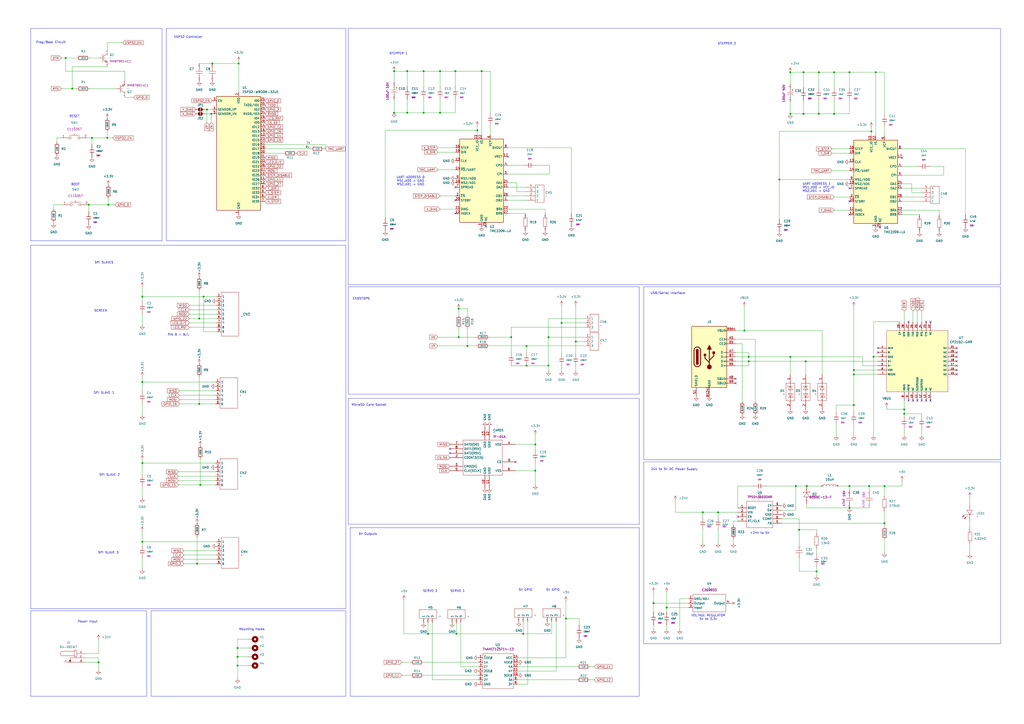
<source format=kicad_sch>
(kicad_sch (version 20250114) (generator "eeschema") (generator_version "9.0")
  (paper "A2")
  (title_block (title "2209_ESP32_CONTROLLER") (date "2025-06-08") (rev "A"))
  (lib_symbols
    (symbol "Driver_Motor:TMC2209-LA"
      (property "Reference" "U" (at -11.684 26.924 0))
      (property "Value" "TMC2209-LA" (at 13.208 26.924 0))
      (symbol "TMC2209-LA_1_1"
        (pin input line (at -15.24 20.32 0) (length 2.54) (name "STEP") (number "16"))
        (pin input line (at -15.24 17.78 0) (length 2.54) (name "DIR") (number "19"))
        (pin input line (at -15.24 12.7 0) (length 2.54) (name "CLK") (number "13"))
        (pin bidirectional line (at -15.24 7.62 0) (length 2.54) (name "~{PD}/UART") (number "14"))
        (pin input line (at -15.24 2.54 0) (length 2.54) (name "MS1/AD0") (number "9"))
        (pin input line (at -15.24 0 0) (length 2.54) (name "MS2/AD1") (number "10"))
        (pin input line (at -15.24 -2.54 0) (length 2.54) (name "SPREAD") (number "7"))
        (pin input line (at -15.24 -7.62 0) (length 2.54) (name "~{EN}") (number "2"))
        (pin input line (at -15.24 -10.16 0) (length 2.54) (name "STDBY") (number "20"))
        (pin output line (at -15.24 -15.24 0) (length 2.54) (name "DIAG") (number "11"))
        (pin output line (at -15.24 -17.78 0) (length 2.54) (name "INDEX") (number "12"))
        (pin power_in line (at -2.54 27.94 270) (length 2.54) (name "VCC_IO") (number "15"))
        (pin power_in line (at 0 27.94 270) (length 2.54) (name "VS") (number "22"))
        (pin passive line (at 0 27.94 270) (length 2.54) (hide yes) (name "VS") (number "28"))
        (pin passive line (at 0 -25.4 90) (length 2.54) (hide yes) (name "GND") (number "18"))
        (pin passive line (at 0 -25.4 90) (length 2.54) (hide yes) (name "GND") (number "29"))
        (pin power_in line (at 0 -25.4 90) (length 2.54) (name "GND") (number "3"))
        (pin passive line (at 2.54 -25.4 90) (length 2.54) (name "NC") (number "25"))
        (pin output line (at 5.08 27.94 270) (length 2.54) (name "VCP") (number "6"))
        (pin power_out line (at 15.24 20.32 180) (length 2.54) (name "5VOUT") (number "8"))
        (pin passive line (at 15.24 15.24 180) (length 2.54) (name "VREF") (number "17"))
        (pin input line (at 15.24 10.16 180) (length 2.54) (name "CPO") (number "4"))
        (pin input line (at 15.24 5.08 180) (length 2.54) (name "CPI") (number "5"))
        (pin output line (at 15.24 0 180) (length 2.54) (name "OA1") (number "24"))
        (pin output line (at 15.24 -2.54 180) (length 2.54) (name "OA2") (number "21"))
        (pin output line (at 15.24 -7.62 180) (length 2.54) (name "OB1") (number "26"))
        (pin output line (at 15.24 -10.16 180) (length 2.54) (name "OB2") (number "1"))
        (pin input line (at 15.24 -15.24 180) (length 2.54) (name "BRA") (number "23"))
        (pin input line (at 15.24 -17.78 180) (length 2.54) (name "BRB") (number "27"))
      )
    )
    (symbol "MISC_PARTS:0402WGF1302TCE"
      (property "Reference" "R" (at -1.27 -1.27 90))
      (property "Value" "13kΩ" (at -3.556 -1.27 90))
      (symbol "0402WGF1302TCE_1_0"
        (pin input line (at -1.27 3.81 270) (length 2.54) (name "2") (number "2"))
        (pin input line (at -1.27 -6.35 90) (length 2.54) (name "1") (number "1"))
      )
    )
    (symbol "MISC_PARTS:1.25T-3A米"
      (property "Reference" "CN" (at 0 0 0))
      (symbol "1.25T-3A米_1_0"
        (pin unspecified line (at -5.08 2.54 0) (length 2.54) (name "1") (number "1"))
        (pin unspecified line (at -5.08 0 0) (length 2.54) (name "2") (number "2"))
        (pin unspecified line (at -5.08 -2.54 0) (length 2.54) (name "3") (number "3"))
      )
    )
    (symbol "MISC_PARTS:1.25T-6A"
      (property "Reference" "CN" (at 0 0 0))
      (symbol "1.25T-6A_1_0"
        (pin unspecified line (at -6.35 6.35 0) (length 2.54) (name "1") (number "1"))
        (pin unspecified line (at -6.35 3.81 0) (length 2.54) (name "2") (number "2"))
        (pin unspecified line (at -6.35 1.27 0) (length 2.54) (name "3") (number "3"))
        (pin unspecified line (at -6.35 -1.27 0) (length 2.54) (name "4") (number "4"))
        (pin unspecified line (at -6.35 -3.81 0) (length 2.54) (name "5") (number "5"))
        (pin unspecified line (at -6.35 -6.35 0) (length 2.54) (name "6") (number "6"))
      )
    )
    (symbol "MISC_PARTS:1.25T-9A"
      (property "Reference" "CN" (at 0 0 0))
      (symbol "1.25T-9A_1_0"
        (pin unspecified line (at -6.35 10.16 0) (length 2.54) (name "1") (number "1"))
        (pin unspecified line (at -6.35 7.62 0) (length 2.54) (name "2") (number "2"))
        (pin unspecified line (at -6.35 5.08 0) (length 2.54) (name "3") (number "3"))
        (pin unspecified line (at -6.35 2.54 0) (length 2.54) (name "4") (number "4"))
        (pin unspecified line (at -6.35 0 0) (length 2.54) (name "5") (number "5"))
        (pin unspecified line (at -6.35 -2.54 0) (length 2.54) (name "6") (number "6"))
        (pin unspecified line (at -6.35 -5.08 0) (length 2.54) (name "7") (number "7"))
        (pin unspecified line (at -6.35 -7.62 0) (length 2.54) (name "8") (number "8"))
        (pin unspecified line (at -6.35 -10.16 0) (length 2.54) (name "9") (number "9"))
      )
    )
    (symbol "MISC_PARTS:1206W4J011KT5E"
      (property "Reference" "R" (at 0 0 0))
      (symbol "1206W4J011KT5E_1_0"
        (pin input line (at -5.08 0 0) (length 2.54) (name "1") (number "1"))
        (pin input line (at 5.08 0 180) (length 2.54) (name "2") (number "2"))
      )
    )
    (symbol "MISC_PARTS:54-00167" (pin_names (offset 1.016))
      (property "Reference" "J" (at -7.62 5.08 0))
      (property "Value" "54-00167" (at -7.62 -5.08 0))
      (symbol "54-00167_0_0"
        (pin passive line (at 5.08 2.54 180) (length 5.08) (name "~") (number "A"))
        (pin passive line (at 5.08 0 180) (length 5.08) (name "~") (number "C"))
        (pin passive line (at 5.08 -2.54 180) (length 5.08) (name "~") (number "B"))
      )
    )
    (symbol "MISC_PARTS:74AHCT125T14-13"
      (property "Reference" "U" (at 0 0 0))
      (property "LCSC Part Name" "74AHCT125T14-13" (at 0.254 12.446 0))
      (symbol "74AHCT125T14-13_1_0"
        (pin input line (at -11.43 7.62 0) (length 2.54) (name "1OE#") (number "1"))
        (pin input line (at -11.43 5.08 0) (length 2.54) (name "1A") (number "2"))
        (pin input line (at -11.43 2.54 0) (length 2.54) (name "1Y") (number "3"))
        (pin input line (at -11.43 0 0) (length 2.54) (name "2OE#") (number "4"))
        (pin input line (at -11.43 -2.54 0) (length 2.54) (name "2A") (number "5"))
        (pin input line (at -11.43 -5.08 0) (length 2.54) (name "2Y") (number "6"))
        (pin input line (at -11.43 -7.62 0) (length 2.54) (name "GND") (number "7"))
        (pin input line (at 11.43 7.62 180) (length 2.54) (name "VCC") (number "14"))
        (pin input line (at 11.43 5.08 180) (length 2.54) (name "4OE#") (number "13"))
        (pin input line (at 11.43 2.54 180) (length 2.54) (name "4A") (number "12"))
        (pin input line (at 11.43 0 180) (length 2.54) (name "4Y") (number "11"))
        (pin input line (at 11.43 -2.54 180) (length 2.54) (name "3OE#") (number "10"))
        (pin input line (at 11.43 -5.08 180) (length 2.54) (name "3A") (number "9"))
        (pin input line (at 11.43 -7.62 180) (length 2.54) (name "3Y") (number "8"))
      )
    )
    (symbol "MISC_PARTS:AMS1117-3.3_C369933"
      (property "Reference" "U" (at 0 0 0))
      (property "Supplier Part" "C369933" (at -0.508 -6.858 0))
      (symbol "AMS1117-3.3_C369933_1_0"
        (pin unspecified line (at -12.7 2.54 0) (length 2.54) (name "GND/ADJ") (number "1"))
        (pin unspecified line (at -12.7 0 0) (length 2.54) (name "Output") (number "2"))
        (pin unspecified line (at -12.7 -2.54 0) (length 2.54) (name "Input") (number "3"))
        (pin unspecified line (at 11.43 0 180) (length 2.54) (name "Output") (number "4"))
      )
    )
    (symbol "MISC_PARTS:B560C-13-F"
      (property "Reference" "D4" (at 5.08 -1.5239 0))
      (property "Value" "~" (at 5.08 -2.794 0))
      (property "Manufacturer Part" "B560C-13-F" (at 9.906 -3.302 0))
      (symbol "B560C-13-F_1_0"
        (pin unspecified line (at 1.905 3.175 270) (length 3.81) (name "K") (number "1"))
        (pin unspecified line (at 1.905 -6.985 90) (length 3.81) (name "A") (number "2"))
      )
    )
    (symbol "MISC_PARTS:CC0402JRNPO9BN390"
      (property "Reference" "C" (at 0 0 90))
      (property "Value" "39pF" (at 4.318 0 0))
      (symbol "CC0402JRNPO9BN390_1_0"
        (pin input line (at 0 3.81 270) (length 2.54) (name "2") (number "2"))
        (pin input line (at 0 -3.81 90) (length 2.54) (name "1") (number "1"))
      )
    )
    (symbol "MISC_PARTS:CC0805KRX7R7BB473"
      (property "Reference" "C" (at 0 0 0))
      (property "LCSC Part Name" "47nF ±10% 16V" (at 0 3.556 0))
      (symbol "CC0805KRX7R7BB473_1_0"
        (pin unspecified line (at -5.08 0 0) (length 2.54) (name "1") (number "1"))
        (pin unspecified line (at 5.08 0 180) (length 2.54) (name "2") (number "2"))
      )
    )
    (symbol "MISC_PARTS:CL05B104KB54PNC"
      (property "Reference" "C" (at 0 0 0))
      (symbol "CL05B104KB54PNC_1_0"
        (pin input line (at -5.08 0 0) (length 2.54) (name "1") (number "1"))
        (pin input line (at 5.08 0 180) (length 2.54) (name "2") (number "2"))
      )
    )
    (symbol "MISC_PARTS:CL21A106KAYNNNE"
      (property "Reference" "C" (at 0 0 0))
      (symbol "CL21A106KAYNNNE_1_0"
        (pin unspecified line (at -5.08 0 0) (length 2.54) (name "1") (number "1"))
        (pin unspecified line (at 5.08 0 180) (length 2.54) (name "2") (number "2"))
      )
    )
    (symbol "MISC_PARTS:Header-Male-2.54_1x3"
      (property "Reference" "H" (at 0 0 0))
      (symbol "Header-Male-2.54_1x3_1_0"
        (pin input line (at -3.81 2.54 0) (length 2.54) (name "1") (number "1"))
        (pin input line (at -3.81 0 0) (length 2.54) (name "2") (number "2"))
        (pin input line (at -3.81 -2.54 0) (length 2.54) (name "3") (number "3"))
      )
    )
    (symbol "MISC_PARTS:MMBT9014C1"
      (property "Reference" "Q" (at 0 0 0))
      (property "Manufacturer Part" "MMBT9014C1" (at 8.636 0 0))
      (symbol "MMBT9014C1_1_0"
        (pin input line (at -5.08 0 0) (length 2.54) (name "B") (number "1"))
        (pin input line (at 0 5.08 270) (length 2.54) (name "C") (number "3"))
        (pin input line (at 0 -5.08 90) (length 2.54) (name "E") (number "2"))
      )
    )
    (symbol "MISC_PARTS:PESD5V0S1BB,115"
      (property "Reference" "D" (at 0 0 0))
      (symbol "PESD5V0S1BB,115_1_0"
        (pin unspecified line (at -10.16 0 0) (length 5.08) (name "1") (number "1"))
        (pin unspecified line (at 10.16 0 180) (length 5.08) (name "2") (number "2"))
      )
    )
    (symbol "MISC_PARTS:PSPMAA0603-100M-ANF"
      (property "Reference" "L" (at 0 0 0))
      (property "Value" "10uH" (at 0 -2.286 0))
      (symbol "PSPMAA0603-100M-ANF_1_0"
        (pin input line (at -5.08 0 0) (length 1.016) (name "1") (number "1"))
        (pin input line (at 5.08 0 180) (length 1.016) (name "2") (number "2"))
      )
    )
    (symbol "MISC_PARTS:RC-02W2703FT"
      (property "Reference" "R" (at 0 0 0))
      (property "Value" "270kΩ" (at 0.254 2.54 0))
      (symbol "RC-02W2703FT_1_0"
        (pin unspecified line (at -5.08 0 0) (length 2.54) (name "1") (number "1"))
        (pin unspecified line (at 5.08 0 180) (length 2.54) (name "2") (number "2"))
      )
    )
    (symbol "MISC_PARTS:RC0603FR-074K02L"
      (property "Reference" "R" (at 0 0 0))
      (property "Value" "4.02kΩ" (at 0 2.794 0))
      (symbol "RC0603FR-074K02L_1_0"
        (pin input line (at -5.08 0 0) (length 2.54) (name "1") (number "1"))
        (pin input line (at 5.08 0 180) (length 2.54) (name "2") (number "2"))
      )
    )
    (symbol "MISC_PARTS:RVT1H101M0607"
      (property "Reference" "C" (at 0 0 0))
      (property "LCSC Part Name" "100uF 50V" (at -0.254 3.556 0))
      (symbol "RVT1H101M0607_1_0"
        (pin input line (at -5.08 0 0) (length 2.54) (name "1") (number "1"))
        (pin input line (at 5.08 0 180) (length 2.54) (name "2") (number "2"))
      )
    )
    (symbol "MISC_PARTS:SKRKAEE020"
      (property "Reference" "SW" (at 0 0 0))
      (property "Supplier Part" "C115357" (at 0.254 4.826 0))
      (symbol "SKRKAEE020_1_0"
        (pin unspecified line (at -7.62 0 0) (length 2.54) (name "1") (number "1"))
        (pin unspecified line (at 7.62 0 180) (length 2.54) (name "2") (number "2"))
      )
    )
    (symbol "MISC_PARTS:SZYY0805G"
      (property "Reference" "LED" (at 1.27 1.27 90))
      (symbol "SZYY0805G_1_0"
        (pin unspecified line (at 1.27 6.35 270) (length 3.81) (name "+") (number "1"))
        (pin unspecified line (at 1.27 -3.81 90) (length 3.81) (name "-") (number "2"))
      )
    )
    (symbol "MISC_PARTS:TF-01A"
      (property "Reference" "CARD" (at 6.35 2.54 0))
      (property "Manufacturer Part" "TF-01A" (at -8.128 13.208 0))
      (symbol "TF-01A_1_0"
        (pin bidirectional line (at -19.05 7.62 0) (length 7.62) (name "DAT0(D0)") (number "7"))
        (pin bidirectional line (at -19.05 5.08 0) (length 7.62) (name "DAT1(RSV)") (number "8"))
        (pin bidirectional line (at -19.05 2.54 0) (length 7.62) (name "DAT2(RSV)") (number "1"))
        (pin bidirectional line (at -19.05 0 0) (length 7.62) (name "CDDAT3(CS)") (number "2"))
        (pin input line (at -19.05 -5.08 0) (length 7.62) (name "CMD(DI)") (number "3"))
        (pin input line (at -19.05 -7.62 0) (length 7.62) (name "CLK(SCLK)") (number "5"))
        (pin input line (at 1.27 17.78 270) (length 7.62) (name "GND") (number "13"))
        (pin input line (at 1.27 -17.78 90) (length 7.62) (name "GND") (number "10"))
        (pin input line (at 3.81 17.78 270) (length 7.62) (name "GND") (number "12"))
        (pin input line (at 3.81 -17.78 90) (length 7.62) (name "GND") (number "11"))
        (pin input line (at 19.05 7.62 180) (length 7.62) (name "VDD") (number "4"))
        (pin input line (at 19.05 -2.54 180) (length 7.62) (name "CD") (number "9"))
        (pin input line (at 19.05 -7.62 180) (length 7.62) (name "VSS") (number "6"))
      )
    )
    (symbol "MISC_PARTS:TPS54360DDAR"
      (property "Reference" "U" (at 0 0 0))
      (property "Manufacturer Part" "TPS54360DDAR" (at 0 9.398 0))
      (symbol "TPS54360DDAR_1_0"
        (pin unspecified line (at -12.7 3.81 0) (length 5.08) (name "BOOT") (number "1"))
        (pin unspecified line (at -12.7 1.27 0) (length 5.08) (name "VIN") (number "2"))
        (pin unspecified line (at -12.7 -1.27 0) (length 5.08) (name "EN") (number "3"))
        (pin unspecified line (at -12.7 -3.81 0) (length 5.08) (name "RT/CLK") (number "4"))
        (pin unspecified line (at 12.7 5.08 180) (length 5.08) (name "EP") (number "9"))
        (pin unspecified line (at 12.7 2.54 180) (length 5.08) (name "SW") (number "8"))
        (pin unspecified line (at 12.7 0 180) (length 5.08) (name "GND") (number "7"))
        (pin unspecified line (at 12.7 -2.54 180) (length 5.08) (name "COMP") (number "6"))
        (pin unspecified line (at 12.7 -5.08 180) (length 5.08) (name "FB") (number "5"))
      )
    )
    (symbol "MISC_PARTS:XH-4A"
      (property "Reference" "CN" (at 0 0 0))
      (symbol "XH-4A_1_0"
        (pin unspecified line (at 5.08 3.81 180) (length 5.08) (name "1") (number "1"))
        (pin unspecified line (at 5.08 1.27 180) (length 5.08) (name "2") (number "2"))
        (pin unspecified line (at 5.08 -1.27 180) (length 5.08) (name "3") (number "3"))
        (pin unspecified line (at 5.08 -3.81 180) (length 5.08) (name "4") (number "4"))
      )
    )
    (symbol "Mechanical:MountingHole_Pad" (pin_numbers (hide yes)) (pin_names (offset 1.016) (hide yes)) (in_bom no)
      (property "Reference" "H" (at 0 6.35 0))
      (property "Value" "MountingHole_Pad" (at 0 4.445 0))
      (symbol "MountingHole_Pad_1_1"
        (pin input line (at 0 -2.54 90) (length 2.54) (name "1") (number "1"))
      )
    )
    (symbol "MountingHole_Pad_1" (pin_numbers (hide yes)) (pin_names (offset 1.016) (hide yes)) (in_bom no)
      (property "Reference" "H1" (at -1.2701 3.81 90))
      (symbol "MountingHole_Pad_1_1_1"
        (pin input line (at 0 -2.54 90) (length 2.54) (name "1") (number "1"))
      )
    )
    (symbol "PCM_JLCPCB-Capacitors:0402,100nF" (pin_numbers (hide yes)) (pin_names (offset 0))
      (property "Reference" "C" (at 2.032 1.668 0))
      (property "Value" "100nF" (at 2.032 -0.3782 0))
      (property "Voltage Rated" "16V" (at 2.032 -2.0462 0))
      (symbol "0402,100nF_1_1"
        (pin passive line (at 0 3.81 270) (length 3.175) (name "~") (number "1"))
        (pin passive line (at 0 -3.81 90) (length 3.175) (name "~") (number "2"))
      )
    )
    (symbol "PCM_JLCPCB-Capacitors:0402,22nF" (pin_numbers (hide yes)) (pin_names (offset 0))
      (property "Reference" "C" (at 2.032 1.668 0))
      (property "Value" "22nF" (at 2.032 -0.3782 0))
      (property "Voltage Rated" "50V" (at 2.032 -2.0462 0))
      (symbol "0402,22nF_1_1"
        (pin passive line (at 0 3.81 270) (length 3.175) (name "~") (number "1"))
        (pin passive line (at 0 -3.81 90) (length 3.175) (name "~") (number "2"))
      )
    )
    (symbol "PCM_JLCPCB-Capacitors:0402,4.7uF" (pin_numbers (hide yes)) (pin_names (offset 0))
      (property "Reference" "C" (at 2.032 1.668 0))
      (property "Value" "4.7uF" (at 2.032 -0.3782 0))
      (property "Voltage Rated" "10V" (at 2.032 -2.0462 0))
      (symbol "0402,4.7uF_1_1"
        (pin passive line (at 0 3.81 270) (length 3.175) (name "~") (number "1"))
        (pin passive line (at 0 -3.81 90) (length 3.175) (name "~") (number "2"))
      )
    )
    (symbol "PCM_JLCPCB-Capacitors:0402,6.8nF" (pin_numbers (hide yes)) (pin_names (offset 0))
      (property "Reference" "C" (at 2.032 1.668 0))
      (property "Value" "6.8nF" (at 2.032 -0.3782 0))
      (property "Voltage Rated" "50V" (at 2.032 -2.0462 0))
      (symbol "0402,6.8nF_1_1"
        (pin passive line (at 0 3.81 270) (length 3.175) (name "~") (number "1"))
        (pin passive line (at 0 -3.81 90) (length 3.175) (name "~") (number "2"))
      )
    )
    (symbol "PCM_JLCPCB-Capacitors:0603,100nF" (pin_numbers (hide yes)) (pin_names (offset 0))
      (property "Reference" "C" (at 2.032 1.668 0))
      (property "Value" "100nF" (at 2.032 -0.3782 0))
      (property "Voltage Rated" "50V" (at 2.032 -2.0462 0))
      (symbol "0603,100nF_1_1"
        (pin passive line (at 0 3.81 270) (length 3.175) (name "~") (number "1"))
        (pin passive line (at 0 -3.81 90) (length 3.175) (name "~") (number "2"))
      )
    )
    (symbol "PCM_JLCPCB-Capacitors:0805,10uF" (pin_numbers (hide yes)) (pin_names (offset 0))
      (property "Reference" "C" (at 2.032 1.668 0))
      (property "Value" "10uF" (at 2.032 -0.3782 0))
      (property "Voltage Rated" "25V" (at 2.032 -2.0462 0))
      (symbol "0805,10uF_1_1"
        (pin passive line (at 0 3.81 270) (length 3.175) (name "~") (number "1"))
        (pin passive line (at 0 -3.81 90) (length 3.175) (name "~") (number "2"))
      )
    )
    (symbol "PCM_JLCPCB-Capacitors:0805,10uF,(2)" (pin_numbers (hide yes)) (pin_names (offset 0))
      (property "Reference" "C" (at 2.032 1.668 0))
      (property "Value" "10uF" (at 2.032 -0.3782 0))
      (property "Voltage Rated" "50V" (at 2.032 -2.0462 0))
      (symbol "0805,10uF,(2)_1_1"
        (pin passive line (at 0 3.81 270) (length 3.175) (name "~") (number "1"))
        (pin passive line (at 0 -3.81 90) (length 3.175) (name "~") (number "2"))
      )
    )
    (symbol "PCM_JLCPCB-Capacitors:0805,2.2uF" (pin_numbers (hide yes)) (pin_names (offset 0))
      (property "Reference" "C" (at 2.032 1.668 0))
      (property "Value" "2.2uF" (at 2.032 -0.3782 0))
      (property "Voltage Rated" "50V" (at 2.032 -2.0462 0))
      (symbol "0805,2.2uF_1_1"
        (pin passive line (at 0 3.81 270) (length 3.175) (name "~") (number "1"))
        (pin passive line (at 0 -3.81 90) (length 3.175) (name "~") (number "2"))
      )
    )
    (symbol "PCM_JLCPCB-Extended:Connector, USB-TYPE-C-16P"
      (property "Reference" "J" (at 2.54 2.54 0))
      (symbol "Connector, USB-TYPE-C-16P_1_1"
        (pin passive line (at -7.62 -22.86 90) (length 5.08) (name "SHIELD") (number "S1"))
        (pin passive line (at 0 -22.86 90) (length 5.08) (hide yes) (name "GND") (number "A12B1"))
        (pin passive line (at 0 -22.86 90) (length 5.08) (name "GND") (number "B12A1"))
        (pin passive line (at 15.24 15.24 180) (length 5.08) (hide yes) (name "VBUS") (number "A9B4"))
        (pin passive line (at 15.24 15.24 180) (length 5.08) (name "VBUS") (number "B9A4"))
        (pin bidirectional line (at 15.24 10.16 180) (length 5.08) (name "CC1") (number "A5"))
        (pin bidirectional line (at 15.24 7.62 180) (length 5.08) (name "CC2") (number "B5"))
        (pin bidirectional line (at 15.24 2.54 180) (length 5.08) (name "D-") (number "A7"))
        (pin bidirectional line (at 15.24 0 180) (length 5.08) (name "D-") (number "B7"))
        (pin bidirectional line (at 15.24 -2.54 180) (length 5.08) (name "D+") (number "A6"))
        (pin bidirectional line (at 15.24 -5.08 180) (length 5.08) (name "D+") (number "B6"))
        (pin bidirectional line (at 15.24 -12.7 180) (length 5.08) (name "SBU1") (number "A8"))
        (pin bidirectional line (at 15.24 -15.24 180) (length 5.08) (name "SBU2") (number "B8"))
      )
    )
    (symbol "PCM_JLCPCB-Interface:Transceiver, USB"
      (property "Reference" "U" (at 0 1.27 0))
      (property "Value" "CP2102-GMR" (at 0 -2.54 0))
      (symbol "Transceiver, USB_0_1"
        (pin unspecified line (at -22.86 7.62 0) (length 5.08) (name "DCD") (number "1"))
        (pin unspecified line (at -22.86 5.08 0) (length 5.08) (name "RI") (number "2"))
        (pin unspecified line (at -22.86 2.54 0) (length 5.08) (name "GND") (number "3"))
        (pin unspecified line (at -22.86 0 0) (length 5.08) (name "D+") (number "4"))
        (pin unspecified line (at -22.86 -2.54 0) (length 5.08) (name "D-") (number "5"))
        (pin unspecified line (at -22.86 -5.08 0) (length 5.08) (name "VDD") (number "6"))
        (pin unspecified line (at -22.86 -7.62 0) (length 5.08) (name "REGIN") (number "7"))
        (pin unspecified line (at -10.16 22.86 270) (length 5.08) (name "EP") (number "29"))
        (pin unspecified line (at -7.62 22.86 270) (length 5.08) (name "DTR") (number "28"))
        (pin unspecified line (at -7.62 -22.86 90) (length 5.08) (name "VBUS") (number "8"))
        (pin unspecified line (at -5.08 22.86 270) (length 5.08) (name "DSR") (number "27"))
        (pin unspecified line (at -5.08 -22.86 90) (length 5.08) (name "RST#") (number "9"))
        (pin unspecified line (at -2.54 22.86 270) (length 5.08) (name "TXD") (number "26"))
        (pin unspecified line (at -2.54 -22.86 90) (length 5.08) (name "NC") (number "10"))
        (pin unspecified line (at 0 22.86 270) (length 5.08) (name "RXD") (number "25"))
        (pin unspecified line (at 0 -22.86 90) (length 5.08) (name "SUSPEND#") (number "11"))
        (pin unspecified line (at 2.54 22.86 270) (length 5.08) (name "RTS") (number "24"))
        (pin unspecified line (at 2.54 -22.86 90) (length 5.08) (name "SUSPEND") (number "12"))
        (pin unspecified line (at 5.08 22.86 270) (length 5.08) (name "CTS") (number "23"))
        (pin unspecified line (at 7.62 22.86 270) (length 5.08) (name "NC") (number "22"))
        (pin unspecified line (at 7.62 -22.86 90) (length 5.08) (name "NC") (number "14"))
        (pin unspecified line (at 22.86 7.62 180) (length 5.08) (name "NC") (number "21"))
        (pin unspecified line (at 22.86 5.08 180) (length 5.08) (name "NC") (number "20"))
        (pin unspecified line (at 22.86 2.54 180) (length 5.08) (name "NC") (number "19"))
        (pin unspecified line (at 22.86 0 180) (length 5.08) (name "NC") (number "18"))
        (pin unspecified line (at 22.86 -2.54 180) (length 5.08) (name "NC") (number "17"))
        (pin unspecified line (at 22.86 -5.08 180) (length 5.08) (name "NC") (number "16"))
        (pin unspecified line (at 22.86 -7.62 180) (length 5.08) (name "NC") (number "15"))
      )
      (symbol "Transceiver, USB_1_1"
        (pin unspecified line (at 5.08 -22.86 90) (length 5.08) (name "NC") (number "13"))
      )
    )
    (symbol "PCM_JLCPCB-Resistors:0402,100kΩ" (pin_numbers (hide yes)) (pin_names (offset 0))
      (property "Reference" "R" (at 1.778 0 0))
      (property "Value" "100kΩ" (at 0 0 90))
      (symbol "0402,100kΩ_1_1"
        (pin passive line (at 0 3.81 270) (length 1.27) (name "~") (number "1"))
        (pin passive line (at 0 -3.81 90) (length 1.27) (name "~") (number "2"))
      )
    )
    (symbol "PCM_JLCPCB-Resistors:0402,10kΩ" (pin_numbers (hide yes)) (pin_names (offset 0))
      (property "Reference" "R" (at 1.778 0 0))
      (property "Value" "10kΩ" (at 0 0 90))
      (symbol "0402,10kΩ_1_1"
        (pin passive line (at 0 3.81 270) (length 1.27) (name "~") (number "1"))
        (pin passive line (at 0 -3.81 90) (length 1.27) (name "~") (number "2"))
      )
    )
    (symbol "PCM_JLCPCB-Resistors:0402,1kΩ" (pin_numbers (hide yes)) (pin_names (offset 0))
      (property "Reference" "R" (at 1.778 0 0))
      (property "Value" "1kΩ" (at 0 0 90))
      (symbol "0402,1kΩ_1_1"
        (pin passive line (at 0 3.81 270) (length 1.27) (name "~") (number "1"))
        (pin passive line (at 0 -3.81 90) (length 1.27) (name "~") (number "2"))
      )
    )
    (symbol "PCM_JLCPCB-Resistors:0402,22Ω" (pin_numbers (hide yes)) (pin_names (offset 0))
      (property "Reference" "R" (at 1.778 0 0))
      (property "Value" "22Ω" (at 0 0 90))
      (symbol "0402,22Ω_1_1"
        (pin passive line (at 0 3.81 270) (length 1.27) (name "~") (number "1"))
        (pin passive line (at 0 -3.81 90) (length 1.27) (name "~") (number "2"))
      )
    )
    (symbol "PCM_JLCPCB-Resistors:0402,5.1kΩ" (pin_numbers (hide yes)) (pin_names (offset 0))
      (property "Reference" "R" (at 1.778 0 0))
      (property "Value" "5.1kΩ" (at 0 0 90))
      (symbol "0402,5.1kΩ_1_1"
        (pin passive line (at 0 3.81 270) (length 1.27) (name "~") (number "1"))
        (pin passive line (at 0 -3.81 90) (length 1.27) (name "~") (number "2"))
      )
    )
    (symbol "PCM_JLCPCB-Resistors:0402,51kΩ" (pin_numbers (hide yes)) (pin_names (offset 0))
      (property "Reference" "R" (at 1.778 0 0))
      (property "Value" "51kΩ" (at 0 0 90))
      (symbol "0402,51kΩ_1_1"
        (pin passive line (at 0 3.81 270) (length 1.27) (name "~") (number "1"))
        (pin passive line (at 0 -3.81 90) (length 1.27) (name "~") (number "2"))
      )
    )
    (symbol "RF_Module:ESP32-WROOM-32UE"
      (property "Reference" "U" (at -12.7 34.29 0))
      (property "Value" "ESP32-WROOM-32UE" (at 1.27 34.29 0))
      (symbol "ESP32-WROOM-32UE_1_1"
        (pin input line (at -15.24 30.48 0) (length 2.54) (name "EN") (number "3"))
        (pin input line (at -15.24 25.4 0) (length 2.54) (name "SENSOR_VP") (number "4"))
        (pin input line (at -15.24 22.86 0) (length 2.54) (name "SENSOR_VN") (number "5"))
        (pin no_connect line (at -12.7 0 0) (length 2.54) (hide yes) (name "NC") (number "21"))
        (pin no_connect line (at -12.7 -2.54 0) (length 2.54) (hide yes) (name "NC") (number "22"))
        (pin no_connect line (at -12.7 -5.08 0) (length 2.54) (hide yes) (name "NC") (number "17"))
        (pin no_connect line (at -12.7 -7.62 0) (length 2.54) (hide yes) (name "NC") (number "18"))
        (pin no_connect line (at -12.7 -10.16 0) (length 2.54) (hide yes) (name "NC") (number "20"))
        (pin no_connect line (at -12.7 -12.7 0) (length 2.54) (hide yes) (name "NC") (number "19"))
        (pin no_connect line (at -12.7 -27.94 0) (length 2.54) (hide yes) (name "NC") (number "32"))
        (pin power_in line (at 0 35.56 270) (length 2.54) (name "VDD") (number "2"))
        (pin power_in line (at 0 -35.56 90) (length 2.54) (name "GND") (number "1"))
        (pin passive line (at 0 -35.56 90) (length 2.54) (hide yes) (name "GND") (number "15"))
        (pin passive line (at 0 -35.56 90) (length 2.54) (hide yes) (name "GND") (number "38"))
        (pin passive line (at 0 -35.56 90) (length 2.54) (hide yes) (name "GND") (number "39"))
        (pin bidirectional line (at 15.24 30.48 180) (length 2.54) (name "IO0") (number "25"))
        (pin bidirectional line (at 15.24 27.94 180) (length 2.54) (name "TXD0/IO1") (number "35"))
        (pin bidirectional line (at 15.24 25.4 180) (length 2.54) (name "IO2") (number "24"))
        (pin bidirectional line (at 15.24 22.86 180) (length 2.54) (name "RXD0/IO3") (number "34"))
        (pin bidirectional line (at 15.24 20.32 180) (length 2.54) (name "IO4") (number "26"))
        (pin bidirectional line (at 15.24 17.78 180) (length 2.54) (name "IO5") (number "29"))
        (pin bidirectional line (at 15.24 15.24 180) (length 2.54) (name "IO12") (number "14"))
        (pin bidirectional line (at 15.24 12.7 180) (length 2.54) (name "IO13") (number "16"))
        (pin bidirectional line (at 15.24 10.16 180) (length 2.54) (name "IO14") (number "13"))
        (pin bidirectional line (at 15.24 7.62 180) (length 2.54) (name "IO15") (number "23"))
        (pin bidirectional line (at 15.24 5.08 180) (length 2.54) (name "IO16") (number "27"))
        (pin bidirectional line (at 15.24 2.54 180) (length 2.54) (name "IO17") (number "28"))
        (pin bidirectional line (at 15.24 0 180) (length 2.54) (name "IO18") (number "30"))
        (pin bidirectional line (at 15.24 -2.54 180) (length 2.54) (name "IO19") (number "31"))
        (pin bidirectional line (at 15.24 -5.08 180) (length 2.54) (name "IO21") (number "33"))
        (pin bidirectional line (at 15.24 -7.62 180) (length 2.54) (name "IO22") (number "36"))
        (pin bidirectional line (at 15.24 -10.16 180) (length 2.54) (name "IO23") (number "37"))
        (pin bidirectional line (at 15.24 -12.7 180) (length 2.54) (name "IO25") (number "10"))
        (pin bidirectional line (at 15.24 -15.24 180) (length 2.54) (name "IO26") (number "11"))
        (pin bidirectional line (at 15.24 -17.78 180) (length 2.54) (name "IO27") (number "12"))
        (pin bidirectional line (at 15.24 -20.32 180) (length 2.54) (name "IO32") (number "8"))
        (pin bidirectional line (at 15.24 -22.86 180) (length 2.54) (name "IO33") (number "9"))
        (pin input line (at 15.24 -25.4 180) (length 2.54) (name "IO34") (number "6"))
        (pin input line (at 15.24 -27.94 180) (length 2.54) (name "IO35") (number "7"))
      )
    )
    (symbol "SparkFun-Jumper:SolderJumper_2_Open_No_Silk" (pin_numbers (hide yes)) (pin_names (offset 0) (hide yes))
      (property "Reference" "JP" (at 0 2.032 0))
      (property "Value" "~" (at 0 -2.54 0))
      (symbol "SolderJumper_2_Open_No_Silk_1_1"
        (pin passive line (at -2.54 0 0) (length 1.27) (name "A") (number "1"))
        (pin passive line (at 2.54 0 180) (length 1.27) (name "B") (number "2"))
      )
    )
    (symbol "power:+24V" (power) (pin_numbers (hide yes)) (pin_names (offset 0) (hide yes))
      (property "Value" "+24V" (at 0 3.556 0))
      (symbol "+24V_1_1"
        (pin power_in line (at 0 0 90) (length 0) (name "~") (number "1"))
      )
    )
    (symbol "power:+3.3V" (power) (pin_numbers (hide yes)) (pin_names (offset 0) (hide yes))
      (property "Value" "+3.3V" (at 0 3.556 0))
      (symbol "+3.3V_1_1"
        (pin power_in line (at 0 0 90) (length 0) (name "~") (number "1"))
      )
    )
    (symbol "power:+5V" (power) (pin_numbers (hide yes)) (pin_names (offset 0) (hide yes))
      (property "Value" "+5V" (at 0 3.556 0))
      (symbol "+5V_1_1"
        (pin power_in line (at 0 0 90) (length 0) (name "~") (number "1"))
      )
    )
    (symbol "power:GND" (power) (pin_numbers (hide yes)) (pin_names (offset 0) (hide yes))
      (property "Value" "GND" (at 0 -3.81 0))
      (symbol "GND_1_1"
        (pin power_in line (at 0 0 270) (length 0) (name "~") (number "1"))
      )
    )
    (symbol "power:VBUS" (power) (pin_numbers (hide yes)) (pin_names (offset 0) (hide yes))
      (property "Value" "VBUS" (at 0 3.556 0))
      (symbol "VBUS_1_1"
        (pin power_in line (at 0 0 90) (length 0) (name "~") (number "1"))
      )
    )
  )
  (rectangle (start 203.2 306.07) (end 370.84 403.86))
  (rectangle (start 201.93 16.51) (end 580.39 165.1))
  (rectangle (start 373.38 166.37) (end 580.39 266.7))
  (rectangle (start 87.63 354.33) (end 200.66 403.86))
  (rectangle (start 17.78 16.51) (end 93.98 139.7))
  (rectangle (start 17.78 142.24) (end 200.66 353.06))
  (rectangle (start 373.38 267.97) (end 580.39 373.38))
  (rectangle (start 96.52 16.51) (end 200.66 139.7))
  (rectangle (start 201.93 166.37) (end 370.84 228.6))
  (rectangle (start 201.93 231.14) (end 370.84 304.165))
  (rectangle (start 17.78 354.33) (end 85.09 403.86))
  (text "RESET" (at 43.18 67.564 0) (effects (font (size 1.27 1.27))))
  (text "+24V to 5V" (at 440.69 309.245 0) (effects (font (size 1.27 1.27))))
  (text "SPI SLAVE 3\n" (at 62.865 320.675 0) (effects (font (size 1.27 1.27))))
  (text "UART ADDRESS 0\nMS1_AD0 = GND\nMS2_AD1 = GND\n\n" (at 238.125 106.045 0) (effects (font (size 1.27 1.27))))
  (text "UART ADDRESS 1\nMS1_AD0 = VCC_IO\nMS2_AD1 = GND\n\n" (at 465.455 109.855 0) (effects (font (size 1.27 1.27)) (justify left)))
  (text "SPI SLAVE 2" (at 63.5 275.59 0) (effects (font (size 1.27 1.27))))
  (text "Power Input" (at 50.8 360.68 0) (effects (font (size 1.27 1.27))))
  (text "STEPPER 2" (at 421.64 25.4 0) (effects (font (size 1.27 1.27))))
  (text "ESP32 Controller" (at 109.22 21.59 0) (effects (font (size 1.27 1.27))))
  (text "PIN 9 = B/L" (at 103.505 194.31 0) (effects (font (size 1.27 1.27))))
  (text "SERVO 1" (at 265.43 342.9 0) (effects (font (size 1.27 1.27))))
  (text "VOLTAGE REGULATOR\n5v to 3.3v" (at 410.845 358.14 0) (effects (font (size 1.27 1.27))))
  (text "5V GPIO" (at 304.8 342.265 0) (effects (font (size 1.27 1.27))))
  (text "Mounting Holes" (at 146.05 365.125 0) (effects (font (size 1.27 1.27))))
  (text "Prog/Boot Circuit" (at 29.464 24.638 0) (effects (font (size 1.27 1.27))))
  (text "SERVO 2\n" (at 249.555 342.9 0) (effects (font (size 1.27 1.27))))
  (text "SPI SLAVE 1" (at 60.325 227.965 0) (effects (font (size 1.27 1.27))))
  (text "5V GPIO" (at 320.675 342.265 0) (effects (font (size 1.27 1.27))))
  (text "BOOT" (at 43.815 107.061 0) (effects (font (size 1.27 1.27))))
  (text "SCREEN\n" (at 58.42 180.34 0) (effects (font (size 1.27 1.27))))
  (text "5V Outputs" (at 213.36 309.88 0) (effects (font (size 1.27 1.27))))
  (text "MicroSD Card Socket" (at 213.995 234.95 0) (effects (font (size 1.27 1.27))))
  (text "ENDSTOPS" (at 209.55 173.355 0) (effects (font (size 1.27 1.27))))
  (text "24V to 5V DC Power Supply" (at 391.16 272.288 0) (effects (font (size 1.27 1.27))))
  (text "STEPPER 1" (at 231.14 31.115 0) (effects (font (size 1.27 1.27))))
  (text "USB/Serial Interface" (at 387.35 170.18 0) (effects (font (size 1.27 1.27))))
  (text "SPI SLAVES" (at 60.325 152.4 0) (effects (font (size 1.27 1.27))))
  (junction (at 492.76 41.91))
  (junction (at 524.51 237.49))
  (junction (at 82.55 314.325))
  (junction (at 474.98 41.91))
  (junction (at 118.11 172.085))
  (junction (at 115.57 184.785))
  (junction (at 62.865 118.745))
  (junction (at 245.745 41.275))
  (junction (at 461.645 281.94))
  (junction (at 279.4 41.275))
  (junction (at 114.3 327.025))
  (junction (at 255.27 41.275))
  (junction (at 524.51 240.03))
  (junction (at 492.76 294.64))
  (junction (at 467.995 281.94))
  (junction (at 492.76 281.94))
  (junction (at 51.435 118.745))
  (junction (at 513.08 281.94))
  (junction (at 467.36 209.55))
  (junction (at 473.71 331.47))
  (junction (at 416.56 297.18))
  (junction (at 303.53 367.665))
  (junction (at 115.57 234.315))
  (junction (at 236.22 41.275))
  (junction (at 305.435 212.09))
  (junction (at 248.285 367.665))
  (junction (at 506.73 207.01))
  (junction (at 434.34 209.55))
  (junction (at 466.09 66.04))
  (junction (at 495.3 217.17))
  (junction (at 458.47 207.01))
  (junction (at 407.67 297.18))
  (junction (at 57.15 384.175))
  (junction (at 466.09 41.91))
  (junction (at 82.55 172.085))
  (junction (at 386.715 352.425))
  (junction (at 245.745 65.405))
  (junction (at 62.23 80.01))
  (junction (at 318.135 195.58))
  (junction (at 431.8 191.77))
  (junction (at 82.55 221.615))
  (junction (at 296.545 195.58))
  (junction (at 38.1 33.655))
  (junction (at 137.795 386.08))
  (junction (at 266.065 195.58))
  (junction (at 434.34 207.01))
  (junction (at 123.19 36.83))
  (junction (at 228.6 65.405))
  (junction (at 310.515 273.05))
  (junction (at 266.065 179.07))
  (junction (at 228.6 41.275))
  (junction (at 452.12 104.14))
  (junction (at 334.01 198.12))
  (junction (at 463.55 307.34))
  (junction (at 137.795 375.92))
  (junction (at 264.16 41.275))
  (junction (at 138.43 36.83))
  (junction (at 458.47 66.04))
  (junction (at 458.47 41.91))
  (junction (at 483.87 41.91))
  (junction (at 505.46 76.2))
  (junction (at 41.91 51.435))
  (junction (at 318.135 212.09))
  (junction (at 122.555 66.04))
  (junction (at 236.22 65.405))
  (junction (at 508 41.91))
  (junction (at 276.86 75.565))
  (junction (at 264.795 367.665))
  (junction (at 379.095 349.885))
  (junction (at 82.55 268.605))
  (junction (at 53.34 80.01))
  (junction (at 305.435 200.66))
  (junction (at 116.205 281.305))
  (junction (at 495.3 234.95))
  (junction (at 325.755 187.325))
  (junction (at 310.515 257.81))
  (junction (at 328.295 358.775))
  (junction (at 504.19 281.94))
  (junction (at 483.87 66.04))
  (junction (at 255.27 65.405))
  (junction (at 137.795 381))
  (junction (at 513.08 303.53))
  (junction (at 120.015 63.5))
  (junction (at 271.145 200.66))
  (junction (at 495.3 214.63))
  (junction (at 474.98 66.04))
  (no_connect (at 523.24 91.44))
  (no_connect (at 554.99 204.47))
  (no_connect (at 527.05 186.69))
  (no_connect (at 427.99 299.72))
  (no_connect (at 426.72 219.71))
  (no_connect (at 537.21 232.41))
  (no_connect (at 529.59 232.41))
  (no_connect (at 294.64 90.805))
  (no_connect (at 539.75 232.41))
  (no_connect (at 554.99 212.09))
  (no_connect (at 509.27 201.93))
  (no_connect (at 554.99 201.93))
  (no_connect (at 492.76 109.22))
  (no_connect (at 554.99 209.55))
  (no_connect (at 527.05 232.41))
  (no_connect (at 426.72 222.25))
  (no_connect (at 492.76 116.84))
  (no_connect (at 509.27 204.47))
  (no_connect (at 554.99 214.63))
  (no_connect (at 539.75 186.69))
  (no_connect (at 532.13 232.41))
  (no_connect (at 492.76 124.46))
  (no_connect (at 299.085 267.97))
  (no_connect (at 554.99 207.01))
  (no_connect (at 554.99 217.17))
  (no_connect (at 264.16 123.825))
  (no_connect (at 264.16 108.585))
  (no_connect (at 510.54 132.08))
  (no_connect (at 264.16 116.205))
  (no_connect (at 537.21 186.69))
  (no_connect (at 260.985 260.35))
  (no_connect (at 260.985 262.89))
  (no_connect (at 281.94 131.445))
  (no_connect (at 534.67 232.41))
  (wire (pts (xy 82.55 307.975) (xy 82.55 314.325)))
  (wire (pts (xy 334.01 198.12) (xy 339.725 198.12)))
  (wire (pts (xy 294.64 121.285) (xy 316.23 121.285)))
  (wire (pts (xy 109.855 187.325) (xy 125.73 187.325)))
  (wire (pts (xy 318.135 195.58) (xy 318.135 212.09)))
  (wire (pts (xy 305.435 212.09) (xy 318.135 212.09)))
  (wire (pts (xy 82.55 266.7) (xy 82.55 268.605)))
  (wire (pts (xy 254 98.425) (xy 264.16 98.425)))
  (wire (pts (xy 248.285 367.665) (xy 264.795 367.665)))
  (wire (pts (xy 250.825 361.315) (xy 250.825 394.335)))
  (wire (pts (xy 228.6 41.275) (xy 236.22 41.275)))
  (wire (pts (xy 267.335 361.315) (xy 267.335 386.715)))
  (wire (pts (xy 486.41 281.94) (xy 492.76 281.94)))
  (wire (pts (xy 458.47 207.01) (xy 458.47 217.17)))
  (wire (pts (xy 50.8 80.01) (xy 53.34 80.01)))
  (wire (pts (xy 474.98 66.04) (xy 483.87 66.04)))
  (wire (pts (xy 473.71 328.93) (xy 473.71 331.47)))
  (wire (pts (xy 431.8 191.77) (xy 431.8 177.8)))
  (wire (pts (xy 379.095 362.585) (xy 379.095 365.125)))
  (wire (pts (xy 300.355 394.335) (xy 334.645 394.335)))
  (wire (pts (xy 294.64 106.045) (xy 299.72 106.045)))
  (wire (pts (xy 399.415 347.345) (xy 394.335 347.345)))
  (wire (pts (xy 379.095 343.535) (xy 379.095 349.885)))
  (wire (pts (xy 325.755 177.165) (xy 325.755 187.325)))
  (wire (pts (xy 318.135 195.58) (xy 339.725 195.58)))
  (wire (pts (xy 466.09 66.04) (xy 474.98 66.04)))
  (wire (pts (xy 444.5 281.94) (xy 461.645 281.94)))
  (wire (pts (xy 120.015 71.12) (xy 120.015 63.5)))
  (wire (pts (xy 137.795 386.08) (xy 137.795 393.7)))
  (wire (pts (xy 137.795 375.92) (xy 137.795 381)))
  (wire (pts (xy 458.47 48.895) (xy 458.47 41.91)))
  (wire (pts (xy 82.55 172.085) (xy 82.55 174.625)))
  (wire (pts (xy 82.55 182.245) (xy 82.55 188.595)))
  (wire (pts (xy 495.3 177.8) (xy 495.3 214.63)))
  (wire (pts (xy 495.3 214.63) (xy 509.27 214.63)))
  (wire (pts (xy 306.07 360.68) (xy 306.07 396.875)))
  (wire (pts (xy 426.72 207.01) (xy 434.34 207.01)))
  (wire (pts (xy 438.15 196.85) (xy 438.15 233.045)))
  (wire (pts (xy 271.145 182.88) (xy 271.145 179.07)))
  (wire (pts (xy 483.87 41.91) (xy 483.87 50.8)))
  (wire (pts (xy 118.745 63.5) (xy 120.015 63.5)))
  (wire (pts (xy 560.07 86.36) (xy 560.07 124.46)))
  (wire (pts (xy 394.335 347.345) (xy 394.335 365.125)))
  (wire (pts (xy 38.1 33.655) (xy 38.1 41.275)))
  (wire (pts (xy 57.15 381.635) (xy 57.15 384.175)))
  (wire (pts (xy 115.57 218.44) (xy 115.57 234.315)))
  (wire (pts (xy 523.24 124.46) (xy 533.4 124.46)))
  (wire (pts (xy 532.13 180.34) (xy 532.13 186.69)))
  (wire (pts (xy 342.265 394.335) (xy 344.805 394.335)))
  (wire (pts (xy 466.09 58.42) (xy 466.09 66.04)))
  (wire (pts (xy 504.19 294.64) (xy 492.76 294.64)))
  (wire (pts (xy 524.51 237.49) (xy 524.51 240.03)))
  (wire (pts (xy 334.01 177.165) (xy 334.01 198.12)))
  (wire (pts (xy 325.755 215.265) (xy 325.755 212.725)))
  (wire (pts (xy 283.845 200.66) (xy 305.435 200.66)))
  (wire (pts (xy 137.795 381) (xy 137.795 386.08)))
  (wire (pts (xy 430.53 199.39) (xy 426.72 199.39)))
  (wire (pts (xy 426.72 196.85) (xy 438.15 196.85)))
  (wire (pts (xy 528.955 111.76) (xy 528.955 106.68)))
  (wire (pts (xy 118.11 172.085) (xy 118.11 192.405)))
  (wire (pts (xy 521.97 186.69) (xy 506.73 186.69)))
  (wire (pts (xy 264.16 57.785) (xy 264.16 65.405)))
  (wire (pts (xy 254 200.66) (xy 271.145 200.66)))
  (wire (pts (xy 109.855 182.245) (xy 125.73 182.245)))
  (wire (pts (xy 294.64 100.965) (xy 318.77 100.965)))
  (wire (pts (xy 473.71 318.77) (xy 473.71 321.31)))
  (wire (pts (xy 310.515 252.095) (xy 310.515 257.81)))
  (wire (pts (xy 506.73 186.69) (xy 506.73 207.01)))
  (wire (pts (xy 523.24 96.52) (xy 532.13 96.52)))
  (wire (pts (xy 463.55 307.34) (xy 473.71 307.34)))
  (wire (pts (xy 49.53 384.175) (xy 57.15 384.175)))
  (wire (pts (xy 513.08 297.18) (xy 513.08 303.53)))
  (wire (pts (xy 72.39 46.355) (xy 72.39 41.275)))
  (wire (pts (xy 248.285 361.315) (xy 248.285 367.665)))
  (wire (pts (xy 300.355 396.875) (xy 306.07 396.875)))
  (wire (pts (xy 144.145 381) (xy 137.795 381)))
  (wire (pts (xy 276.86 75.565) (xy 276.86 78.105)))
  (wire (pts (xy 427.99 294.64) (xy 427.99 281.94)))
  (wire (pts (xy 31.115 128.905) (xy 31.115 129.54)))
  (wire (pts (xy 236.22 50.165) (xy 236.22 41.275)))
  (wire (pts (xy 434.34 212.09) (xy 434.34 209.55)))
  (wire (pts (xy 467.995 281.94) (xy 476.25 281.94)))
  (wire (pts (xy 52.07 51.435) (xy 67.31 51.435)))
  (wire (pts (xy 426.72 191.77) (xy 431.8 191.77)))
  (wire (pts (xy 303.53 360.68) (xy 303.53 367.665)))
  (wire (pts (xy 38.1 33.655) (xy 44.45 33.655)))
  (wire (pts (xy 114.3 311.15) (xy 114.3 327.025)))
  (wire (pts (xy 426.72 212.09) (xy 434.34 212.09)))
  (wire (pts (xy 82.55 166.37) (xy 82.55 172.085)))
  (wire (pts (xy 266.065 182.88) (xy 266.065 179.07)))
  (wire (pts (xy 483.87 58.42) (xy 483.87 66.04)))
  (wire (pts (xy 463.55 323.85) (xy 463.55 331.47)))
  (wire (pts (xy 305.435 200.66) (xy 305.435 204.47)))
  (wire (pts (xy 109.855 184.785) (xy 115.57 184.785)))
  (wire (pts (xy 51.435 118.745) (xy 62.865 118.745)))
  (wire (pts (xy 188.595 83.82) (xy 188.595 86.36)))
  (wire (pts (xy 109.855 179.705) (xy 125.73 179.705)))
  (wire (pts (xy 458.47 207.01) (xy 500.38 207.01)))
  (wire (pts (xy 41.91 38.735) (xy 41.91 51.435)))
  (wire (pts (xy 495.3 246.38) (xy 495.3 252.73)))
  (wire (pts (xy 452.12 104.14) (xy 452.12 127)))
  (wire (pts (xy 276.86 73.025) (xy 276.86 75.565)))
  (wire (pts (xy 523.24 101.6) (xy 547.37 101.6)))
  (wire (pts (xy 430.53 233.045) (xy 430.53 199.39)))
  (wire (pts (xy 506.73 207.01) (xy 509.27 207.01)))
  (wire (pts (xy 463.55 316.23) (xy 463.55 307.34)))
  (wire (pts (xy 35.56 51.435) (xy 41.91 51.435)))
  (wire (pts (xy 434.34 209.55) (xy 467.36 209.55)))
  (wire (pts (xy 82.55 221.615) (xy 82.55 226.695)))
  (wire (pts (xy 379.095 349.885) (xy 379.095 354.965)))
  (wire (pts (xy 106.68 327.025) (xy 114.3 327.025)))
  (wire (pts (xy 427.99 302.26) (xy 425.45 302.26)))
  (wire (pts (xy 284.48 73.025) (xy 284.48 78.105)))
  (wire (pts (xy 505.46 73.66) (xy 505.46 76.2)))
  (wire (pts (xy 453.39 300.99) (xy 463.55 300.99)))
  (wire (pts (xy 103.505 278.765) (xy 125.095 278.765)))
  (wire (pts (xy 271.145 200.66) (xy 276.225 200.66)))
  (wire (pts (xy 316.23 121.285) (xy 316.23 123.825)))
  (wire (pts (xy 562.61 288.29) (xy 562.61 292.1)))
  (wire (pts (xy 492.76 41.91) (xy 483.87 41.91)))
  (wire (pts (xy 463.55 300.99) (xy 463.55 307.34)))
  (wire (pts (xy 115.57 184.785) (xy 125.73 184.785)))
  (wire (pts (xy 118.745 66.04) (xy 122.555 66.04)))
  (wire (pts (xy 467.36 209.55) (xy 467.36 217.17)))
  (wire (pts (xy 233.045 384.175) (xy 238.125 384.175)))
  (wire (pts (xy 399.415 349.885) (xy 379.095 349.885)))
  (wire (pts (xy 116.205 281.305) (xy 125.095 281.305)))
  (wire (pts (xy 466.09 41.91) (xy 474.98 41.91)))
  (wire (pts (xy 164.465 88.9) (xy 153.67 88.9)))
  (wire (pts (xy 300.355 381.635) (xy 328.295 381.635)))
  (wire (pts (xy 505.46 76.2) (xy 505.46 78.74)))
  (wire (pts (xy 103.505 273.685) (xy 125.095 273.685)))
  (wire (pts (xy 271.145 179.07) (xy 266.065 179.07)))
  (wire (pts (xy 386.715 352.425) (xy 386.715 354.965)))
  (wire (pts (xy 325.755 187.325) (xy 339.725 187.325)))
  (wire (pts (xy 82.55 268.605) (xy 82.55 274.955)))
  (wire (pts (xy 233.045 391.795) (xy 238.125 391.795)))
  (wire (pts (xy 331.47 85.725) (xy 294.64 85.725)))
  (wire (pts (xy 492.76 41.91) (xy 492.76 50.8)))
  (wire (pts (xy 485.14 234.95) (xy 495.3 234.95)))
  (wire (pts (xy 310.515 268.605) (xy 310.515 273.05)))
  (wire (pts (xy 483.87 121.92) (xy 492.76 121.92)))
  (wire (pts (xy 339.725 189.865) (xy 296.545 189.865)))
  (wire (pts (xy 453.39 303.53) (xy 513.08 303.53)))
  (wire (pts (xy 560.07 86.36) (xy 523.24 86.36)))
  (wire (pts (xy 320.04 367.665) (xy 320.04 360.68)))
  (wire (pts (xy 458.47 59.055) (xy 458.47 66.04)))
  (wire (pts (xy 476.885 217.17) (xy 476.885 191.77)))
  (wire (pts (xy 474.98 58.42) (xy 474.98 66.04)))
  (wire (pts (xy 513.08 73.66) (xy 513.08 78.74)))
  (wire (pts (xy 115.57 234.315) (xy 125.095 234.315)))
  (wire (pts (xy 300.355 386.715) (xy 334.645 386.715)))
  (wire (pts (xy 473.71 331.47) (xy 473.71 334.01)))
  (wire (pts (xy 299.72 111.125) (xy 299.72 106.045)))
  (wire (pts (xy 118.11 192.405) (xy 125.73 192.405)))
  (wire (pts (xy 264.795 367.665) (xy 303.53 367.665)))
  (wire (pts (xy 310.515 257.81) (xy 310.515 260.985)))
  (wire (pts (xy 264.16 41.275) (xy 279.4 41.275)))
  (wire (pts (xy 458.47 41.91) (xy 466.09 41.91)))
  (wire (pts (xy 300.355 389.255) (xy 322.58 389.255)))
  (wire (pts (xy 294.64 123.825) (xy 304.8 123.825)))
  (wire (pts (xy 104.14 234.315) (xy 115.57 234.315)))
  (wire (pts (xy 335.915 362.585) (xy 335.915 358.775)))
  (wire (pts (xy 35.56 33.655) (xy 38.1 33.655)))
  (wire (pts (xy 57.15 370.84) (xy 57.15 379.095)))
  (wire (pts (xy 562.61 302.26) (xy 562.61 306.07)))
  (wire (pts (xy 234.315 367.665) (xy 248.285 367.665)))
  (wire (pts (xy 296.545 189.865) (xy 296.545 195.58)))
  (wire (pts (xy 82.55 172.085) (xy 118.11 172.085)))
  (wire (pts (xy 228.6 57.785) (xy 228.6 65.405)))
  (wire (pts (xy 386.715 352.425) (xy 399.415 352.425)))
  (wire (pts (xy 277.495 386.715) (xy 267.335 386.715)))
  (wire (pts (xy 52.07 33.655) (xy 57.15 33.655)))
  (wire (pts (xy 416.56 297.18) (xy 427.99 297.18)))
  (wire (pts (xy 284.48 41.275) (xy 279.4 41.275)))
  (wire (pts (xy 255.27 113.665) (xy 264.16 113.665)))
  (wire (pts (xy 474.98 41.91) (xy 483.87 41.91)))
  (wire (pts (xy 82.55 221.615) (xy 125.095 221.615)))
  (wire (pts (xy 504.19 281.94) (xy 504.19 284.48)))
  (wire (pts (xy 492.76 281.94) (xy 492.76 284.48)))
  (wire (pts (xy 305.435 200.66) (xy 339.725 200.66)))
  (wire (pts (xy 466.09 50.8) (xy 466.09 41.91)))
  (wire (pts (xy 49.53 381.635) (xy 57.15 381.635)))
  (wire (pts (xy 277.495 394.335) (xy 250.825 394.335)))
  (wire (pts (xy 342.265 386.715) (xy 344.805 386.715)))
  (wire (pts (xy 62.23 80.01) (xy 65.405 80.01)))
  (wire (pts (xy 513.08 287.02) (xy 513.08 281.94)))
  (wire (pts (xy 223.52 75.565) (xy 276.86 75.565)))
  (wire (pts (xy 473.71 307.34) (xy 473.71 308.61)))
  (wire (pts (xy 334.01 198.12) (xy 334.01 205.105)))
  (wire (pts (xy 407.67 297.18) (xy 407.67 299.72)))
  (wire (pts (xy 483.87 66.04) (xy 492.76 66.04)))
  (wire (pts (xy 106.68 321.945) (xy 125.73 321.945)))
  (wire (pts (xy 547.37 96.52) (xy 539.75 96.52)))
  (wire (pts (xy 138.43 35.56) (xy 138.43 36.83)))
  (wire (pts (xy 254 85.725) (xy 264.16 85.725)))
  (wire (pts (xy 524.51 248.92) (xy 524.51 252.73)))
  (wire (pts (xy 62.23 24.765) (xy 62.23 28.575)))
  (wire (pts (xy 391.795 290.195) (xy 391.795 297.18)))
  (wire (pts (xy 453.39 295.91) (xy 461.645 295.91)))
  (wire (pts (xy 461.645 295.91) (xy 461.645 281.94)))
  (wire (pts (xy 523.24 106.68) (xy 528.955 106.68)))
  (wire (pts (xy 529.59 180.34) (xy 529.59 186.69)))
  (wire (pts (xy 318.77 95.885) (xy 311.15 95.885)))
  (wire (pts (xy 144.145 386.08) (xy 137.795 386.08)))
  (wire (pts (xy 310.515 273.05) (xy 310.515 281.305)))
  (wire (pts (xy 245.745 57.785) (xy 245.745 65.405)))
  (wire (pts (xy 116.205 266.065) (xy 116.205 281.305)))
  (wire (pts (xy 255.27 65.405) (xy 264.16 65.405)))
  (wire (pts (xy 122.555 66.04) (xy 123.19 66.04)))
  (wire (pts (xy 492.76 41.91) (xy 508 41.91)))
  (wire (pts (xy 523.24 109.22) (xy 534.67 109.22)))
  (wire (pts (xy 386.715 362.585) (xy 386.715 365.125)))
  (wire (pts (xy 41.91 51.435) (xy 44.45 51.435)))
  (wire (pts (xy 245.745 41.275) (xy 255.27 41.275)))
  (wire (pts (xy 322.58 389.255) (xy 322.58 360.68)))
  (wire (pts (xy 434.34 207.01) (xy 458.47 207.01)))
  (wire (pts (xy 104.14 226.695) (xy 125.095 226.695)))
  (wire (pts (xy 31.115 118.745) (xy 31.115 121.285)))
  (wire (pts (xy 236.22 65.405) (xy 245.745 65.405)))
  (wire (pts (xy 523.24 121.92) (xy 544.83 121.92)))
  (wire (pts (xy 425.45 312.42) (xy 425.45 314.96)))
  (wire (pts (xy 188.595 86.36) (xy 187.96 86.36)))
  (wire (pts (xy 296.545 195.58) (xy 296.545 204.47)))
  (wire (pts (xy 57.15 379.095) (xy 49.53 379.095)))
  (wire (pts (xy 115.57 168.275) (xy 115.57 184.785)))
  (wire (pts (xy 284.48 65.405) (xy 284.48 41.275)))
  (wire (pts (xy 236.22 57.785) (xy 236.22 65.405)))
  (wire (pts (xy 331.47 85.725) (xy 331.47 123.825)))
  (wire (pts (xy 115.57 36.83) (xy 123.19 36.83)))
  (wire (pts (xy 228.6 65.405) (xy 236.22 65.405)))
  (wire (pts (xy 339.725 184.785) (xy 318.135 184.785)))
  (wire (pts (xy 467.995 294.64) (xy 492.76 294.64)))
  (wire (pts (xy 534.67 240.03) (xy 524.51 240.03)))
  (wire (pts (xy 416.56 307.34) (xy 416.56 314.96)))
  (wire (pts (xy 266.065 190.5) (xy 266.065 195.58)))
  (wire (pts (xy 463.55 331.47) (xy 473.71 331.47)))
  (wire (pts (xy 294.64 108.585) (xy 305.435 108.585)))
  (wire (pts (xy 122.555 71.12) (xy 122.555 66.04)))
  (wire (pts (xy 82.55 218.44) (xy 82.55 221.615)))
  (wire (pts (xy 482.6 86.36) (xy 492.76 86.36)))
  (wire (pts (xy 255.27 57.785) (xy 255.27 65.405)))
  (wire (pts (xy 144.145 370.84) (xy 137.795 370.84)))
  (wire (pts (xy 41.91 38.735) (xy 62.23 38.735)))
  (wire (pts (xy 434.34 204.47) (xy 434.34 207.01)))
  (wire (pts (xy 72.39 56.515) (xy 77.47 56.515)))
  (wire (pts (xy 266.065 195.58) (xy 276.225 195.58)))
  (wire (pts (xy 523.24 281.94) (xy 523.24 278.765)))
  (wire (pts (xy 318.77 100.965) (xy 318.77 95.885)))
  (wire (pts (xy 283.845 195.58) (xy 296.545 195.58)))
  (wire (pts (xy 524.51 232.41) (xy 524.51 237.49)))
  (wire (pts (xy 254 195.58) (xy 266.065 195.58)))
  (wire (pts (xy 36.195 118.745) (xy 31.115 118.745)))
  (wire (pts (xy 386.715 343.535) (xy 386.715 352.425)))
  (wire (pts (xy 495.3 217.17) (xy 495.3 234.95)))
  (wire (pts (xy 328.295 381.635) (xy 328.295 358.775)))
  (wire (pts (xy 544.83 121.92) (xy 544.83 124.46)))
  (wire (pts (xy 118.11 172.085) (xy 125.73 172.085)))
  (wire (pts (xy 106.68 319.405) (xy 125.73 319.405)))
  (wire (pts (xy 492.76 58.42) (xy 492.76 66.04)))
  (wire (pts (xy 547.37 101.6) (xy 547.37 96.52)))
  (wire (pts (xy 485.14 246.38) (xy 485.14 252.73)))
  (wire (pts (xy 482.6 88.9) (xy 492.76 88.9)))
  (wire (pts (xy 500.38 207.01) (xy 500.38 212.09)))
  (wire (pts (xy 245.745 384.175) (xy 277.495 384.175)))
  (wire (pts (xy 514.35 236.22) (xy 514.35 237.49)))
  (wire (pts (xy 562.61 316.23) (xy 562.61 321.31)))
  (wire (pts (xy 514.35 237.49) (xy 524.51 237.49)))
  (wire (pts (xy 335.915 358.775) (xy 328.295 358.775)))
  (wire (pts (xy 452.12 76.2) (xy 505.46 76.2)))
  (wire (pts (xy 51.435 118.745) (xy 51.435 122.555)))
  (wire (pts (xy 296.545 212.09) (xy 305.435 212.09)))
  (wire (pts (xy 223.52 75.565) (xy 223.52 126.365)))
  (wire (pts (xy 495.3 214.63) (xy 495.3 217.17)))
  (wire (pts (xy 334.01 215.265) (xy 334.01 212.725)))
  (wire (pts (xy 137.795 370.84) (xy 137.795 375.92)))
  (wire (pts (xy 482.6 99.06) (xy 492.76 99.06)))
  (wire (pts (xy 426.72 209.55) (xy 434.34 209.55)))
  (wire (pts (xy 138.43 36.83) (xy 138.43 53.34)))
  (wire (pts (xy 523.24 116.84) (xy 534.67 116.84)))
  (wire (pts (xy 245.745 391.795) (xy 277.495 391.795)))
  (wire (pts (xy 62.23 76.2) (xy 62.23 80.01)))
  (wire (pts (xy 513.08 313.055) (xy 513.08 320.675)))
  (wire (pts (xy 426.72 204.47) (xy 434.34 204.47)))
  (wire (pts (xy 255.27 41.275) (xy 255.27 50.165)))
  (wire (pts (xy 114.3 327.025) (xy 125.73 327.025)))
  (wire (pts (xy 485.14 238.76) (xy 485.14 234.95)))
  (wire (pts (xy 524.51 180.34) (xy 524.51 186.69)))
  (wire (pts (xy 294.64 116.205) (xy 305.435 116.205)))
  (wire (pts (xy 33.02 80.01) (xy 33.02 82.55)))
  (wire (pts (xy 534.67 180.34) (xy 534.67 186.69)))
  (wire (pts (xy 495.3 234.95) (xy 495.3 238.76)))
  (wire (pts (xy 391.795 297.18) (xy 407.67 297.18)))
  (wire (pts (xy 264.795 361.315) (xy 264.795 367.665)))
  (wire (pts (xy 144.145 375.92) (xy 137.795 375.92)))
  (wire (pts (xy 109.855 177.165) (xy 125.73 177.165)))
  (wire (pts (xy 318.135 212.09) (xy 318.135 215.265)))
  (wire (pts (xy 104.14 229.235) (xy 125.095 229.235)))
  (wire (pts (xy 425.45 302.26) (xy 425.45 304.8)))
  (wire (pts (xy 452.12 76.2) (xy 452.12 104.14)))
  (wire (pts (xy 264.16 41.275) (xy 255.27 41.275)))
  (wire (pts (xy 452.12 104.14) (xy 492.76 104.14)))
  (wire (pts (xy 524.51 240.03) (xy 524.51 241.3)))
  (wire (pts (xy 534.67 248.92) (xy 534.67 252.73)))
  (wire (pts (xy 62.865 114.935) (xy 62.865 118.745)))
  (wire (pts (xy 236.22 41.275) (xy 245.745 41.275)))
  (wire (pts (xy 294.64 113.665) (xy 305.435 113.665)))
  (wire (pts (xy 82.55 314.325) (xy 125.73 314.325)))
  (wire (pts (xy 255.27 121.285) (xy 264.16 121.285)))
  (wire (pts (xy 504.19 281.94) (xy 513.08 281.94)))
  (wire (pts (xy 53.34 80.01) (xy 62.23 80.01)))
  (wire (pts (xy 513.08 303.53) (xy 513.08 305.435)))
  (wire (pts (xy 254 88.265) (xy 264.16 88.265)))
  (wire (pts (xy 523.24 114.3) (xy 534.67 114.3)))
  (wire (pts (xy 109.855 189.865) (xy 125.73 189.865)))
  (wire (pts (xy 474.98 41.91) (xy 474.98 50.8)))
  (wire (pts (xy 234.315 347.98) (xy 234.315 367.665)))
  (wire (pts (xy 153.67 86.36) (xy 180.34 86.36)))
  (wire (pts (xy 492.76 281.94) (xy 504.19 281.94)))
  (wire (pts (xy 534.67 241.3) (xy 534.67 240.03)))
  (wire (pts (xy 458.47 66.04) (xy 466.09 66.04)))
  (wire (pts (xy 299.085 273.05) (xy 310.515 273.05)))
  (wire (pts (xy 325.755 187.325) (xy 325.755 205.105)))
  (wire (pts (xy 461.645 281.94) (xy 467.995 281.94)))
  (wire (pts (xy 123.19 36.83) (xy 138.43 36.83)))
  (wire (pts (xy 431.8 191.77) (xy 476.885 191.77)))
  (wire (pts (xy 264.16 41.275) (xy 264.16 50.165)))
  (wire (pts (xy 106.68 324.485) (xy 125.73 324.485)))
  (wire (pts (xy 62.865 118.745) (xy 66.675 118.745)))
  (wire (pts (xy 427.99 281.94) (xy 436.88 281.94)))
  (wire (pts (xy 407.67 307.34) (xy 407.67 314.96)))
  (wire (pts (xy 534.67 111.76) (xy 528.955 111.76)))
  (wire (pts (xy 407.67 297.18) (xy 416.56 297.18)))
  (wire (pts (xy 57.15 388.62) (xy 57.15 384.175)))
  (wire (pts (xy 513.08 66.04) (xy 513.08 41.91)))
  (wire (pts (xy 153.67 83.82) (xy 188.595 83.82)))
  (wire (pts (xy 467.995 294.64) (xy 467.995 292.1)))
  (wire (pts (xy 467.36 209.55) (xy 509.27 209.55)))
  (wire (pts (xy 299.085 257.81) (xy 310.515 257.81)))
  (wire (pts (xy 513.08 281.94) (xy 523.24 281.94)))
  (wire (pts (xy 82.55 314.325) (xy 82.55 316.23)))
  (wire (pts (xy 271.145 190.5) (xy 271.145 200.66)))
  (wire (pts (xy 33.02 80.01) (xy 35.56 80.01)))
  (wire (pts (xy 513.08 41.91) (xy 508 41.91)))
  (wire (pts (xy 103.505 281.305) (xy 116.205 281.305)))
  (wire (pts (xy 508 41.91) (xy 508 78.74)))
  (wire (pts (xy 305.435 111.125) (xy 299.72 111.125)))
  (wire (pts (xy 104.14 231.775) (xy 125.095 231.775)))
  (wire (pts (xy 245.745 65.405) (xy 255.27 65.405)))
  (wire (pts (xy 228.6 47.625) (xy 228.6 41.275)))
  (wire (pts (xy 103.505 276.225) (xy 125.095 276.225)))
  (wire (pts (xy 53.34 80.01) (xy 53.34 83.82)))
  (wire (pts (xy 82.55 282.575) (xy 82.55 288.925)))
  (wire (pts (xy 500.38 212.09) (xy 509.27 212.09)))
  (wire (pts (xy 245.745 41.275) (xy 245.745 50.165)))
  (wire (pts (xy 71.12 24.765) (xy 62.23 24.765)))
  (wire (pts (xy 82.55 234.315) (xy 82.55 240.665)))
  (wire (pts (xy 279.4 41.275) (xy 279.4 78.105)))
  (wire (pts (xy 416.56 297.18) (xy 416.56 299.72)))
  (wire (pts (xy 72.39 41.275) (xy 38.1 41.275)))
  (wire (pts (xy 483.87 114.3) (xy 492.76 114.3)))
  (wire (pts (xy 318.135 184.785) (xy 318.135 195.58)))
  (wire (pts (xy 294.64 95.885) (xy 303.53 95.885)))
  (wire (pts (xy 303.53 367.665) (xy 320.04 367.665)))
  (wire (pts (xy 82.55 323.85) (xy 82.55 330.2)))
  (wire (pts (xy 82.55 268.605) (xy 125.095 268.605)))
  (wire (pts (xy 120.015 63.5) (xy 123.19 63.5)))
  (wire (pts (xy 495.3 217.17) (xy 509.27 217.17)))
  (wire (pts (xy 328.295 358.775) (xy 328.295 348.615)))
  (wire (pts (xy 506.73 207.01) (xy 506.73 252.73)))
  (label "Tx" (at 177.8 83.82 0))
  (label "Rx" (at 177.165 86.36 0))
  (global_label "LCD_D{slash}C" (shape input) (at 153.67 93.98 0) (property "Intersheetrefs" "${INTERSHEET_REFS}" (effects (hide yes))))
  (global_label "GPIO_16" (shape input) (at 104.14 234.315 180) (property "Intersheetrefs" "${INTERSHEET_REFS}" (effects (hide yes))))
  (global_label "GPIO_11" (shape input) (at 153.67 104.14 0) (property "Intersheetrefs" "${INTERSHEET_REFS}" (effects (hide yes))))
  (global_label "GPIO_27" (shape input) (at 153.67 106.68 0) (property "Intersheetrefs" "${INTERSHEET_REFS}" (effects (hide yes))))
  (global_label "GPIO_14" (shape input) (at 344.805 386.715 0) (property "Intersheetrefs" "${INTERSHEET_REFS}" (effects (hide yes))))
  (global_label "MOSI" (shape input) (at 109.855 182.245 180) (property "Intersheetrefs" "${INTERSHEET_REFS}" (effects (hide yes))))
  (global_label "GPIO_0" (shape input) (at 66.675 118.745 0) (property "Intersheetrefs" "${INTERSHEET_REFS}" (effects (hide yes))))
  (global_label "X_STEP" (shape input) (at 254 85.725 180) (property "Intersheetrefs" "${INTERSHEET_REFS}" (effects (hide yes))))
  (global_label "RTS" (shape input) (at 534.67 180.34 90) (property "Intersheetrefs" "${INTERSHEET_REFS}" (effects (hide yes))))
  (global_label "GPIO_16" (shape input) (at 153.67 76.2 0) (property "Intersheetrefs" "${INTERSHEET_REFS}" (effects (hide yes))))
  (global_label "GPIO_12" (shape input) (at 344.805 394.335 0) (property "Intersheetrefs" "${INTERSHEET_REFS}" (effects (hide yes))))
  (global_label "X_DIAG" (shape input) (at 255.27 121.285 180) (property "Intersheetrefs" "${INTERSHEET_REFS}" (effects (hide yes))))
  (global_label "STEP_DISABLE" (shape input) (at 255.27 113.665 180) (property "Intersheetrefs" "${INTERSHEET_REFS}" (effects (hide yes))))
  (global_label "MOSI" (shape input) (at 106.68 324.485 180) (property "Intersheetrefs" "${INTERSHEET_REFS}" (effects (hide yes))))
  (global_label "X_DIR" (shape input) (at 254 88.265 180) (property "Intersheetrefs" "${INTERSHEET_REFS}" (effects (hide yes))))
  (global_label "LCD_D{slash}C" (shape input) (at 109.855 187.325 180) (property "Intersheetrefs" "${INTERSHEET_REFS}" (effects (hide yes))))
  (global_label "GPIO_27" (shape input) (at 233.045 384.175 180) (property "Intersheetrefs" "${INTERSHEET_REFS}" (effects (hide yes))))
  (global_label "GPIO_15" (shape input) (at 103.505 281.305 180) (property "Intersheetrefs" "${INTERSHEET_REFS}" (effects (hide yes))))
  (global_label "GPIO_2" (shape input) (at 153.67 63.5 0) (property "Intersheetrefs" "${INTERSHEET_REFS}" (effects (hide yes))))
  (global_label "RTS" (shape input) (at 35.56 51.435 180) (property "Intersheetrefs" "${INTERSHEET_REFS}" (effects (hide yes))))
  (global_label "CS_SD" (shape input) (at 153.67 71.12 0) (property "Intersheetrefs" "${INTERSHEET_REFS}" (effects (hide yes))))
  (global_label "DTR" (shape input) (at 524.51 180.34 90) (property "Intersheetrefs" "${INTERSHEET_REFS}" (effects (hide yes))))
  (global_label "ESP32_EN" (shape input) (at 65.405 80.01 0) (property "Intersheetrefs" "${INTERSHEET_REFS}" (effects (hide yes))))
  (global_label "GPIO_11" (shape input) (at 233.045 391.795 180) (property "Intersheetrefs" "${INTERSHEET_REFS}" (effects (hide yes))))
  (global_label "VN" (shape input) (at 122.555 71.12 270) (property "Intersheetrefs" "${INTERSHEET_REFS}" (effects (hide yes))))
  (global_label "MISO" (shape input) (at 103.505 273.685 180) (property "Intersheetrefs" "${INTERSHEET_REFS}" (effects (hide yes))))
  (global_label "STEP_DISABLE" (shape input) (at 483.87 114.3 180) (property "Intersheetrefs" "${INTERSHEET_REFS}" (effects (hide yes))))
  (global_label "TXD0" (shape input) (at 529.59 180.34 90) (property "Intersheetrefs" "${INTERSHEET_REFS}" (effects (hide yes))))
  (global_label "X_DIR" (shape input) (at 153.67 114.3 0) (property "Intersheetrefs" "${INTERSHEET_REFS}" (effects (hide yes))))
  (global_label "GPIO_14" (shape input) (at 153.67 78.74 0) (property "Intersheetrefs" "${INTERSHEET_REFS}" (effects (hide yes))))
  (global_label "Y_DIR" (shape input) (at 482.6 88.9 180) (property "Intersheetrefs" "${INTERSHEET_REFS}" (effects (hide yes))))
  (global_label "MOSI" (shape input) (at 104.14 231.775 180) (property "Intersheetrefs" "${INTERSHEET_REFS}" (effects (hide yes))))
  (global_label "VP" (shape input) (at 120.015 71.12 270) (property "Intersheetrefs" "${INTERSHEET_REFS}" (effects (hide yes))))
  (global_label "Y_DIAG" (shape input) (at 483.87 121.92 180) (property "Intersheetrefs" "${INTERSHEET_REFS}" (effects (hide yes))))
  (global_label "Y_STEP" (shape input) (at 153.67 111.76 0) (property "Intersheetrefs" "${INTERSHEET_REFS}" (effects (hide yes))))
  (global_label "TMC_UART" (shape input) (at 254 98.425 180) (property "Intersheetrefs" "${INTERSHEET_REFS}" (effects (hide yes))))
  (global_label "MOSI" (shape input) (at 153.67 99.06 0) (property "Intersheetrefs" "${INTERSHEET_REFS}" (effects (hide yes))))
  (global_label "CLK" (shape input) (at 103.505 276.225 180) (property "Intersheetrefs" "${INTERSHEET_REFS}" (effects (hide yes))))
  (global_label "GPIO_2" (shape input) (at 106.68 327.025 180) (property "Intersheetrefs" "${INTERSHEET_REFS}" (effects (hide yes))))
  (global_label "X_DIAG" (shape input) (at 113.665 66.04 180) (property "Intersheetrefs" "${INTERSHEET_REFS}" (effects (hide yes))))
  (global_label "CLK" (shape input) (at 106.68 321.945 180) (property "Intersheetrefs" "${INTERSHEET_REFS}" (effects (hide yes))))
  (global_label "CLK" (shape input) (at 104.14 229.235 180) (property "Intersheetrefs" "${INTERSHEET_REFS}" (effects (hide yes))))
  (global_label "Y_STEP" (shape input) (at 482.6 86.36 180) (property "Intersheetrefs" "${INTERSHEET_REFS}" (effects (hide yes))))
  (global_label "VP" (shape input) (at 254 200.66 180) (property "Intersheetrefs" "${INTERSHEET_REFS}" (effects (hide yes))))
  (global_label "MISO" (shape input) (at 153.67 91.44 0) (property "Intersheetrefs" "${INTERSHEET_REFS}" (effects (hide yes))))
  (global_label "X_STEP" (shape input) (at 153.67 116.84 0) (property "Intersheetrefs" "${INTERSHEET_REFS}" (effects (hide yes))))
  (global_label "GPIO_22" (shape input) (at 109.855 184.785 180) (property "Intersheetrefs" "${INTERSHEET_REFS}" (effects (hide yes))))
  (global_label "RXD0" (shape input) (at 532.13 180.34 90) (property "Intersheetrefs" "${INTERSHEET_REFS}" (effects (hide yes))))
  (global_label "CS_SD" (shape input) (at 260.985 265.43 180) (property "Intersheetrefs" "${INTERSHEET_REFS}" (effects (hide yes))))
  (global_label "STEP_DISABLE" (shape input) (at 153.67 101.6 0) (property "Intersheetrefs" "${INTERSHEET_REFS}" (effects (hide yes))))
  (global_label "CLK" (shape input) (at 109.855 179.705 180) (property "Intersheetrefs" "${INTERSHEET_REFS}" (effects (hide yes))))
  (global_label "GPIO_0" (shape input) (at 77.47 56.515 0) (property "Intersheetrefs" "${INTERSHEET_REFS}" (effects (hide yes))))
  (global_label "MOSI" (shape input) (at 103.505 278.765 180) (property "Intersheetrefs" "${INTERSHEET_REFS}" (effects (hide yes))))
  (global_label "CLK" (shape input) (at 260.985 273.05 180) (property "Intersheetrefs" "${INTERSHEET_REFS}" (effects (hide yes))))
  (global_label "ESP32_EN" (shape input) (at 71.12 24.765 0) (property "Intersheetrefs" "${INTERSHEET_REFS}" (effects (hide yes))))
  (global_label "MOSI" (shape input) (at 260.985 270.51 180) (property "Intersheetrefs" "${INTERSHEET_REFS}" (effects (hide yes))))
  (global_label "TMC_UART" (shape input) (at 482.6 99.06 180) (property "Intersheetrefs" "${INTERSHEET_REFS}" (effects (hide yes))))
  (global_label "GPIO_15" (shape input) (at 153.67 81.28 0) (property "Intersheetrefs" "${INTERSHEET_REFS}" (effects (hide yes))))
  (global_label "Y_DIAG" (shape input) (at 113.665 63.5 180) (property "Intersheetrefs" "${INTERSHEET_REFS}" (effects (hide yes))))
  (global_label "RXD0" (shape input) (at 153.67 66.04 0) (property "Intersheetrefs" "${INTERSHEET_REFS}" (effects (hide yes))))
  (global_label "MISO" (shape input) (at 104.14 226.695 180) (property "Intersheetrefs" "${INTERSHEET_REFS}" (effects (hide yes))))
  (global_label "DTR" (shape input) (at 35.56 33.655 180) (property "Intersheetrefs" "${INTERSHEET_REFS}" (effects (hide yes))))
  (global_label "GPIO_12" (shape input) (at 153.67 73.66 0) (property "Intersheetrefs" "${INTERSHEET_REFS}" (effects (hide yes))))
  (global_label "GPIO_22" (shape input) (at 153.67 96.52 0) (property "Intersheetrefs" "${INTERSHEET_REFS}" (effects (hide yes))))
  (global_label "Y_DIR" (shape input) (at 153.67 109.22 0) (property "Intersheetrefs" "${INTERSHEET_REFS}" (effects (hide yes))))
  (global_label "LCD_RST" (shape input) (at 153.67 68.58 0) (property "Intersheetrefs" "${INTERSHEET_REFS}" (effects (hide yes))))
  (global_label "GPIO_0" (shape input) (at 153.67 58.42 0) (property "Intersheetrefs" "${INTERSHEET_REFS}" (effects (hide yes))))
  (global_label "MISO" (shape input) (at 109.855 177.165 180) (property "Intersheetrefs" "${INTERSHEET_REFS}" (effects (hide yes))))
  (global_label "VN" (shape input) (at 254 195.58 180) (property "Intersheetrefs" "${INTERSHEET_REFS}" (effects (hide yes))))
  (global_label "LCD_RST" (shape input) (at 109.855 189.865 180) (property "Intersheetrefs" "${INTERSHEET_REFS}" (effects (hide yes))))
  (global_label "MISO" (shape input) (at 260.985 257.81 180) (property "Intersheetrefs" "${INTERSHEET_REFS}" (effects (hide yes))))
  (global_label "MISO" (shape input) (at 106.68 319.405 180) (property "Intersheetrefs" "${INTERSHEET_REFS}" (effects (hide yes))))
  (global_label "TXD0" (shape input) (at 153.67 60.96 0) (property "Intersheetrefs" "${INTERSHEET_REFS}" (effects (hide yes))))
  (global_label "ESP32_EN" (shape input) (at 123.19 58.42 180) (property "Intersheetrefs" "${INTERSHEET_REFS}" (effects (hide yes))))
  (global_label "TMC_UART" (shape input) (at 188.595 86.36 0) (property "Intersheetrefs" "${INTERSHEET_REFS}" (effects (hide yes))))
  (global_label "CLK" (shape input) (at 172.085 88.9 0) (property "Intersheetrefs" "${INTERSHEET_REFS}" (effects (hide yes))))
  (symbol (lib_id "MISC_PARTS:RC0603FR-074K02L") (at 562.61 311.15 90) (unit 1)
    (property "Reference" "R31" (at 565.15 309.8799 90) (effects (justify right)))
    (property "Value" "4.02kΩ" (at 565.15 312.4199 90) (effects (justify right)))
    (property "Footprint" "MISC_PARTS:R0603" (effects (hide yes)))
    (property "Datasheet" "https://atta.szlcsc.com/upload/public/pdf/source/20180821/C275644_0D56F95EFF785E7D9A1FEF436B37DA78.pdf" (effects (hide yes)))
    (property "Description" "Type:Thick Film Resistors Resistance: Tolerance:±1% Tolerance:±1% Power(Watts): Overload Voltage (Max): Temperature Coefficient:±100ppm/°C Temperature Coefficient:±100ppm/°C Operating Temperature Range:-55°C~+155°C Operating Temperature Range:-55°C~+155°C" (effects (hide yes)))
    (property "Manufacturer Part" "RC0603FR-074K02L" (effects (hide yes)))
    (property "Manufacturer" "YAGEO(国巨)" (effects (hide yes)))
    (property "Supplier Part" "C141679" (effects (hide yes)))
    (property "Supplier" "LCSC" (effects (hide yes)))
    (property "LCSC Part Name" "厚膜电阻 4.02kΩ ±1% 100mW" (effects (hide yes)))
  )
  (symbol (lib_id "PCM_JLCPCB-Capacitors:0805,10uF") (at 386.715 358.775 0) (unit 1)
    (property "Reference" "C25" (at 389.255 356.2349 0) (effects (justify left)))
    (property "Value" "10uF" (at 389.255 358.775 0) (effects (font (size 0.8 0.8)) (justify left)))
    (property "Footprint" "MISC_PARTS:C0805" (effects (hide yes)))
    (property "Datasheet" "https://www.lcsc.com/datasheet/lcsc_datasheet_2304140030_Samsung-Electro-Mechanics-CL21A106KAYNNNE_C15850.pdf" (effects (hide yes)))
    (property "Description" "25V 10uF X5R ±10% 0805 Multilayer Ceramic Capacitors MLCC - SMD/SMT ROHS" (effects (hide yes)))
    (property "LCSC" "C15850" (effects (hide yes)))
    (property "Stock" "12015672" (effects (hide yes)))
    (property "Price" "0.013USD" (effects (hide yes)))
    (property "Process" "SMT" (effects (hide yes)))
    (property "Minimum Qty" "20" (effects (hide yes)))
    (property "Attrition Qty" "10" (effects (hide yes)))
    (property "Class" "Basic Component" (effects (hide yes)))
    (property "Category" "Capacitors,Multilayer Ceramic Capacitors MLCC - SMD/SMT" (effects (hide yes)))
    (property "Manufacturer" "Samsung Electro-Mechanics" (effects (hide yes)))
    (property "Part" "CL21A106KAYNNNE" (effects (hide yes)))
    (property "Voltage Rated" "25V" (at 389.255 361.315 0) (effects (font (size 0.8 0.8)) (justify left)))
    (property "Tolerance" "±10%" (effects (hide yes)))
    (property "Capacitance" "10uF" (effects (hide yes)))
    (property "Temperature Coefficient" "X5R" (effects (hide yes)))
  )
  (symbol (lib_id "power:+5V") (at 234.315 347.98 0) (unit 1)
    (property "Reference" "#PWR033" (effects (hide yes)))
    (property "Value" "+5V" (at 234.315 342.9 0))
    (property "Description" "Power symbol creates a global label with name \"+5V\"" (effects (hide yes)))
  )
  (symbol (lib_id "power:GND") (at 125.095 271.145 270) (unit 1)
    (property "Reference" "#PWR024" (effects (hide yes)))
    (property "Value" "GND" (at 121.285 271.145 90) (effects (justify right)))
    (property "Description" "Power symbol creates a global label with name \"GND\" , ground" (effects (hide yes)))
  )
  (symbol (lib_id "MISC_PARTS:PESD5V0S1BB,115") (at 476.885 227.33 90) (mirror x) (unit 1)
    (property "Reference" "D4" (at 473.71 226.6949 90) (effects (justify left)))
    (property "Value" "~" (at 473.71 228.6 90) (effects (justify left)))
    (property "Footprint" "MISC_PARTS:SOD-523_L1.2-W0.8-LS1.6-BI" (effects (hide yes)))
    (property "Datasheet" "https://atta.szlcsc.com/upload/public/pdf/source/20240724/BD0A8979002CA906BC53185D5F47BBB2.pdf" (effects (hide yes)))
    (property "Description" "polarity:Bidirectional Reverse Stand-Off Voltage (Vrwm):5V Maximum Clamping Voltage:14V Peak Pulse Current (Ipp):12A Peak Pulse Power Dissipation (Ppp):130W Breakdown Voltage:5.5V Number of Lines:Single channel Operating Temperature:-65°C~+150°C@(Ta) Operat" (effects (hide yes)))
    (property "Manufacturer Part" "PESD5V0S1BB,115" (effects (hide yes)))
    (property "Manufacturer" "Nexperia(安世)" (effects (hide yes)))
    (property "Supplier Part" "C97640" (effects (hide yes)))
    (property "Supplier" "LCSC" (effects (hide yes)))
    (property "LCSC Part Name" "双向ESD" (effects (hide yes)))
  )
  (symbol (lib_id "power:GND") (at 508 132.08 0) (unit 1)
    (property "Reference" "#PWR097" (effects (hide yes)))
    (property "Value" "GND" (at 508 137.16 0))
    (property "Description" "Power symbol creates a global label with name \"GND\" , ground" (effects (hide yes)))
  )
  (symbol (lib_id "MISC_PARTS:0402WGF1302TCE") (at 474.98 312.42 0) (unit 1)
    (property "Reference" "R26" (at 476.25 312.4199 0) (effects (justify left)))
    (property "Value" "13kΩ" (at 476.25 314.9599 0) (effects (justify left)))
    (property "Footprint" "MISC_PARTS:R0402" (effects (hide yes)))
    (property "Datasheet" "https://atta.szlcsc.com/upload/public/pdf/source/20200306/C422600_1E6D84923E4A46A82E41ADD87F860B5C.pdf" (effects (hide yes)))
    (property "Description" "Type:Thick Film Resistors Resistance:13kΩ Tolerance:±1% Tolerance:±1% Power(Watts): Overload Voltage (Max): Temperature Coefficient:±100ppm/°C Temperature Coefficient:±100ppm/°C Operating Temperature Range:-55°C~+155°C Operating Temperature Range:-55°C~+155°C" (effects (hide yes)))
    (property "Manufacturer Part" "0402WGF1302TCE" (effects (hide yes)))
    (property "Manufacturer" "UNI-ROYAL(厚声)" (effects (hide yes)))
    (property "Supplier Part" "C25754" (effects (hide yes)))
    (property "Supplier" "LCSC" (effects (hide yes)))
    (property "LCSC Part Name" "13kΩ ±1% 62.5mW 厚膜电阻" (effects (hide yes)))
  )
  (symbol (lib_id "MISC_PARTS:1206W4J011KT5E") (at 304.8 128.905 90) (unit 1)
    (property "Reference" "R19" (at 307.34 128.9049 90) (effects (justify right)))
    (property "Value" "110mΩ" (effects (hide yes)))
    (property "Footprint" "MISC_PARTS:R1206" (effects (hide yes)))
    (property "Description" "Type:Thick Film Resistors Resistance:110mΩ Tolerance:±5% Tolerance:±5% Power(Watts): Overload Voltage (Max): Operating Temperature Range:-55°C~+155°C Operating Temperature Range:-55°C~+155°C" (effects (hide yes)))
    (property "Manufacturer Part" "1206W4J011KT5E" (effects (hide yes)))
    (property "Manufacturer" "UNI-ROYAL(厚声)" (effects (hide yes)))
    (property "Supplier Part" "C247458" (effects (hide yes)))
    (property "Supplier" "LCSC" (effects (hide yes)))
    (property "LCSC Part Name" "110mΩ ±5% 250mW 厚膜电阻" (effects (hide yes)))
  )
  (symbol (lib_id "PCM_JLCPCB-Resistors:0402,22Ω") (at 168.275 88.9 90) (unit 1)
    (property "Reference" "R11" (at 168.275 91.44 90))
    (property "Value" "22Ω" (at 168.275 88.9 90) (effects (font (size 0.8 0.8))))
    (property "Footprint" "MISC_PARTS:R0402" (effects (hide yes)))
    (property "Datasheet" "https://www.lcsc.com/datasheet/lcsc_datasheet_2205311900_UNI-ROYAL-Uniroyal-Elec-0402WGF220JTCE_C25092.pdf" (effects (hide yes)))
    (property "Description" "62.5mW Thick Film Resistors 50V ±1% ±100ppm/°C 22Ω 0402 Chip Resistor - Surface Mount ROHS" (effects (hide yes)))
    (property "LCSC" "C25092" (effects (hide yes)))
    (property "Stock" "1262975" (effects (hide yes)))
    (property "Price" "0.004USD" (effects (hide yes)))
    (property "Process" "SMT" (effects (hide yes)))
    (property "Minimum Qty" "20" (effects (hide yes)))
    (property "Attrition Qty" "10" (effects (hide yes)))
    (property "Class" "Basic Component" (effects (hide yes)))
    (property "Category" "Resistors,Chip Resistor - Surface Mount" (effects (hide yes)))
    (property "Manufacturer" "UNI-ROYAL(Uniroyal Elec)" (effects (hide yes)))
    (property "Part" "0402WGF220JTCE" (effects (hide yes)))
    (property "Resistance" "22Ω" (effects (hide yes)))
    (property "Power(Watts)" "62.5mW" (effects (hide yes)))
    (property "Type" "Thick Film Resistors" (effects (hide yes)))
    (property "Overload Voltage (Max)" "50V" (effects (hide yes)))
    (property "Operating Temperature Range" "-55°C~+155°C" (effects (hide yes)))
    (property "Tolerance" "±1%" (effects (hide yes)))
    (property "Temperature Coefficient" "±100ppm/°C" (effects (hide yes)))
  )
  (symbol (lib_id "power:GND") (at 560.07 132.08 0) (unit 1)
    (property "Reference" "#PWR0105" (effects (hide yes)))
    (property "Value" "GND" (at 560.07 137.16 0))
    (property "Description" "Power symbol creates a global label with name \"GND\" , ground" (effects (hide yes)))
  )
  (symbol (lib_id "PCM_JLCPCB-Capacitors:0603,100nF") (at 236.22 53.975 0) (unit 1)
    (property "Reference" "C11" (at 238.76 51.4349 0) (effects (justify left)))
    (property "Value" "100nF" (at 238.76 53.975 0) (effects (font (size 0.8 0.8)) (justify left)))
    (property "Footprint" "MISC_PARTS:C0603" (effects (hide yes)))
    (property "Datasheet" "https://www.lcsc.com/datasheet/lcsc_datasheet_2211101700_YAGEO-CC0603KRX7R9BB104_C14663.pdf" (effects (hide yes)))
    (property "Description" "50V 100nF X7R ±10% 0603 Multilayer Ceramic Capacitors MLCC - SMD/SMT ROHS" (effects (hide yes)))
    (property "LCSC" "C14663" (effects (hide yes)))
    (property "Stock" "47598128" (effects (hide yes)))
    (property "Price" "0.006USD" (effects (hide yes)))
    (property "Process" "SMT" (effects (hide yes)))
    (property "Minimum Qty" "20" (effects (hide yes)))
    (property "Attrition Qty" "6" (effects (hide yes)))
    (property "Class" "Basic Component" (effects (hide yes)))
    (property "Category" "Capacitors,Multilayer Ceramic Capacitors MLCC - SMD/SMT" (effects (hide yes)))
    (property "Manufacturer" "YAGEO" (effects (hide yes)))
    (property "Part" "CC0603KRX7R9BB104" (effects (hide yes)))
    (property "Voltage Rated" "50V" (at 238.76 56.515 0) (effects (font (size 0.8 0.8)) (justify left)))
    (property "Tolerance" "±10%" (effects (hide yes)))
    (property "Capacitance" "100nF" (effects (hide yes)))
    (property "Temperature Coefficient" "X7R" (effects (hide yes)))
  )
  (symbol (lib_id "PCM_JLCPCB-Capacitors:0603,100nF") (at 474.98 54.61 0) (unit 1)
    (property "Reference" "C34" (at 477.52 52.0699 0) (effects (justify left)))
    (property "Value" "100nF" (at 477.52 54.61 0) (effects (font (size 0.8 0.8)) (justify left)))
    (property "Footprint" "MISC_PARTS:C0603" (effects (hide yes)))
    (property "Datasheet" "https://www.lcsc.com/datasheet/lcsc_datasheet_2211101700_YAGEO-CC0603KRX7R9BB104_C14663.pdf" (effects (hide yes)))
    (property "Description" "50V 100nF X7R ±10% 0603 Multilayer Ceramic Capacitors MLCC - SMD/SMT ROHS" (effects (hide yes)))
    (property "LCSC" "C14663" (effects (hide yes)))
    (property "Stock" "47598128" (effects (hide yes)))
    (property "Price" "0.006USD" (effects (hide yes)))
    (property "Process" "SMT" (effects (hide yes)))
    (property "Minimum Qty" "20" (effects (hide yes)))
    (property "Attrition Qty" "6" (effects (hide yes)))
    (property "Class" "Basic Component" (effects (hide yes)))
    (property "Category" "Capacitors,Multilayer Ceramic Capacitors MLCC - SMD/SMT" (effects (hide yes)))
    (property "Manufacturer" "YAGEO" (effects (hide yes)))
    (property "Part" "CC0603KRX7R9BB104" (effects (hide yes)))
    (property "Voltage Rated" "50V" (at 477.52 57.15 0) (effects (font (size 0.8 0.8)) (justify left)))
    (property "Tolerance" "±10%" (effects (hide yes)))
    (property "Capacitance" "100nF" (effects (hide yes)))
    (property "Temperature Coefficient" "X7R" (effects (hide yes)))
  )
  (symbol (lib_id "power:GND") (at 476.885 237.49 0) (unit 1)
    (property "Reference" "#PWR088" (effects (hide yes)))
    (property "Value" "GND" (at 476.885 242.57 0))
    (property "Description" "Power symbol creates a global label with name \"GND\" , ground" (effects (hide yes)))
  )
  (symbol (lib_id "power:GND") (at 51.435 130.175 0) (unit 1)
    (property "Reference" "#PWR03" (effects (hide yes)))
    (property "Value" "GND" (at 51.435 135.255 0))
    (property "Description" "Power symbol creates a global label with name \"GND\" , ground" (effects (hide yes)))
  )
  (symbol (lib_id "PCM_JLCPCB-Resistors:0402,100kΩ") (at 280.035 195.58 90) (unit 1)
    (property "Reference" "R17" (at 280.035 193.294 90))
    (property "Value" "100kΩ" (at 280.035 195.58 90) (effects (font (size 0.8 0.8))))
    (property "Footprint" "MISC_PARTS:R0402" (effects (hide yes)))
    (property "Datasheet" "https://www.lcsc.com/datasheet/lcsc_datasheet_2206010100_UNI-ROYAL-Uniroyal-Elec-0402WGF1003TCE_C25741.pdf" (effects (hide yes)))
    (property "Description" "62.5mW Thick Film Resistors 50V ±100ppm/°C ±1% 100kΩ 0402 Chip Resistor - Surface Mount ROHS" (effects (hide yes)))
    (property "LCSC" "C25741" (effects (hide yes)))
    (property "Stock" "7043062" (effects (hide yes)))
    (property "Price" "0.004USD" (effects (hide yes)))
    (property "Process" "SMT" (effects (hide yes)))
    (property "Minimum Qty" "20" (effects (hide yes)))
    (property "Attrition Qty" "10" (effects (hide yes)))
    (property "Class" "Basic Component" (effects (hide yes)))
    (property "Category" "Resistors,Chip Resistor - Surface Mount" (effects (hide yes)))
    (property "Manufacturer" "UNI-ROYAL(Uniroyal Elec)" (effects (hide yes)))
    (property "Part" "0402WGF1003TCE" (effects (hide yes)))
    (property "Resistance" "100kΩ" (effects (hide yes)))
    (property "Power(Watts)" "62.5mW" (effects (hide yes)))
    (property "Type" "Thick Film Resistors" (effects (hide yes)))
    (property "Overload Voltage (Max)" "50V" (effects (hide yes)))
    (property "Operating Temperature Range" "-55°C~+155°C" (effects (hide yes)))
    (property "Tolerance" "±1%" (effects (hide yes)))
    (property "Temperature Coefficient" "±100ppm/°C" (effects (hide yes)))
  )
  (symbol (lib_id "PCM_JLCPCB-Resistors:0402,10kΩ") (at 115.57 164.465 0) (unit 1)
    (property "Reference" "R8" (at 118.11 164.4649 0) (effects (justify left)))
    (property "Value" "10kΩ" (at 115.57 164.465 90) (effects (font (size 0.8 0.8))))
    (property "Footprint" "MISC_PARTS:R0402" (effects (hide yes)))
    (property "Datasheet" "https://www.lcsc.com/datasheet/lcsc_datasheet_2411221126_UNI-ROYAL-Uniroyal-Elec-0402WGF1002TCE_C25744.pdf" (effects (hide yes)))
    (property "Description" "62.5mW Thick Film Resistors 50V ±100ppm/°C ±1% 10kΩ 0402 Chip Resistor - Surface Mount ROHS" (effects (hide yes)))
    (property "LCSC" "C25744" (effects (hide yes)))
    (property "Stock" "7292003" (effects (hide yes)))
    (property "Price" "0.004USD" (effects (hide yes)))
    (property "Process" "SMT" (effects (hide yes)))
    (property "Minimum Qty" "5" (effects (hide yes)))
    (property "Attrition Qty" "10" (effects (hide yes)))
    (property "Class" "Basic Component" (effects (hide yes)))
    (property "Category" "Resistors,Chip Resistor - Surface Mount" (effects (hide yes)))
    (property "Manufacturer" "UNI-ROYAL(Uniroyal Elec)" (effects (hide yes)))
    (property "Part" "0402WGF1002TCE" (effects (hide yes)))
    (property "Resistance" "10kΩ" (effects (hide yes)))
    (property "Power(Watts)" "62.5mW" (effects (hide yes)))
    (property "Type" "Thick Film Resistors" (effects (hide yes)))
    (property "Overload Voltage (Max)" "50V" (effects (hide yes)))
    (property "Operating Temperature Range" "-55°C~+155°C" (effects (hide yes)))
    (property "Tolerance" "±1%" (effects (hide yes)))
    (property "Temperature Coefficient" "±100ppm/°C" (effects (hide yes)))
  )
  (symbol (lib_id "MISC_PARTS:1.25T-3A米") (at 344.805 187.325 0) (unit 1)
    (property "Reference" "CN6" (at 347.98 186.6899 0) (effects (justify left)))
    (property "Value" "~" (at 347.98 188.595 0) (effects (justify left)))
    (property "Footprint" "MISC_PARTS:CONN-TH_1.25T-3A" (effects (hide yes)))
    (property "Datasheet" "https://atta.szlcsc.com/upload/public/pdf/source/20181015/C145978_AE9646C42B30FF7738E2EA84D1912706.pdf" (effects (hide yes)))
    (property "Description" "Pins Structure:1x3P Pitch:1.25mm Mounting Type:Direct Insert Reference Series:PicoBlade(MX 1.25) Number of Pins:3P Number of Rows:1 Number of PINs Per Row:3 Row Spacing:- Current Rating:- Contact Material:- Contact Plating:- Operating Temperature:- Operat" (effects (hide yes)))
    (property "Manufacturer Part" "1.25T-3A米色" (effects (hide yes)))
    (property "Manufacturer" "BOOMELE(博穆精密)" (effects (hide yes)))
    (property "Supplier Part" "C145971" (effects (hide yes)))
    (property "Supplier" "LCSC" (effects (hide yes)))
    (property "LCSC Part Name" "1x3P 间距:1.25mm 直插 系列:PicoBlade(MX 1.25)" (effects (hide yes)))
  )
  (symbol (lib_id "power:GND") (at 334.01 215.265 0) (unit 1)
    (property "Reference" "#PWR063" (effects (hide yes)))
    (property "Value" "GND" (at 334.01 220.345 0))
    (property "Description" "Power symbol creates a global label with name \"GND\" , ground" (effects (hide yes)))
  )
  (symbol (lib_id "MISC_PARTS:XH-4A") (at 539.75 113.03 180) (unit 1)
    (property "Reference" "CN8" (at 545.465 112.3949 0) (effects (justify right)))
    (property "Value" "~" (at 545.465 114.3 0) (effects (justify right)))
    (property "Footprint" "MISC_PARTS:CONN-TH_4P-P2.50_XH-4A" (effects (hide yes)))
    (property "Datasheet" "https://atta.szlcsc.com/upload/public/pdf/source/20181205/C146112_2CB31444E6250AC61E2A41A9A8391D5F.pdf" (effects (hide yes)))
    (property "Description" "Pins Structure:1x4P Pitch:2.5mm Mounting Type:Direct Insert Reference Series:XH Number of Pins:4P Number of Rows:1 Number of PINs Per Row:4 Row Spacing:- Current Rating:- Contact Material:- Contact Plating:- Operating Temperature:- Operating Temperature:-" (effects (hide yes)))
    (property "Manufacturer Part" "XH-4A" (effects (hide yes)))
    (property "Manufacturer" "BOOMELE(博穆精密)" (effects (hide yes)))
    (property "Supplier Part" "C37815" (effects (hide yes)))
    (property "Supplier" "LCSC" (effects (hide yes)))
    (property "LCSC Part Name" "1x4P 间距:2.5mm 直插 系列:XH" (effects (hide yes)))
  )
  (symbol (lib_id "power:GND") (at 325.755 215.265 0) (unit 1)
    (property "Reference" "#PWR059" (effects (hide yes)))
    (property "Value" "GND" (at 325.755 220.345 0))
    (property "Description" "Power symbol creates a global label with name \"GND\" , ground" (effects (hide yes)))
  )
  (symbol (lib_id "PCM_JLCPCB-Capacitors:0402,100nF") (at 334.01 208.915 0) (unit 1)
    (property "Reference" "C22" (at 336.55 206.3749 0) (effects (justify left)))
    (property "Value" "100nF" (at 336.55 208.915 0) (effects (font (size 0.8 0.8)) (justify left)))
    (property "Footprint" "MISC_PARTS:C0402" (effects (hide yes)))
    (property "Datasheet" "https://www.lcsc.com/datasheet/lcsc_datasheet_2304140030_Samsung-Electro-Mechanics-CL05B104KO5NNNC_C1525.pdf" (effects (hide yes)))
    (property "Description" "16V 100nF X7R ±10% 0402 Multilayer Ceramic Capacitors MLCC - SMD/SMT ROHS" (effects (hide yes)))
    (property "LCSC" "C1525" (effects (hide yes)))
    (property "Stock" "10279922" (effects (hide yes)))
    (property "Price" "0.004USD" (effects (hide yes)))
    (property "Process" "SMT" (effects (hide yes)))
    (property "Minimum Qty" "20" (effects (hide yes)))
    (property "Attrition Qty" "10" (effects (hide yes)))
    (property "Class" "Basic Component" (effects (hide yes)))
    (property "Category" "Capacitors,Multilayer Ceramic Capacitors MLCC - SMD/SMT" (effects (hide yes)))
    (property "Manufacturer" "Samsung Electro-Mechanics" (effects (hide yes)))
    (property "Part" "CL05B104KO5NNNC" (effects (hide yes)))
    (property "Voltage Rated" "16V" (at 336.55 211.455 0) (effects (font (size 0.8 0.8)) (justify left)))
    (property "Tolerance" "±10%" (effects (hide yes)))
    (property "Capacitance" "100nF" (effects (hide yes)))
    (property "Temperature Coefficient" "X7R" (effects (hide yes)))
  )
  (symbol (lib_id "PCM_JLCPCB-Resistors:0402,10kΩ") (at 48.26 51.435 90) (unit 1)
    (property "Reference" "R4" (at 48.26 47.625 90))
    (property "Value" "10kΩ" (at 48.26 51.435 90) (effects (font (size 0.8 0.8))))
    (property "Footprint" "MISC_PARTS:R0402" (effects (hide yes)))
    (property "Datasheet" "https://www.lcsc.com/datasheet/lcsc_datasheet_2411221126_UNI-ROYAL-Uniroyal-Elec-0402WGF1002TCE_C25744.pdf" (effects (hide yes)))
    (property "Description" "62.5mW Thick Film Resistors 50V ±100ppm/°C ±1% 10kΩ 0402 Chip Resistor - Surface Mount ROHS" (effects (hide yes)))
    (property "LCSC" "C25744" (effects (hide yes)))
    (property "Stock" "7292003" (effects (hide yes)))
    (property "Price" "0.004USD" (effects (hide yes)))
    (property "Process" "SMT" (effects (hide yes)))
    (property "Minimum Qty" "5" (effects (hide yes)))
    (property "Attrition Qty" "10" (effects (hide yes)))
    (property "Class" "Basic Component" (effects (hide yes)))
    (property "Category" "Resistors,Chip Resistor - Surface Mount" (effects (hide yes)))
    (property "Manufacturer" "UNI-ROYAL(Uniroyal Elec)" (effects (hide yes)))
    (property "Part" "0402WGF1002TCE" (effects (hide yes)))
    (property "Resistance" "10kΩ" (effects (hide yes)))
    (property "Power(Watts)" "62.5mW" (effects (hide yes)))
    (property "Type" "Thick Film Resistors" (effects (hide yes)))
    (property "Overload Voltage (Max)" "50V" (effects (hide yes)))
    (property "Operating Temperature Range" "-55°C~+155°C" (effects (hide yes)))
    (property "Tolerance" "±1%" (effects (hide yes)))
    (property "Temperature Coefficient" "±100ppm/°C" (effects (hide yes)))
  )
  (symbol (lib_id "power:GND") (at 438.15 240.665 0) (unit 1)
    (property "Reference" "#PWR079" (effects (hide yes)))
    (property "Value" "GND" (at 438.15 245.745 0))
    (property "Description" "Power symbol creates a global label with name \"GND\" , ground" (effects (hide yes)))
  )
  (symbol (lib_id "power:GND") (at 82.55 188.595 0) (unit 1)
    (property "Reference" "#PWR010" (effects (hide yes)))
    (property "Value" "GND" (at 82.55 193.675 0))
    (property "Description" "Power symbol creates a global label with name \"GND\" , ground" (effects (hide yes)))
  )
  (symbol (lib_id "PCM_JLCPCB-Capacitors:0402,100nF") (at 440.69 281.94 90) (unit 1)
    (property "Reference" "C28" (at 440.69 273.05 90))
    (property "Value" "100nF" (at 440.69 275.59 90) (effects (font (size 0.8 0.8))))
    (property "Footprint" "MISC_PARTS:C0402" (effects (hide yes)))
    (property "Datasheet" "https://www.lcsc.com/datasheet/lcsc_datasheet_2304140030_Samsung-Electro-Mechanics-CL05B104KO5NNNC_C1525.pdf" (effects (hide yes)))
    (property "Description" "16V 100nF X7R ±10% 0402 Multilayer Ceramic Capacitors MLCC - SMD/SMT ROHS" (effects (hide yes)))
    (property "LCSC" "C1525" (effects (hide yes)))
    (property "Stock" "10279922" (effects (hide yes)))
    (property "Price" "0.004USD" (effects (hide yes)))
    (property "Process" "SMT" (effects (hide yes)))
    (property "Minimum Qty" "20" (effects (hide yes)))
    (property "Attrition Qty" "10" (effects (hide yes)))
    (property "Class" "Basic Component" (effects (hide yes)))
    (property "Category" "Capacitors,Multilayer Ceramic Capacitors MLCC - SMD/SMT" (effects (hide yes)))
    (property "Manufacturer" "Samsung Electro-Mechanics" (effects (hide yes)))
    (property "Part" "CL05B104KO5NNNC" (effects (hide yes)))
    (property "Voltage Rated" "16V" (at 440.69 278.13 90) (effects (font (size 0.8 0.8))))
    (property "Tolerance" "±10%" (effects (hide yes)))
    (property "Capacitance" "100nF" (effects (hide yes)))
    (property "Temperature Coefficient" "X7R" (effects (hide yes)))
  )
  (symbol (lib_id "power:+3.3V") (at 495.3 177.8 0) (unit 1)
    (property "Reference" "#PWR093" (effects (hide yes)))
    (property "Value" "+3.3V" (at 495.3 172.72 0))
    (property "Description" "Power symbol creates a global label with name \"+3.3V\"" (effects (hide yes)))
  )
  (symbol (lib_id "power:GND") (at 452.12 134.62 0) (unit 1)
    (property "Reference" "#PWR080" (effects (hide yes)))
    (property "Value" "GND" (at 452.12 139.7 0))
    (property "Description" "Power symbol creates a global label with name \"GND\" , ground" (effects (hide yes)))
  )
  (symbol (lib_id "PCM_JLCPCB-Extended:Connector, USB-TYPE-C-16P") (at 411.48 207.01 0) (unit 1)
    (property "Reference" "J2" (at 411.48 186.69 0))
    (property "Value" "Connector, USB-TYPE-C-16P" (effects (hide yes)))
    (property "Footprint" "PCM_JLCPCB:TYPE-C-SMD_HX-TYPE-C-16PIN" (effects (hide yes)))
    (property "Datasheet" "https://atta.szlcsc.com/upload/public/pdf/source/20220920/0EF8F885FCCEA71F60E9E85152155021.pdf" (effects (hide yes)))
    (property "Description" "3A 1 Horizontal attachment 16P Female -25℃~+85℃ Type-C SMD USB Connectors ROHS" (effects (hide yes)))
    (property "LCSC" "C2927039" (effects (hide yes)))
  )
  (symbol (lib_id "power:GND") (at 411.48 229.87 0) (unit 1)
    (property "Reference" "#PWR073" (effects (hide yes)))
    (property "Value" "GND" (at 411.48 234.95 0))
    (property "Description" "Power symbol creates a global label with name \"GND\" , ground" (effects (hide yes)))
  )
  (symbol (lib_id "PCM_JLCPCB-Capacitors:0603,100nF") (at 245.745 53.975 0) (unit 1)
    (property "Reference" "C12" (at 248.285 51.4349 0) (effects (justify left)))
    (property "Value" "100nF" (at 248.285 53.975 0) (effects (font (size 0.8 0.8)) (justify left)))
    (property "Footprint" "MISC_PARTS:C0603" (effects (hide yes)))
    (property "Datasheet" "https://www.lcsc.com/datasheet/lcsc_datasheet_2211101700_YAGEO-CC0603KRX7R9BB104_C14663.pdf" (effects (hide yes)))
    (property "Description" "50V 100nF X7R ±10% 0603 Multilayer Ceramic Capacitors MLCC - SMD/SMT ROHS" (effects (hide yes)))
    (property "LCSC" "C14663" (effects (hide yes)))
    (property "Stock" "47598128" (effects (hide yes)))
    (property "Price" "0.006USD" (effects (hide yes)))
    (property "Process" "SMT" (effects (hide yes)))
    (property "Minimum Qty" "20" (effects (hide yes)))
    (property "Attrition Qty" "6" (effects (hide yes)))
    (property "Class" "Basic Component" (effects (hide yes)))
    (property "Category" "Capacitors,Multilayer Ceramic Capacitors MLCC - SMD/SMT" (effects (hide yes)))
    (property "Manufacturer" "YAGEO" (effects (hide yes)))
    (property "Part" "CC0603KRX7R9BB104" (effects (hide yes)))
    (property "Voltage Rated" "50V" (at 248.285 56.515 0) (effects (font (size 0.8 0.8)) (justify left)))
    (property "Tolerance" "±10%" (effects (hide yes)))
    (property "Capacitance" "100nF" (effects (hide yes)))
    (property "Temperature Coefficient" "X7R" (effects (hide yes)))
  )
  (symbol (lib_id "PCM_JLCPCB-Capacitors:0805,10uF") (at 379.095 358.775 0) (unit 1)
    (property "Reference" "C24" (at 381.635 356.2349 0) (effects (justify left)))
    (property "Value" "10uF" (at 381.635 358.775 0) (effects (font (size 0.8 0.8)) (justify left)))
    (property "Footprint" "MISC_PARTS:C0805" (effects (hide yes)))
    (property "Datasheet" "https://www.lcsc.com/datasheet/lcsc_datasheet_2304140030_Samsung-Electro-Mechanics-CL21A106KAYNNNE_C15850.pdf" (effects (hide yes)))
    (property "Description" "25V 10uF X5R ±10% 0805 Multilayer Ceramic Capacitors MLCC - SMD/SMT ROHS" (effects (hide yes)))
    (property "LCSC" "C15850" (effects (hide yes)))
    (property "Stock" "12015672" (effects (hide yes)))
    (property "Price" "0.013USD" (effects (hide yes)))
    (property "Process" "SMT" (effects (hide yes)))
    (property "Minimum Qty" "20" (effects (hide yes)))
    (property "Attrition Qty" "10" (effects (hide yes)))
    (property "Class" "Basic Component" (effects (hide yes)))
    (property "Category" "Capacitors,Multilayer Ceramic Capacitors MLCC - SMD/SMT" (effects (hide yes)))
    (property "Manufacturer" "Samsung Electro-Mechanics" (effects (hide yes)))
    (property "Part" "CL21A106KAYNNNE" (effects (hide yes)))
    (property "Voltage Rated" "25V" (at 381.635 361.315 0) (effects (font (size 0.8 0.8)) (justify left)))
    (property "Tolerance" "±10%" (effects (hide yes)))
    (property "Capacitance" "10uF" (effects (hide yes)))
    (property "Temperature Coefficient" "X5R" (effects (hide yes)))
  )
  (symbol (lib_id "PCM_JLCPCB-Resistors:0402,1kΩ") (at 184.15 86.36 90) (unit 1)
    (property "Reference" "R12" (at 185.42 88.9 90) (effects (justify left)))
    (property "Value" "1kΩ" (at 184.15 86.36 90) (effects (font (size 0.8 0.8))))
    (property "Footprint" "MISC_PARTS:R0402" (effects (hide yes)))
    (property "Datasheet" "https://www.lcsc.com/datasheet/lcsc_datasheet_2206010216_UNI-ROYAL-Uniroyal-Elec-0402WGF1001TCE_C11702.pdf" (effects (hide yes)))
    (property "Description" "62.5mW Thick Film Resistors 50V ±100ppm/°C ±1% 1kΩ 0402 Chip Resistor - Surface Mount ROHS" (effects (hide yes)))
    (property "LCSC" "C11702" (effects (hide yes)))
    (property "Stock" "11197881" (effects (hide yes)))
    (property "Price" "0.004USD" (effects (hide yes)))
    (property "Process" "SMT" (effects (hide yes)))
    (property "Minimum Qty" "20" (effects (hide yes)))
    (property "Attrition Qty" "10" (effects (hide yes)))
    (property "Class" "Basic Component" (effects (hide yes)))
    (property "Category" "Resistors,Chip Resistor - Surface Mount" (effects (hide yes)))
    (property "Manufacturer" "UNI-ROYAL(Uniroyal Elec)" (effects (hide yes)))
    (property "Part" "0402WGF1001TCE" (effects (hide yes)))
    (property "Resistance" "1kΩ" (effects (hide yes)))
    (property "Power(Watts)" "62.5mW" (effects (hide yes)))
    (property "Type" "Thick Film Resistors" (effects (hide yes)))
    (property "Overload Voltage (Max)" "50V" (effects (hide yes)))
    (property "Operating Temperature Range" "-55°C~+155°C" (effects (hide yes)))
    (property "Tolerance" "±1%" (effects (hide yes)))
    (property "Temperature Coefficient" "±100ppm/°C" (effects (hide yes)))
  )
  (symbol (lib_id "power:GND") (at 524.51 252.73 0) (unit 1)
    (property "Reference" "#PWR0101" (effects (hide yes)))
    (property "Value" "GND" (at 524.51 257.81 0))
    (property "Description" "Power symbol creates a global label with name \"GND\" , ground" (effects (hide yes)))
  )
  (symbol (lib_id "PCM_JLCPCB-Capacitors:0805,10uF,(2)") (at 492.76 54.61 0) (unit 1)
    (property "Reference" "C37" (at 495.3 52.0699 0) (effects (justify left)))
    (property "Value" "10uF" (at 495.3 54.61 0) (effects (font (size 0.8 0.8)) (justify left)))
    (property "Footprint" "MISC_PARTS:C0805" (effects (hide yes)))
    (property "Datasheet" "https://www.lcsc.com/datasheet/lcsc_datasheet_2411041759_Murata-Electronics-GRM21BR61H106KE43L_C440198.pdf" (effects (hide yes)))
    (property "Description" "50V 10uF X5R ±10% 0805 Multilayer Ceramic Capacitors MLCC - SMD/SMT ROHS" (effects (hide yes)))
    (property "LCSC" "C440198" (effects (hide yes)))
    (property "Stock" "943896" (effects (hide yes)))
    (property "Price" "0.069USD" (effects (hide yes)))
    (property "Process" "SMT" (effects (hide yes)))
    (property "Minimum Qty" "5" (effects (hide yes)))
    (property "Attrition Qty" "4" (effects (hide yes)))
    (property "Class" "Basic Component" (effects (hide yes)))
    (property "Category" "Capacitors,Multilayer Ceramic Capacitors MLCC - SMD/SMT" (effects (hide yes)))
    (property "Manufacturer" "Murata Electronics" (effects (hide yes)))
    (property "Part" "GRM21BR61H106KE43L" (effects (hide yes)))
    (property "Voltage Rated" "50V" (at 495.3 57.15 0) (effects (font (size 0.8 0.8)) (justify left)))
    (property "Tolerance" "±10%" (effects (hide yes)))
    (property "Capacitance" "10uF" (effects (hide yes)))
    (property "Temperature Coefficient" "X5R" (effects (hide yes)))
  )
  (symbol (lib_id "power:GND") (at 492.76 93.98 270) (unit 1)
    (property "Reference" "#PWR090" (effects (hide yes)))
    (property "Value" "GND" (at 489.585 93.9799 90) (effects (justify right)))
    (property "Description" "Power symbol creates a global label with name \"GND\" , ground" (effects (hide yes)))
  )
  (symbol (lib_id "MISC_PARTS:CC0805KRX7R7BB473") (at 504.19 289.56 90) (unit 1)
    (property "Reference" "C40" (at 506.095 285.75 90) (effects (justify right)))
    (property "Value" "47nF" (effects (hide yes)))
    (property "Footprint" "MISC_PARTS:C0805" (effects (hide yes)))
    (property "Datasheet" "https://atta.szlcsc.com/upload/public/pdf/source/20200423/C519962_DEED459C0613A82B25359BDA483A526B.pdf" (effects (hide yes)))
    (property "Description" "Capacitance: Tolerance:±10% Tolerance:±10% Voltage Rated: Temperature Coefficient:" (effects (hide yes)))
    (property "Manufacturer Part" "CC0805KRX7R7BB473" (effects (hide yes)))
    (property "Manufacturer" "YAGEO(国巨)" (effects (hide yes)))
    (property "Supplier Part" "C519962" (effects (hide yes)))
    (property "Supplier" "LCSC" (effects (hide yes)))
    (property "LCSC Part Name" "47nF 16V" (at 501.015 285.115 0) (effects (justify right)))
  )
  (symbol (lib_id "PCM_JLCPCB-Capacitors:0402,100nF") (at 310.515 264.795 0) (unit 1)
    (property "Reference" "C19" (at 313.055 262.2549 0) (effects (justify left)))
    (property "Value" "100nF" (at 313.055 264.795 0) (effects (font (size 0.8 0.8)) (justify left)))
    (property "Footprint" "MISC_PARTS:C0402" (effects (hide yes)))
    (property "Datasheet" "https://www.lcsc.com/datasheet/lcsc_datasheet_2304140030_Samsung-Electro-Mechanics-CL05B104KO5NNNC_C1525.pdf" (effects (hide yes)))
    (property "Description" "16V 100nF X7R ±10% 0402 Multilayer Ceramic Capacitors MLCC - SMD/SMT ROHS" (effects (hide yes)))
    (property "LCSC" "C1525" (effects (hide yes)))
    (property "Stock" "10279922" (effects (hide yes)))
    (property "Price" "0.004USD" (effects (hide yes)))
    (property "Process" "SMT" (effects (hide yes)))
    (property "Minimum Qty" "20" (effects (hide yes)))
    (property "Attrition Qty" "10" (effects (hide yes)))
    (property "Class" "Basic Component" (effects (hide yes)))
    (property "Category" "Capacitors,Multilayer Ceramic Capacitors MLCC - SMD/SMT" (effects (hide yes)))
    (property "Manufacturer" "Samsung Electro-Mechanics" (effects (hide yes)))
    (property "Part" "CL05B104KO5NNNC" (effects (hide yes)))
    (property "Voltage Rated" "16V" (at 313.055 267.335 0) (effects (font (size 0.8 0.8)) (justify left)))
    (property "Tolerance" "±10%" (effects (hide yes)))
    (property "Capacitance" "100nF" (effects (hide yes)))
    (property "Temperature Coefficient" "X7R" (effects (hide yes)))
  )
  (symbol (lib_id "PCM_JLCPCB-Capacitors:0805,10uF,(2)") (at 255.27 53.975 0) (unit 1)
    (property "Reference" "C13" (at 257.81 51.4349 0) (effects (justify left)))
    (property "Value" "10uF" (at 257.81 53.975 0) (effects (font (size 0.8 0.8)) (justify left)))
    (property "Footprint" "MISC_PARTS:C0805" (effects (hide yes)))
    (property "Datasheet" "https://www.lcsc.com/datasheet/lcsc_datasheet_2411041759_Murata-Electronics-GRM21BR61H106KE43L_C440198.pdf" (effects (hide yes)))
    (property "Description" "50V 10uF X5R ±10% 0805 Multilayer Ceramic Capacitors MLCC - SMD/SMT ROHS" (effects (hide yes)))
    (property "LCSC" "C440198" (effects (hide yes)))
    (property "Stock" "943896" (effects (hide yes)))
    (property "Price" "0.069USD" (effects (hide yes)))
    (property "Process" "SMT" (effects (hide yes)))
    (property "Minimum Qty" "5" (effects (hide yes)))
    (property "Attrition Qty" "4" (effects (hide yes)))
    (property "Class" "Basic Component" (effects (hide yes)))
    (property "Category" "Capacitors,Multilayer Ceramic Capacitors MLCC - SMD/SMT" (effects (hide yes)))
    (property "Manufacturer" "Murata Electronics" (effects (hide yes)))
    (property "Part" "GRM21BR61H106KE43L" (effects (hide yes)))
    (property "Voltage Rated" "50V" (at 257.81 56.515 0) (effects (font (size 0.8 0.8)) (justify left)))
    (property "Tolerance" "±10%" (effects (hide yes)))
    (property "Capacitance" "10uF" (effects (hide yes)))
    (property "Temperature Coefficient" "X5R" (effects (hide yes)))
  )
  (symbol (lib_id "power:GND") (at 318.135 215.265 0) (unit 1)
    (property "Reference" "#PWR057" (effects (hide yes)))
    (property "Value" "GND" (at 318.135 220.345 0))
    (property "Description" "Power symbol creates a global label with name \"GND\" , ground" (effects (hide yes)))
  )
  (symbol (lib_id "PCM_JLCPCB-Capacitors:0603,100nF") (at 466.09 54.61 0) (unit 1)
    (property "Reference" "C32" (at 468.63 52.0699 0) (effects (justify left)))
    (property "Value" "100nF" (at 468.63 54.61 0) (effects (font (size 0.8 0.8)) (justify left)))
    (property "Footprint" "MISC_PARTS:C0603" (effects (hide yes)))
    (property "Datasheet" "https://www.lcsc.com/datasheet/lcsc_datasheet_2211101700_YAGEO-CC0603KRX7R9BB104_C14663.pdf" (effects (hide yes)))
    (property "Description" "50V 100nF X7R ±10% 0603 Multilayer Ceramic Capacitors MLCC - SMD/SMT ROHS" (effects (hide yes)))
    (property "LCSC" "C14663" (effects (hide yes)))
    (property "Stock" "47598128" (effects (hide yes)))
    (property "Price" "0.006USD" (effects (hide yes)))
    (property "Process" "SMT" (effects (hide yes)))
    (property "Minimum Qty" "20" (effects (hide yes)))
    (property "Attrition Qty" "6" (effects (hide yes)))
    (property "Class" "Basic Component" (effects (hide yes)))
    (property "Category" "Capacitors,Multilayer Ceramic Capacitors MLCC - SMD/SMT" (effects (hide yes)))
    (property "Manufacturer" "YAGEO" (effects (hide yes)))
    (property "Part" "CC0603KRX7R9BB104" (effects (hide yes)))
    (property "Voltage Rated" "50V" (at 468.63 57.15 0) (effects (font (size 0.8 0.8)) (justify left)))
    (property "Tolerance" "±10%" (effects (hide yes)))
    (property "Capacitance" "100nF" (effects (hide yes)))
    (property "Temperature Coefficient" "X7R" (effects (hide yes)))
  )
  (symbol (lib_id "PCM_JLCPCB-Capacitors:0402,100nF") (at 534.67 245.11 0) (unit 1)
    (property "Reference" "C43" (at 537.21 242.5699 0) (effects (justify left)))
    (property "Value" "100nF" (at 537.21 245.11 0) (effects (font (size 0.8 0.8)) (justify left)))
    (property "Footprint" "MISC_PARTS:C0402" (effects (hide yes)))
    (property "Datasheet" "https://www.lcsc.com/datasheet/lcsc_datasheet_2304140030_Samsung-Electro-Mechanics-CL05B104KO5NNNC_C1525.pdf" (effects (hide yes)))
    (property "Description" "16V 100nF X7R ±10% 0402 Multilayer Ceramic Capacitors MLCC - SMD/SMT ROHS" (effects (hide yes)))
    (property "LCSC" "C1525" (effects (hide yes)))
    (property "Stock" "10279922" (effects (hide yes)))
    (property "Price" "0.004USD" (effects (hide yes)))
    (property "Process" "SMT" (effects (hide yes)))
    (property "Minimum Qty" "20" (effects (hide yes)))
    (property "Attrition Qty" "10" (effects (hide yes)))
    (property "Class" "Basic Component" (effects (hide yes)))
    (property "Category" "Capacitors,Multilayer Ceramic Capacitors MLCC - SMD/SMT" (effects (hide yes)))
    (property "Manufacturer" "Samsung Electro-Mechanics" (effects (hide yes)))
    (property "Part" "CL05B104KO5NNNC" (effects (hide yes)))
    (property "Voltage Rated" "16V" (at 537.21 247.65 0) (effects (font (size 0.8 0.8)) (justify left)))
    (property "Tolerance" "±10%" (effects (hide yes)))
    (property "Capacitance" "100nF" (effects (hide yes)))
    (property "Temperature Coefficient" "X7R" (effects (hide yes)))
  )
  (symbol (lib_id "power:GND") (at 281.305 247.65 180) (unit 1)
    (property "Reference" "#PWR045" (effects (hide yes)))
    (property "Value" "GND" (at 281.305 241.935 90))
    (property "Description" "Power symbol creates a global label with name \"GND\" , ground" (effects (hide yes)))
  )
  (symbol (lib_id "MISC_PARTS:TPS54360DDAR") (at 440.69 298.45 0) (unit 1)
    (property "Reference" "U5" (at 440.69 285.75 0))
    (property "Value" "~" (at 440.69 287.02 0))
    (property "Footprint" "MISC_PARTS:SOIC-8_L5.0-W4.0-P1.27-LS6.0-BL-EP2.0" (effects (hide yes)))
    (property "Datasheet" "https://www.ti.com/cn/lit/gpn/tps54360" (effects (hide yes)))
    (property "Description" "Function:Step-down type Output Type:Adjustable Input Voltage:4.5V~60V Input Voltage:4.5V~60V Output Voltage:800mV~58.8V Output Voltage:800mV~58.8V Output Current:3.5A Switching Frequency:2.5MHz Switching Frequency:2.5MHz Operating Temperature:-40°C~+150°C@(" (effects (hide yes)))
    (property "Manufacturer Part" "TPS54360DDAR" (at 440.69 288.29 0))
    (property "Manufacturer" "TI(德州仪器)" (effects (hide yes)))
    (property "Supplier Part" "C44377" (effects (hide yes)))
    (property "Supplier" "LCSC" (effects (hide yes)))
    (property "LCSC Part Name" "60V输入、3.5A输出降压DC-DC转换器" (effects (hide yes)))
  )
  (symbol (lib_id "power:GND") (at 492.76 294.64 0) (unit 1)
    (property "Reference" "#PWR092" (effects (hide yes)))
    (property "Value" "GND" (at 492.76 297.815 90) (effects (justify right)))
    (property "Description" "Power symbol creates a global label with name \"GND\" , ground" (effects (hide yes)))
  )
  (symbol (lib_id "power:GND") (at 317.5 360.68 0) (unit 1)
    (property "Reference" "#PWR056" (effects (hide yes)))
    (property "Value" "GND" (at 317.5 365.76 0))
    (property "Description" "Power symbol creates a global label with name \"GND\" , ground" (effects (hide yes)))
  )
  (symbol (lib_id "power:GND") (at 82.55 330.2 0) (unit 1)
    (property "Reference" "#PWR016" (effects (hide yes)))
    (property "Value" "GND" (at 82.55 335.28 0))
    (property "Description" "Power symbol creates a global label with name \"GND\" , ground" (effects (hide yes)))
  )
  (symbol (lib_id "power:GND") (at 281.305 283.21 0) (unit 1)
    (property "Reference" "#PWR046" (effects (hide yes)))
    (property "Value" "GND" (at 281.305 288.29 90))
    (property "Description" "Power symbol creates a global label with name \"GND\" , ground" (effects (hide yes)))
  )
  (symbol (lib_id "power:GND") (at 277.495 389.255 270) (unit 1)
    (property "Reference" "#PWR042" (effects (hide yes)))
    (property "Value" "GND" (at 273.685 389.2549 90) (effects (justify right)))
    (property "Description" "Power symbol creates a global label with name \"GND\" , ground" (effects (hide yes)))
  )
  (symbol (lib_id "PCM_JLCPCB-Capacitors:0402,4.7uF") (at 331.47 127.635 0) (unit 1)
    (property "Reference" "C21" (at 334.01 125.0949 0) (effects (justify left)))
    (property "Value" "4.7uF" (at 334.01 127.635 0) (effects (font (size 0.8 0.8)) (justify left)))
    (property "Footprint" "MISC_PARTS:R0402" (effects (hide yes)))
    (property "Datasheet" "https://www.lcsc.com/datasheet/lcsc_datasheet_2304140030_Samsung-Electro-Mechanics-CL05A475MP5NRNC_C23733.pdf" (effects (hide yes)))
    (property "Description" "10V 4.7uF X5R ±20% 0402 Multilayer Ceramic Capacitors MLCC - SMD/SMT ROHS" (effects (hide yes)))
    (property "LCSC" "C23733" (effects (hide yes)))
    (property "Stock" "1472218" (effects (hide yes)))
    (property "Price" "0.008USD" (effects (hide yes)))
    (property "Process" "SMT" (effects (hide yes)))
    (property "Minimum Qty" "20" (effects (hide yes)))
    (property "Attrition Qty" "10" (effects (hide yes)))
    (property "Class" "Basic Component" (effects (hide yes)))
    (property "Category" "Capacitors,Multilayer Ceramic Capacitors MLCC - SMD/SMT" (effects (hide yes)))
    (property "Manufacturer" "Samsung Electro-Mechanics" (effects (hide yes)))
    (property "Part" "CL05A475MP5NRNC" (effects (hide yes)))
    (property "Voltage Rated" "10V" (at 334.01 130.175 0) (effects (font (size 0.8 0.8)) (justify left)))
    (property "Tolerance" "±20%" (effects (hide yes)))
    (property "Capacitance" "4.7uF" (effects (hide yes)))
    (property "Temperature Coefficient" "X5R" (effects (hide yes)))
  )
  (symbol (lib_id "MISC_PARTS:1.25T-6A") (at 132.08 320.675 0) (unit 1)
    (property "Reference" "CN4" (at 139.7 320.0399 0) (effects (justify left)))
    (property "Value" "~" (at 139.7 321.945 0) (effects (justify left)))
    (property "Footprint" "MISC_PARTS:CONN-TH_1.25T-6A" (effects (hide yes)))
    (property "Datasheet" "https://atta.szlcsc.com/upload/public/pdf/source/20181015/C145978_AE9646C42B30FF7738E2EA84D1912706.pdf" (effects (hide yes)))
    (property "Description" "Pins Structure:1x6P Pitch:1.25mm Mounting Type:Direct Insert Reference Series:PicoBlade(MX 1.25) Number of Pins:6P Number of Rows:1 Number of PINs Per Row:6 Row Spacing:- Current Rating:- Contact Material:- Contact Plating:- Operating Temperature:- Operat" (effects (hide yes)))
    (property "Manufacturer Part" "1.25T-6A米色" (effects (hide yes)))
    (property "Manufacturer" "BOOMELE(博穆精密)" (effects (hide yes)))
    (property "Supplier Part" "C145974" (effects (hide yes)))
    (property "Supplier" "LCSC" (effects (hide yes)))
    (property "LCSC Part Name" "1x6P 间距:1.25mm 直插 系列:PicoBlade(MX 1.25)" (effects (hide yes)))
  )
  (symbol (lib_id "power:GND") (at 125.73 174.625 270) (unit 1)
    (property "Reference" "#PWR025" (effects (hide yes)))
    (property "Value" "GND" (at 122.555 174.6249 90) (effects (justify right)))
    (property "Description" "Power symbol creates a global label with name \"GND\" , ground" (effects (hide yes)))
  )
  (symbol (lib_id "PCM_JLCPCB-Capacitors:0402,100nF") (at 296.545 208.28 0) (unit 1)
    (property "Reference" "C16" (at 299.085 205.7399 0) (effects (justify left)))
    (property "Value" "100nF" (at 299.085 208.28 0) (effects (font (size 0.8 0.8)) (justify left)))
    (property "Footprint" "MISC_PARTS:C0402" (effects (hide yes)))
    (property "Datasheet" "https://www.lcsc.com/datasheet/lcsc_datasheet_2304140030_Samsung-Electro-Mechanics-CL05B104KO5NNNC_C1525.pdf" (effects (hide yes)))
    (property "Description" "16V 100nF X7R ±10% 0402 Multilayer Ceramic Capacitors MLCC - SMD/SMT ROHS" (effects (hide yes)))
    (property "LCSC" "C1525" (effects (hide yes)))
    (property "Stock" "10279922" (effects (hide yes)))
    (property "Price" "0.004USD" (effects (hide yes)))
    (property "Process" "SMT" (effects (hide yes)))
    (property "Minimum Qty" "20" (effects (hide yes)))
    (property "Attrition Qty" "10" (effects (hide yes)))
    (property "Class" "Basic Component" (effects (hide yes)))
    (property "Category" "Capacitors,Multilayer Ceramic Capacitors MLCC - SMD/SMT" (effects (hide yes)))
    (property "Manufacturer" "Samsung Electro-Mechanics" (effects (hide yes)))
    (property "Part" "CL05B104KO5NNNC" (effects (hide yes)))
    (property "Voltage Rated" "16V" (at 299.085 210.82 0) (effects (font (size 0.8 0.8)) (justify left)))
    (property "Tolerance" "±10%" (effects (hide yes)))
    (property "Capacitance" "100nF" (effects (hide yes)))
    (property "Temperature Coefficient" "X7R" (effects (hide yes)))
  )
  (symbol (lib_id "PCM_JLCPCB-Interface:Transceiver, USB") (at 532.13 209.55 0) (unit 1)
    (property "Reference" "U7" (at 557.53 195.8812 0))
    (property "Value" "CP2102-GMR" (at 557.53 198.4212 0))
    (property "Footprint" "PCM_JLCPCB:WQFN-28_L5.0-W5.0-P0.50-BL-EP3.2" (effects (hide yes)))
    (property "Datasheet" "https://www.lcsc.com/datasheet/lcsc_datasheet_1811081920_SKYWORKS-SILICON-LABS-CP2102-GMR_C6568.pdf" (effects (hide yes)))
    (property "Description" "12Mbps Transceiver USB WQFN-28-EP(5x5) USB Converters ROHS" (effects (hide yes)))
    (property "LCSC" "C6568" (effects (hide yes)))
    (property "Stock" "15930" (effects (hide yes)))
    (property "Price" "2.151USD" (effects (hide yes)))
    (property "Process" "SMT" (effects (hide yes)))
    (property "Minimum Qty" "1" (effects (hide yes)))
    (property "Attrition Qty" "0" (effects (hide yes)))
    (property "Class" "Preferred Component" (effects (hide yes)))
    (property "Category" "Interface ICs,USB ICs" (effects (hide yes)))
    (property "Manufacturer" "SILICON LABS" (effects (hide yes)))
    (property "Part" "CP2102-GMR" (effects (hide yes)))
    (property "Protocol" "USB" (effects (hide yes)))
    (property "Supply Voltage" "3V~3.6V" (effects (hide yes)))
    (property "Applications Function" "Transceiver" (effects (hide yes)))
    (property "Data Rate" "12Mbps" (effects (hide yes)))
  )
  (symbol (lib_id "power:GND") (at 264.16 103.505 270) (unit 1)
    (property "Reference" "#PWR037" (effects (hide yes)))
    (property "Value" "GND" (at 260.985 103.5049 90) (effects (justify right)))
    (property "Description" "Power symbol creates a global label with name \"GND\" , ground" (effects (hide yes)))
  )
  (symbol (lib_id "power:GND") (at 467.36 237.49 0) (unit 1)
    (property "Reference" "#PWR086" (effects (hide yes)))
    (property "Value" "GND" (at 467.36 242.57 0))
    (property "Description" "Power symbol creates a global label with name \"GND\" , ground" (effects (hide yes)))
  )
  (symbol (lib_id "power:GND") (at 316.23 133.985 0) (unit 1)
    (property "Reference" "#PWR055" (effects (hide yes)))
    (property "Value" "GND" (at 316.23 139.065 0))
    (property "Description" "Power symbol creates a global label with name \"GND\" , ground" (effects (hide yes)))
  )
  (symbol (lib_id "PCM_JLCPCB-Capacitors:0402,100nF") (at 335.915 366.395 0) (unit 1)
    (property "Reference" "C23" (at 338.455 363.8549 0) (effects (justify left)))
    (property "Value" "100nF" (at 338.455 366.395 0) (effects (font (size 0.8 0.8)) (justify left)))
    (property "Footprint" "MISC_PARTS:C0402" (effects (hide yes)))
    (property "Datasheet" "https://www.lcsc.com/datasheet/lcsc_datasheet_2304140030_Samsung-Electro-Mechanics-CL05B104KO5NNNC_C1525.pdf" (effects (hide yes)))
    (property "Description" "16V 100nF X7R ±10% 0402 Multilayer Ceramic Capacitors MLCC - SMD/SMT ROHS" (effects (hide yes)))
    (property "LCSC" "C1525" (effects (hide yes)))
    (property "Stock" "10279922" (effects (hide yes)))
    (property "Price" "0.004USD" (effects (hide yes)))
    (property "Process" "SMT" (effects (hide yes)))
    (property "Minimum Qty" "20" (effects (hide yes)))
    (property "Attrition Qty" "10" (effects (hide yes)))
    (property "Class" "Basic Component" (effects (hide yes)))
    (property "Category" "Capacitors,Multilayer Ceramic Capacitors MLCC - SMD/SMT" (effects (hide yes)))
    (property "Manufacturer" "Samsung Electro-Mechanics" (effects (hide yes)))
    (property "Part" "CL05B104KO5NNNC" (effects (hide yes)))
    (property "Voltage Rated" "16V" (at 338.455 368.935 0) (effects (font (size 0.8 0.8)) (justify left)))
    (property "Tolerance" "±10%" (effects (hide yes)))
    (property "Capacitance" "100nF" (effects (hide yes)))
    (property "Temperature Coefficient" "X7R" (effects (hide yes)))
  )
  (symbol (lib_id "RF_Module:ESP32-WROOM-32UE") (at 138.43 88.9 0) (unit 1)
    (property "Reference" "U1" (at 140.5733 50.8 0) (effects (justify left)))
    (property "Value" "ESP32-WROOM-32UE" (at 140.5733 53.34 0) (effects (justify left)))
    (property "Footprint" "RF_Module:ESP32-WROOM-32UE" (effects (hide yes)))
    (property "Datasheet" "https://www.espressif.com/sites/default/files/documentation/esp32-wroom-32e_esp32-wroom-32ue_datasheet_en.pdf" (effects (hide yes)))
    (property "Description" "RF Module, ESP32-D0WD-V3 SoC, without PSRAM, Wi-Fi 802.11b/g/n, Bluetooth, BLE, 32-bit, 2.7-3.6V, external antenna, SMD" (effects (hide yes)))
  )
  (symbol (lib_id "power:+24V") (at 458.47 41.91 0) (unit 1)
    (property "Reference" "#PWR083" (effects (hide yes)))
    (property "Value" "+24V" (at 458.47 36.83 0) (effects (justify left)))
    (property "Description" "Power symbol creates a global label with name \"+24V\"" (effects (hide yes)))
  )
  (symbol (lib_id "power:GND") (at 416.56 314.96 0) (unit 1)
    (property "Reference" "#PWR074" (effects (hide yes)))
    (property "Value" "GND" (at 416.56 320.04 0))
    (property "Description" "Power symbol creates a global label with name \"GND\" , ground" (effects (hide yes)))
  )
  (symbol (lib_id "power:+3.3V") (at 266.065 179.07 0) (unit 1)
    (property "Reference" "#PWR039" (effects (hide yes)))
    (property "Value" "+3.3V" (at 266.065 173.99 0))
    (property "Description" "Power symbol creates a global label with name \"+3.3V\"" (effects (hide yes)))
  )
  (symbol (lib_id "Mechanical:MountingHole_Pad") (at 146.685 381 270) (unit 1) (in_bom no)
    (property "Reference" "H3" (at 150.495 379.7299 90) (effects (justify left)))
    (property "Value" "MISC_PARTS:MountingHole_3.2mm_M3_ISO14580_Pad" (effects (hide yes)))
    (property "Footprint" "MountingHole_3.2mm_M3_ISO14580_Pad" (effects (hide yes)))
    (property "Description" "Mounting Hole with connection" (effects (hide yes)))
  )
  (symbol (lib_id "PCM_JLCPCB-Capacitors:0603,100nF") (at 513.08 69.85 0) (unit 1)
    (property "Reference" "C41" (at 515.62 67.3099 0) (effects (justify left)))
    (property "Value" "100nF" (at 515.62 69.85 0) (effects (font (size 0.8 0.8)) (justify left)))
    (property "Footprint" "MISC_PARTS:C0603" (effects (hide yes)))
    (property "Datasheet" "https://www.lcsc.com/datasheet/lcsc_datasheet_2211101700_YAGEO-CC0603KRX7R9BB104_C14663.pdf" (effects (hide yes)))
    (property "Description" "50V 100nF X7R ±10% 0603 Multilayer Ceramic Capacitors MLCC - SMD/SMT ROHS" (effects (hide yes)))
    (property "LCSC" "C14663" (effects (hide yes)))
    (property "Stock" "47598128" (effects (hide yes)))
    (property "Price" "0.006USD" (effects (hide yes)))
    (property "Process" "SMT" (effects (hide yes)))
    (property "Minimum Qty" "20" (effects (hide yes)))
    (property "Attrition Qty" "6" (effects (hide yes)))
    (property "Class" "Basic Component" (effects (hide yes)))
    (property "Category" "Capacitors,Multilayer Ceramic Capacitors MLCC - SMD/SMT" (effects (hide yes)))
    (property "Manufacturer" "YAGEO" (effects (hide yes)))
    (property "Part" "CC0603KRX7R9BB104" (effects (hide yes)))
    (property "Voltage Rated" "50V" (at 515.62 72.39 0) (effects (font (size 0.8 0.8)) (justify left)))
    (property "Tolerance" "±10%" (effects (hide yes)))
    (property "Capacitance" "100nF" (effects (hide yes)))
    (property "Temperature Coefficient" "X7R" (effects (hide yes)))
  )
  (symbol (lib_id "PCM_JLCPCB-Capacitors:0402,100nF") (at 305.435 208.28 0) (unit 1)
    (property "Reference" "C17" (at 307.975 205.7399 0) (effects (justify left)))
    (property "Value" "100nF" (at 307.975 208.28 0) (effects (font (size 0.8 0.8)) (justify left)))
    (property "Footprint" "MISC_PARTS:C0402" (effects (hide yes)))
    (property "Datasheet" "https://www.lcsc.com/datasheet/lcsc_datasheet_2304140030_Samsung-Electro-Mechanics-CL05B104KO5NNNC_C1525.pdf" (effects (hide yes)))
    (property "Description" "16V 100nF X7R ±10% 0402 Multilayer Ceramic Capacitors MLCC - SMD/SMT ROHS" (effects (hide yes)))
    (property "LCSC" "C1525" (effects (hide yes)))
    (property "Stock" "10279922" (effects (hide yes)))
    (property "Price" "0.004USD" (effects (hide yes)))
    (property "Process" "SMT" (effects (hide yes)))
    (property "Minimum Qty" "20" (effects (hide yes)))
    (property "Attrition Qty" "10" (effects (hide yes)))
    (property "Class" "Basic Component" (effects (hide yes)))
    (property "Category" "Capacitors,Multilayer Ceramic Capacitors MLCC - SMD/SMT" (effects (hide yes)))
    (property "Manufacturer" "Samsung Electro-Mechanics" (effects (hide yes)))
    (property "Part" "CL05B104KO5NNNC" (effects (hide yes)))
    (property "Voltage Rated" "16V" (at 307.975 210.82 0) (effects (font (size 0.8 0.8)) (justify left)))
    (property "Tolerance" "±10%" (effects (hide yes)))
    (property "Capacitance" "100nF" (effects (hide yes)))
    (property "Temperature Coefficient" "X7R" (effects (hide yes)))
  )
  (symbol (lib_id "power:GND") (at 300.355 391.795 90) (unit 1)
    (property "Reference" "#PWR050" (effects (hide yes)))
    (property "Value" "GND" (at 304.165 391.7949 90) (effects (justify right)))
    (property "Description" "Power symbol creates a global label with name \"GND\" , ground" (effects (hide yes)))
  )
  (symbol (lib_id "power:GND") (at 137.795 393.7 0) (unit 1)
    (property "Reference" "#PWR027" (effects (hide yes)))
    (property "Value" "GND" (at 137.795 398.78 0))
    (property "Description" "Power symbol creates a global label with name \"GND\" , ground" (effects (hide yes)))
  )
  (symbol (lib_id "MISC_PARTS:MMBT9014C1") (at 72.39 51.435 0) (mirror x) (unit 1)
    (property "Reference" "Q2" (at 73.66 53.3401 0) (effects (justify left)))
    (property "Value" "~" (at 73.66 51.435 0) (effects (justify left)))
    (property "Footprint" "MISC_PARTS:TO-236-3_L2.9-W1.3-P1.90-LS2.4-BR" (effects (hide yes)))
    (property "Datasheet" "https://atta.szlcsc.com/upload/public/pdf/source/20210824/4BF60A2F78A56063A1D546DF05528BA3.pdf" (effects (hide yes)))
    (property "Description" "type:NPN Current - Collector(Ic): Collector - Emitter Voltage VCEO: Pd - Power Dissipation:200mW DC Current Gain:200@5mA,1V DC Current Gain:200@5mA,1V Transition frequency(fT):100MHz Current - Collector Cutoff:50nA Vce Saturation(VCE(sat)):250mV Operating" (effects (hide yes)))
    (property "Manufacturer Part" "MMBT9014C1" (at 73.66 49.5301 0) (effects (justify left)))
    (property "Manufacturer" "ST(先科)" (effects (hide yes)))
    (property "Supplier Part" "C2859170" (effects (hide yes)))
    (property "Supplier" "LCSC" (effects (hide yes)))
    (property "LCSC Part Name" "MMBT9014C1" (effects (hide yes)))
  )
  (symbol (lib_id "MISC_PARTS:1.25T-3A米") (at 344.805 198.12 0) (unit 1)
    (property "Reference" "CN7" (at 347.98 197.4849 0) (effects (justify left)))
    (property "Value" "~" (at 347.98 199.39 0) (effects (justify left)))
    (property "Footprint" "MISC_PARTS:CONN-TH_1.25T-3A" (effects (hide yes)))
    (property "Datasheet" "https://atta.szlcsc.com/upload/public/pdf/source/20181015/C145978_AE9646C42B30FF7738E2EA84D1912706.pdf" (effects (hide yes)))
    (property "Description" "Pins Structure:1x3P Pitch:1.25mm Mounting Type:Direct Insert Reference Series:PicoBlade(MX 1.25) Number of Pins:3P Number of Rows:1 Number of PINs Per Row:3 Row Spacing:- Current Rating:- Contact Material:- Contact Plating:- Operating Temperature:- Operat" (effects (hide yes)))
    (property "Manufacturer Part" "1.25T-3A米色" (effects (hide yes)))
    (property "Manufacturer" "BOOMELE(博穆精密)" (effects (hide yes)))
    (property "Supplier Part" "C145971" (effects (hide yes)))
    (property "Supplier" "LCSC" (effects (hide yes)))
    (property "LCSC Part Name" "1x3P 间距:1.25mm 直插 系列:PicoBlade(MX 1.25)" (effects (hide yes)))
  )
  (symbol (lib_id "power:GND") (at 458.47 237.49 0) (unit 1)
    (property "Reference" "#PWR085" (effects (hide yes)))
    (property "Value" "GND" (at 458.47 242.57 0))
    (property "Description" "Power symbol creates a global label with name \"GND\" , ground" (effects (hide yes)))
  )
  (symbol (lib_id "PCM_JLCPCB-Resistors:0402,5.1kΩ") (at 438.15 236.855 0) (unit 1)
    (property "Reference" "R25" (at 440.69 236.8549 0) (effects (justify left)))
    (property "Value" "5.1kΩ" (at 438.15 236.855 90) (effects (font (size 0.8 0.8))))
    (property "Footprint" "MISC_PARTS:R0402" (effects (hide yes)))
    (property "Datasheet" "https://www.lcsc.com/datasheet/lcsc_datasheet_2206010045_UNI-ROYAL-Uniroyal-Elec-0402WGF5101TCE_C25905.pdf" (effects (hide yes)))
    (property "Description" "62.5mW Thick Film Resistors 50V ±100ppm/°C ±1% 5.1kΩ 0402 Chip Resistor - Surface Mount ROHS" (effects (hide yes)))
    (property "LCSC" "C25905" (effects (hide yes)))
    (property "Stock" "3862791" (effects (hide yes)))
    (property "Price" "0.004USD" (effects (hide yes)))
    (property "Process" "SMT" (effects (hide yes)))
    (property "Minimum Qty" "20" (effects (hide yes)))
    (property "Attrition Qty" "10" (effects (hide yes)))
    (property "Class" "Basic Component" (effects (hide yes)))
    (property "Category" "Resistors,Chip Resistor - Surface Mount" (effects (hide yes)))
    (property "Manufacturer" "UNI-ROYAL(Uniroyal Elec)" (effects (hide yes)))
    (property "Part" "0402WGF5101TCE" (effects (hide yes)))
    (property "Resistance" "5.1kΩ" (effects (hide yes)))
    (property "Power(Watts)" "62.5mW" (effects (hide yes)))
    (property "Type" "Thick Film Resistors" (effects (hide yes)))
    (property "Overload Voltage (Max)" "50V" (effects (hide yes)))
    (property "Operating Temperature Range" "-55°C~+155°C" (effects (hide yes)))
    (property "Tolerance" "±1%" (effects (hide yes)))
    (property "Temperature Coefficient" "±100ppm/°C" (effects (hide yes)))
  )
  (symbol (lib_id "PCM_JLCPCB-Capacitors:0805,10uF") (at 485.14 242.57 0) (unit 1)
    (property "Reference" "C36" (at 487.68 240.0299 0) (effects (justify left)))
    (property "Value" "10uF" (at 487.68 242.57 0) (effects (font (size 0.8 0.8)) (justify left)))
    (property "Footprint" "MISC_PARTS:C0805" (effects (hide yes)))
    (property "Datasheet" "https://www.lcsc.com/datasheet/lcsc_datasheet_2304140030_Samsung-Electro-Mechanics-CL21A106KAYNNNE_C15850.pdf" (effects (hide yes)))
    (property "Description" "25V 10uF X5R ±10% 0805 Multilayer Ceramic Capacitors MLCC - SMD/SMT ROHS" (effects (hide yes)))
    (property "LCSC" "C15850" (effects (hide yes)))
    (property "Stock" "12015672" (effects (hide yes)))
    (property "Price" "0.013USD" (effects (hide yes)))
    (property "Process" "SMT" (effects (hide yes)))
    (property "Minimum Qty" "20" (effects (hide yes)))
    (property "Attrition Qty" "10" (effects (hide yes)))
    (property "Class" "Basic Component" (effects (hide yes)))
    (property "Category" "Capacitors,Multilayer Ceramic Capacitors MLCC - SMD/SMT" (effects (hide yes)))
    (property "Manufacturer" "Samsung Electro-Mechanics" (effects (hide yes)))
    (property "Part" "CL21A106KAYNNNE" (effects (hide yes)))
    (property "Voltage Rated" "25V" (at 487.68 245.11 0) (effects (font (size 0.8 0.8)) (justify left)))
    (property "Tolerance" "±10%" (effects (hide yes)))
    (property "Capacitance" "10uF" (effects (hide yes)))
    (property "Temperature Coefficient" "X5R" (effects (hide yes)))
  )
  (symbol (lib_id "PCM_JLCPCB-Capacitors:0402,22nF") (at 535.94 96.52 90) (unit 1)
    (property "Reference" "C44" (at 535.94 87.63 90))
    (property "Value" "22nF" (at 535.94 90.17 90) (effects (font (size 0.8 0.8))))
    (property "Footprint" "MISC_PARTS:R0402" (effects (hide yes)))
    (property "Datasheet" "https://www.lcsc.com/datasheet/lcsc_datasheet_2304140030_FH--Guangdong-Fenghua-Advanced-Tech-0402B223K500NT_C1532.pdf" (effects (hide yes)))
    (property "Description" "50V 22nF X7R ±10% 0402 Multilayer Ceramic Capacitors MLCC - SMD/SMT ROHS" (effects (hide yes)))
    (property "LCSC" "C1532" (effects (hide yes)))
    (property "Stock" "541225" (effects (hide yes)))
    (property "Price" "0.005USD" (effects (hide yes)))
    (property "Process" "SMT" (effects (hide yes)))
    (property "Minimum Qty" "20" (effects (hide yes)))
    (property "Attrition Qty" "10" (effects (hide yes)))
    (property "Class" "Basic Component" (effects (hide yes)))
    (property "Category" "Capacitors,Multilayer Ceramic Capacitors MLCC - SMD/SMT" (effects (hide yes)))
    (property "Manufacturer" "FH(Guangdong Fenghua Advanced Tech)" (effects (hide yes)))
    (property "Part" "0402B223K500NT" (effects (hide yes)))
    (property "Voltage Rated" "50V" (at 535.94 92.71 90) (effects (font (size 0.8 0.8))))
    (property "Tolerance" "±10%" (effects (hide yes)))
    (property "Capacitance" "22nF" (effects (hide yes)))
    (property "Temperature Coefficient" "X7R" (effects (hide yes)))
  )
  (symbol (lib_id "MISC_PARTS:RVT1H101M0607") (at 458.47 53.975 270) (unit 1)
    (property "Reference" "C30" (at 461.01 52.7049 90) (effects (justify left)))
    (property "Value" "100uF" (effects (hide yes)))
    (property "Footprint" "MISC_PARTS:CAP-SMD_BD6.3-L6.6-W6.6-LS7.6-RD" (effects (hide yes)))
    (property "Datasheet" "https://atta.szlcsc.com/upload/public/pdf/source/20170325/1490427950282.pdf" (effects (hide yes)))
    (property "Description" "Capacitance: Tolerance:±20% Tolerance:±20% Voltage Rating: Ripple Current:229mA@120Hz Diameter: Height - Seated (Max): Lifetime: Operating Temperature:-40°C~+105°C Operating Temperature:-40°C~+105°C" (effects (hide yes)))
    (property "Manufacturer Part" "RVT1H101M0607" (effects (hide yes)))
    (property "Manufacturer" "ROQANG(容强)" (effects (hide yes)))
    (property "Supplier Part" "C3151829" (effects (hide yes)))
    (property "Supplier" "LCSC" (effects (hide yes)))
    (property "LCSC Part Name" "100uF 50V" (at 454.66 48.895 0) (effects (justify left)))
  )
  (symbol (lib_id "power:GND") (at 115.57 46.99 0) (unit 1)
    (property "Reference" "#PWR018" (effects (hide yes)))
    (property "Value" "GND" (at 115.57 52.07 0))
    (property "Description" "Power symbol creates a global label with name \"GND\" , ground" (effects (hide yes)))
  )
  (symbol (lib_id "MISC_PARTS:1.25T-6A") (at 131.445 274.955 0) (unit 1)
    (property "Reference" "CN2" (at 139.065 274.3199 0) (effects (justify left)))
    (property "Value" "~" (at 139.065 276.225 0) (effects (justify left)))
    (property "Footprint" "MISC_PARTS:CONN-TH_1.25T-6A" (effects (hide yes)))
    (property "Datasheet" "https://atta.szlcsc.com/upload/public/pdf/source/20181015/C145978_AE9646C42B30FF7738E2EA84D1912706.pdf" (effects (hide yes)))
    (property "Description" "Pins Structure:1x6P Pitch:1.25mm Mounting Type:Direct Insert Reference Series:PicoBlade(MX 1.25) Number of Pins:6P Number of Rows:1 Number of PINs Per Row:6 Row Spacing:- Current Rating:- Contact Material:- Contact Plating:- Operating Temperature:- Operat" (effects (hide yes)))
    (property "Manufacturer Part" "1.25T-6A米色" (effects (hide yes)))
    (property "Manufacturer" "BOOMELE(博穆精密)" (effects (hide yes)))
    (property "Supplier Part" "C145974" (effects (hide yes)))
    (property "Supplier" "LCSC" (effects (hide yes)))
    (property "LCSC Part Name" "1x6P 间距:1.25mm 直插 系列:PicoBlade(MX 1.25)" (effects (hide yes)))
  )
  (symbol (lib_id "MISC_PARTS:Header-Male-2.54_1x3") (at 320.04 356.87 90) (unit 1)
    (property "Reference" "H8" (at 320.04 351.79 90) (effects (justify right)))
    (property "Value" "~" (at 326.39 356.87 90) (effects (justify right)))
    (property "Footprint" "MISC_PARTS:HDR-TH_3P-P2.54-V-M-1" (effects (hide yes)))
    (property "Datasheet" "https://atta.szlcsc.com/upload/public/pdf/source/20221018/3E9408392E35E6F57A28985E5F7BF5C9.pdf" (effects (hide yes)))
    (property "Description" "Pin Structure:1x3P Pitch:2.54mm Row Spacing:- Circluar Pins/Square Pins:Policy Mounting Type:Direct Insert Number of Rows:Single Row Number of Pins:3P Current Rating (Max):3A Voltage Rating (Max):- Length of Mating Pin:- Insulation Height:- Length of End" (effects (hide yes)))
    (property "Manufacturer Part" "2.54-1*3P针" (effects (hide yes)))
    (property "Manufacturer" "BOOMELE(博穆精密)" (effects (hide yes)))
    (property "Supplier Part" "C49257" (effects (hide yes)))
    (property "Supplier" "LCSC" (effects (hide yes)))
    (property "LCSC Part Name" "间距:2.54mm 1x3P 直插 方针" (effects (hide yes)))
  )
  (symbol (lib_id "MISC_PARTS:54-00167") (at 44.45 381.635 0) (unit 1)
    (property "Reference" "J1" (at 39.6903 372.745 0))
    (property "Value" "54-00167" (at 39.6903 375.285 0))
    (property "Footprint" "MISC_PARTS:TENSILITY_54-00167" (effects (hide yes)))
    (property "MF" "Tensility International Corp" (effects (hide yes)))
    (property "MAXIMUM_PACKAGE_HEIGHT" "11.2mm" (effects (hide yes)))
    (property "Package" "None" (effects (hide yes)))
    (property "Price" "None" (effects (hide yes)))
    (property "Check_prices" "https://www.snapeda.com/parts/54-00167/Tensility/view-part/?ref=eda" (effects (hide yes)))
    (property "STANDARD" "Manufacturer Recommendations" (effects (hide yes)))
    (property "PARTREV" "A" (effects (hide yes)))
    (property "SnapEDA_Link" "https://www.snapeda.com/parts/54-00167/Tensility/view-part/?ref=snap" (effects (hide yes)))
    (property "MP" "54-00167" (effects (hide yes)))
    (property "Description_1" "Connector, dc jack 5.5x2.5 mm, PCB mount, 90 degrees, nickel plated, PBT, thru hole" (effects (hide yes)))
    (property "SNAPEDA_PN" "54-00166" (effects (hide yes)))
    (property "Availability" "In Stock" (effects (hide yes)))
    (property "MANUFACTURER" "TENSILITY" (effects (hide yes)))
  )
  (symbol (lib_id "power:GND") (at 277.495 381.635 270) (unit 1)
    (property "Reference" "#PWR041" (effects (hide yes)))
    (property "Value" "GND" (at 274.32 381.6349 90) (effects (justify right)))
    (property "Description" "Power symbol creates a global label with name \"GND\" , ground" (effects (hide yes)))
  )
  (symbol (lib_id "PCM_JLCPCB-Capacitors:0402,6.8nF") (at 473.71 325.12 0) (unit 1)
    (property "Reference" "C33" (at 476.25 323.8499 0) (effects (justify left)))
    (property "Value" "6.8nF" (at 476.25 325.7549 0) (effects (font (size 0.8 0.8)) (justify left)))
    (property "Footprint" "MISC_PARTS:C0402" (effects (hide yes)))
    (property "Datasheet" "https://www.lcsc.com/datasheet/lcsc_datasheet_2304140030_FH--Guangdong-Fenghua-Advanced-Tech-0402B682K500NT_C1542.pdf" (effects (hide yes)))
    (property "Description" "50V 6.8nF X7R ±10% 0402 Multilayer Ceramic Capacitors MLCC - SMD/SMT ROHS" (effects (hide yes)))
    (property "LCSC" "C1542" (effects (hide yes)))
    (property "Stock" "84680" (effects (hide yes)))
    (property "Price" "0.004USD" (effects (hide yes)))
    (property "Process" "SMT" (effects (hide yes)))
    (property "Minimum Qty" "20" (effects (hide yes)))
    (property "Attrition Qty" "10" (effects (hide yes)))
    (property "Class" "Preferred Component" (effects (hide yes)))
    (property "Category" "Capacitors,Multilayer Ceramic Capacitors MLCC - SMD/SMT" (effects (hide yes)))
    (property "Manufacturer" "FH(Guangdong Fenghua Advanced Tech)" (effects (hide yes)))
    (property "Part" "0402B682K500NT" (effects (hide yes)))
    (property "Voltage Rated" "50V" (at 476.25 327.0249 0) (effects (font (size 0.8 0.8)) (justify left)))
    (property "Tolerance" "±10%" (effects (hide yes)))
    (property "Capacitance" "6.8nF" (effects (hide yes)))
    (property "Temperature Coefficient" "X7R" (effects (hide yes)))
  )
  (symbol (lib_id "power:+3.3V") (at 82.55 166.37 0) (unit 1)
    (property "Reference" "#PWR09" (effects (hide yes)))
    (property "Value" "+3.3V" (at 82.55 160.655 90))
    (property "Description" "Power symbol creates a global label with name \"+3.3V\"" (effects (hide yes)))
  )
  (symbol (lib_id "PCM_JLCPCB-Capacitors:0402,100nF") (at 495.3 242.57 0) (unit 1)
    (property "Reference" "C39" (at 497.84 240.0299 0) (effects (justify left)))
    (property "Value" "100nF" (at 497.84 242.57 0) (effects (font (size 0.8 0.8)) (justify left)))
    (property "Footprint" "MISC_PARTS:C0402" (effects (hide yes)))
    (property "Datasheet" "https://www.lcsc.com/datasheet/lcsc_datasheet_2304140030_Samsung-Electro-Mechanics-CL05B104KO5NNNC_C1525.pdf" (effects (hide yes)))
    (property "Description" "16V 100nF X7R ±10% 0402 Multilayer Ceramic Capacitors MLCC - SMD/SMT ROHS" (effects (hide yes)))
    (property "LCSC" "C1525" (effects (hide yes)))
    (property "Stock" "10279922" (effects (hide yes)))
    (property "Price" "0.004USD" (effects (hide yes)))
    (property "Process" "SMT" (effects (hide yes)))
    (property "Minimum Qty" "20" (effects (hide yes)))
    (property "Attrition Qty" "10" (effects (hide yes)))
    (property "Class" "Basic Component" (effects (hide yes)))
    (property "Category" "Capacitors,Multilayer Ceramic Capacitors MLCC - SMD/SMT" (effects (hide yes)))
    (property "Manufacturer" "Samsung Electro-Mechanics" (effects (hide yes)))
    (property "Part" "CL05B104KO5NNNC" (effects (hide yes)))
    (property "Voltage Rated" "16V" (at 497.84 245.11 0) (effects (font (size 0.8 0.8)) (justify left)))
    (property "Tolerance" "±10%" (effects (hide yes)))
    (property "Capacitance" "100nF" (effects (hide yes)))
    (property "Temperature Coefficient" "X7R" (effects (hide yes)))
  )
  (symbol (lib_id "PCM_JLCPCB-Resistors:0402,1kΩ") (at 31.115 125.095 0) (unit 1)
    (property "Reference" "R1" (at 33.655 125.0949 0) (effects (justify left)))
    (property "Value" "1kΩ" (at 31.115 125.095 90) (effects (font (size 0.8 0.8))))
    (property "Footprint" "MISC_PARTS:R0402" (effects (hide yes)))
    (property "Datasheet" "https://www.lcsc.com/datasheet/lcsc_datasheet_2206010216_UNI-ROYAL-Uniroyal-Elec-0402WGF1001TCE_C11702.pdf" (effects (hide yes)))
    (property "Description" "62.5mW Thick Film Resistors 50V ±100ppm/°C ±1% 1kΩ 0402 Chip Resistor - Surface Mount ROHS" (effects (hide yes)))
    (property "LCSC" "C11702" (effects (hide yes)))
    (property "Stock" "11197881" (effects (hide yes)))
    (property "Price" "0.004USD" (effects (hide yes)))
    (property "Process" "SMT" (effects (hide yes)))
    (property "Minimum Qty" "20" (effects (hide yes)))
    (property "Attrition Qty" "10" (effects (hide yes)))
    (property "Class" "Basic Component" (effects (hide yes)))
    (property "Category" "Resistors,Chip Resistor - Surface Mount" (effects (hide yes)))
    (property "Manufacturer" "UNI-ROYAL(Uniroyal Elec)" (effects (hide yes)))
    (property "Part" "0402WGF1001TCE" (effects (hide yes)))
    (property "Resistance" "1kΩ" (effects (hide yes)))
    (property "Power(Watts)" "62.5mW" (effects (hide yes)))
    (property "Type" "Thick Film Resistors" (effects (hide yes)))
    (property "Overload Voltage (Max)" "50V" (effects (hide yes)))
    (property "Operating Temperature Range" "-55°C~+155°C" (effects (hide yes)))
    (property "Tolerance" "±1%" (effects (hide yes)))
    (property "Temperature Coefficient" "±100ppm/°C" (effects (hide yes)))
  )
  (symbol (lib_id "power:+3.3V") (at 310.515 252.095 0) (unit 1)
    (property "Reference" "#PWR053" (effects (hide yes)))
    (property "Value" "+3.3V" (at 310.515 247.015 0))
    (property "Description" "Power symbol creates a global label with name \"+3.3V\"" (effects (hide yes)))
  )
  (symbol (lib_id "PCM_JLCPCB-Resistors:0402,10kΩ") (at 62.865 111.125 0) (unit 1)
    (property "Reference" "R6" (at 65.405 111.1249 0) (effects (justify left)))
    (property "Value" "10kΩ" (at 62.865 111.125 90) (effects (font (size 0.8 0.8))))
    (property "Footprint" "MISC_PARTS:R0402" (effects (hide yes)))
    (property "Datasheet" "https://www.lcsc.com/datasheet/lcsc_datasheet_2411221126_UNI-ROYAL-Uniroyal-Elec-0402WGF1002TCE_C25744.pdf" (effects (hide yes)))
    (property "Description" "62.5mW Thick Film Resistors 50V ±100ppm/°C ±1% 10kΩ 0402 Chip Resistor - Surface Mount ROHS" (effects (hide yes)))
    (property "LCSC" "C25744" (effects (hide yes)))
    (property "Stock" "7292003" (effects (hide yes)))
    (property "Price" "0.004USD" (effects (hide yes)))
    (property "Process" "SMT" (effects (hide yes)))
    (property "Minimum Qty" "5" (effects (hide yes)))
    (property "Attrition Qty" "10" (effects (hide yes)))
    (property "Class" "Basic Component" (effects (hide yes)))
    (property "Category" "Resistors,Chip Resistor - Surface Mount" (effects (hide yes)))
    (property "Manufacturer" "UNI-ROYAL(Uniroyal Elec)" (effects (hide yes)))
    (property "Part" "0402WGF1002TCE" (effects (hide yes)))
    (property "Resistance" "10kΩ" (effects (hide yes)))
    (property "Power(Watts)" "62.5mW" (effects (hide yes)))
    (property "Type" "Thick Film Resistors" (effects (hide yes)))
    (property "Overload Voltage (Max)" "50V" (effects (hide yes)))
    (property "Operating Temperature Range" "-55°C~+155°C" (effects (hide yes)))
    (property "Tolerance" "±1%" (effects (hide yes)))
    (property "Temperature Coefficient" "±100ppm/°C" (effects (hide yes)))
  )
  (symbol (lib_id "power:GND") (at 430.53 240.665 0) (unit 1)
    (property "Reference" "#PWR077" (effects (hide yes)))
    (property "Value" "GND" (at 430.53 245.745 0))
    (property "Description" "Power symbol creates a global label with name \"GND\" , ground" (effects (hide yes)))
  )
  (symbol (lib_id "power:GND") (at 331.47 131.445 0) (unit 1)
    (property "Reference" "#PWR061" (effects (hide yes)))
    (property "Value" "GND" (at 331.47 136.525 0))
    (property "Description" "Power symbol creates a global label with name \"GND\" , ground" (effects (hide yes)))
  )
  (symbol (lib_id "power:GND") (at 425.45 314.96 0) (unit 1)
    (property "Reference" "#PWR076" (effects (hide yes)))
    (property "Value" "GND" (at 425.45 320.04 0))
    (property "Description" "Power symbol creates a global label with name \"GND\" , ground" (effects (hide yes)))
  )
  (symbol (lib_id "power:+5V") (at 523.24 278.765 0) (unit 1)
    (property "Reference" "#PWR0100" (effects (hide yes)))
    (property "Value" "+5V" (at 523.24 273.685 0))
    (property "Description" "Power symbol creates a global label with name \"+5V\"" (effects (hide yes)))
  )
  (symbol (lib_id "PCM_JLCPCB-Resistors:0402,10kΩ") (at 271.145 186.69 0) (unit 1)
    (property "Reference" "R16" (at 273.939 188.468 90) (effects (justify left)))
    (property "Value" "10kΩ" (at 271.145 186.69 90) (effects (font (size 0.8 0.8))))
    (property "Footprint" "MISC_PARTS:R0402" (effects (hide yes)))
    (property "Datasheet" "https://www.lcsc.com/datasheet/lcsc_datasheet_2411221126_UNI-ROYAL-Uniroyal-Elec-0402WGF1002TCE_C25744.pdf" (effects (hide yes)))
    (property "Description" "62.5mW Thick Film Resistors 50V ±100ppm/°C ±1% 10kΩ 0402 Chip Resistor - Surface Mount ROHS" (effects (hide yes)))
    (property "LCSC" "C25744" (effects (hide yes)))
    (property "Stock" "7292003" (effects (hide yes)))
    (property "Price" "0.004USD" (effects (hide yes)))
    (property "Process" "SMT" (effects (hide yes)))
    (property "Minimum Qty" "5" (effects (hide yes)))
    (property "Attrition Qty" "10" (effects (hide yes)))
    (property "Class" "Basic Component" (effects (hide yes)))
    (property "Category" "Resistors,Chip Resistor - Surface Mount" (effects (hide yes)))
    (property "Manufacturer" "UNI-ROYAL(Uniroyal Elec)" (effects (hide yes)))
    (property "Part" "0402WGF1002TCE" (effects (hide yes)))
    (property "Resistance" "10kΩ" (effects (hide yes)))
    (property "Power(Watts)" "62.5mW" (effects (hide yes)))
    (property "Type" "Thick Film Resistors" (effects (hide yes)))
    (property "Overload Voltage (Max)" "50V" (effects (hide yes)))
    (property "Operating Temperature Range" "-55°C~+155°C" (effects (hide yes)))
    (property "Tolerance" "±1%" (effects (hide yes)))
    (property "Temperature Coefficient" "±100ppm/°C" (effects (hide yes)))
  )
  (symbol (lib_id "power:+24V") (at 391.795 290.195 0) (unit 1)
    (property "Reference" "#PWR069" (effects (hide yes)))
    (property "Value" "+24V" (at 393.7 288.9249 0) (effects (justify left)))
    (property "Description" "Power symbol creates a global label with name \"+24V\"" (effects (hide yes)))
  )
  (symbol (lib_id "power:+3.3V") (at 82.55 266.7 0) (unit 1)
    (property "Reference" "#PWR013" (effects (hide yes)))
    (property "Value" "+3.3V" (at 82.55 260.985 90))
    (property "Description" "Power symbol creates a global label with name \"+3.3V\"" (effects (hide yes)))
  )
  (symbol (lib_id "SparkFun-Jumper:SolderJumper_2_Open_No_Silk") (at 116.205 66.04 0) (mirror x) (unit 1)
    (property "Reference" "JP2" (at 116.205 68.58 0))
    (property "Value" "~" (at 116.205 69.215 0))
    (property "Footprint" "SparkFun-Jumper:Jumper_2_NO_NoSilk" (effects (hide yes)))
    (property "Description" "Solder Jumper, 2-pole, open" (effects (hide yes)))
  )
  (symbol (lib_id "MISC_PARTS:CL05B104KB54PNC") (at 123.19 41.91 90) (unit 1)
    (property "Reference" "C8" (at 119.38 40.005 90) (effects (justify right)))
    (property "Value" "100nF" (effects (hide yes)))
    (property "Footprint" "MISC_PARTS:C0402" (effects (hide yes)))
    (property "Datasheet" "https://atta.szlcsc.com/upload/public/pdf/source/20160218/1457707763339.pdf" (effects (hide yes)))
    (property "Description" "Capacitance: Tolerance:±10% Tolerance:±10% Voltage Rated: Temperature Coefficient:" (effects (hide yes)))
    (property "Manufacturer Part" "CL05B104KB54PNC" (effects (hide yes)))
    (property "Manufacturer" "SAMSUNG(三星)" (effects (hide yes)))
    (property "Supplier Part" "C307331" (effects (hide yes)))
    (property "Supplier" "LCSC" (effects (hide yes)))
    (property "LCSC Part Name" "100nF ±10% 50V" (effects (hide yes)))
  )
  (symbol (lib_id "power:GND") (at 533.4 134.62 0) (unit 1)
    (property "Reference" "#PWR0102" (effects (hide yes)))
    (property "Value" "GND" (at 533.4 139.7 0))
    (property "Description" "Power symbol creates a global label with name \"GND\" , ground" (effects (hide yes)))
  )
  (symbol (lib_id "power:GND") (at 453.39 293.37 90) (unit 1)
    (property "Reference" "#PWR081" (effects (hide yes)))
    (property "Value" "GND" (at 456.565 293.37 90) (effects (justify right)))
    (property "Description" "Power symbol creates a global label with name \"GND\" , ground" (effects (hide yes)))
  )
  (symbol (lib_id "power:GND") (at 534.67 252.73 0) (unit 1)
    (property "Reference" "#PWR0103" (effects (hide yes)))
    (property "Value" "GND" (at 534.67 257.81 0))
    (property "Description" "Power symbol creates a global label with name \"GND\" , ground" (effects (hide yes)))
  )
  (symbol (lib_id "power:+3.3V") (at 562.61 288.29 0) (unit 1)
    (property "Reference" "#PWR0106" (effects (hide yes)))
    (property "Value" "+3.3V" (at 562.61 283.21 0))
    (property "Description" "Power symbol creates a global label with name \"+3.3V\"" (effects (hide yes)))
  )
  (symbol (lib_id "power:GND") (at 300.355 384.175 90) (unit 1)
    (property "Reference" "#PWR049" (effects (hide yes)))
    (property "Value" "GND" (at 304.165 384.1749 90) (effects (justify right)))
    (property "Description" "Power symbol creates a global label with name \"GND\" , ground" (effects (hide yes)))
  )
  (symbol (lib_id "PCM_JLCPCB-Resistors:0402,10kΩ") (at 116.205 262.255 0) (unit 1)
    (property "Reference" "R10" (at 118.745 262.2549 0) (effects (justify left)))
    (property "Value" "10kΩ" (at 116.205 262.255 90) (effects (font (size 0.8 0.8))))
    (property "Footprint" "MISC_PARTS:R0402" (effects (hide yes)))
    (property "Datasheet" "https://www.lcsc.com/datasheet/lcsc_datasheet_2411221126_UNI-ROYAL-Uniroyal-Elec-0402WGF1002TCE_C25744.pdf" (effects (hide yes)))
    (property "Description" "62.5mW Thick Film Resistors 50V ±100ppm/°C ±1% 10kΩ 0402 Chip Resistor - Surface Mount ROHS" (effects (hide yes)))
    (property "LCSC" "C25744" (effects (hide yes)))
    (property "Stock" "7292003" (effects (hide yes)))
    (property "Price" "0.004USD" (effects (hide yes)))
    (property "Process" "SMT" (effects (hide yes)))
    (property "Minimum Qty" "5" (effects (hide yes)))
    (property "Attrition Qty" "10" (effects (hide yes)))
    (property "Class" "Basic Component" (effects (hide yes)))
    (property "Category" "Resistors,Chip Resistor - Surface Mount" (effects (hide yes)))
    (property "Manufacturer" "UNI-ROYAL(Uniroyal Elec)" (effects (hide yes)))
    (property "Part" "0402WGF1002TCE" (effects (hide yes)))
    (property "Resistance" "10kΩ" (effects (hide yes)))
    (property "Power(Watts)" "62.5mW" (effects (hide yes)))
    (property "Type" "Thick Film Resistors" (effects (hide yes)))
    (property "Overload Voltage (Max)" "50V" (effects (hide yes)))
    (property "Operating Temperature Range" "-55°C~+155°C" (effects (hide yes)))
    (property "Tolerance" "±1%" (effects (hide yes)))
    (property "Temperature Coefficient" "±100ppm/°C" (effects (hide yes)))
  )
  (symbol (lib_id "power:GND") (at 277.495 396.875 270) (unit 1)
    (property "Reference" "#PWR043" (effects (hide yes)))
    (property "Value" "GND" (at 273.685 396.8749 90) (effects (justify right)))
    (property "Description" "Power symbol creates a global label with name \"GND\" , ground" (effects (hide yes)))
  )
  (symbol (lib_id "Driver_Motor:TMC2209-LA") (at 508 106.68 0) (unit 1)
    (property "Reference" "U6" (at 512.6833 132.08 0) (effects (justify left)))
    (property "Value" "TMC2209-LA" (at 512.6833 134.62 0) (effects (justify left)))
    (property "Footprint" "Package_DFN_QFN:VQFN-28-1EP_5x5mm_P0.5mm_EP3.7x3.7mm_ThermalVias" (effects (hide yes)))
    (property "Datasheet" "https://www.analog.com/media/en/technical-documentation/data-sheets/TMC2209_datasheet_rev1.09.pdf" (effects (hide yes)))
    (property "Description" "2-phase stepper motor driver, 256 µSteps, 2.8A peak, 2.0A RMS, VS = 4.75..29V, STEP/DIR and UART interface, VQFN-28" (effects (hide yes)))
  )
  (symbol (lib_id "PCM_JLCPCB-Capacitors:0402,100nF") (at 82.55 278.765 0) (unit 1)
    (property "Reference" "C5" (at 85.09 276.2249 0) (effects (justify left)))
    (property "Value" "100nF" (at 85.09 278.765 0) (effects (font (size 0.8 0.8)) (justify left)))
    (property "Footprint" "MISC_PARTS:C0402" (effects (hide yes)))
    (property "Datasheet" "https://www.lcsc.com/datasheet/lcsc_datasheet_2304140030_Samsung-Electro-Mechanics-CL05B104KO5NNNC_C1525.pdf" (effects (hide yes)))
    (property "Description" "16V 100nF X7R ±10% 0402 Multilayer Ceramic Capacitors MLCC - SMD/SMT ROHS" (effects (hide yes)))
    (property "LCSC" "C1525" (effects (hide yes)))
    (property "Stock" "10279922" (effects (hide yes)))
    (property "Price" "0.004USD" (effects (hide yes)))
    (property "Process" "SMT" (effects (hide yes)))
    (property "Minimum Qty" "20" (effects (hide yes)))
    (property "Attrition Qty" "10" (effects (hide yes)))
    (property "Class" "Basic Component" (effects (hide yes)))
    (property "Category" "Capacitors,Multilayer Ceramic Capacitors MLCC - SMD/SMT" (effects (hide yes)))
    (property "Manufacturer" "Samsung Electro-Mechanics" (effects (hide yes)))
    (property "Part" "CL05B104KO5NNNC" (effects (hide yes)))
    (property "Voltage Rated" "16V" (at 85.09 281.305 0) (effects (font (size 0.8 0.8)) (justify left)))
    (property "Tolerance" "±10%" (effects (hide yes)))
    (property "Capacitance" "100nF" (effects (hide yes)))
    (property "Temperature Coefficient" "X7R" (effects (hide yes)))
  )
  (symbol (lib_id "MISC_PARTS:74AHCT125T14-13") (at 288.925 389.255 0) (unit 1)
    (property "Reference" "U3" (at 288.671 374.015 0))
    (property "Value" "~" (at 288.925 375.285 0))
    (property "Footprint" "MISC_PARTS:TSSOP-14_L5.0-W4.4-P0.65-LS6.4-BL" (effects (hide yes)))
    (property "Datasheet" "https://atta.szlcsc.com/upload/public/pdf/source/20210611/C842299_371541038655023F1736C5B3AA447CEC.pdf" (effects (hide yes)))
    (property "Description" "output type:Tri-State Supply Voltage:4.5V~5.5V Supply Voltage:4.5V~5.5V Number of Elements:4 Number of Bits per Element:1 Sink Current:8mA Source Current:8mA Logic Family:74AHCT Operating Temperature:-40°C~+125°C Operating Temperature:-40°C~+125°C" (effects (hide yes)))
    (property "Manufacturer Part" "74AHCT125T14-13" (effects (hide yes)))
    (property "Manufacturer" "DIODES(美台)" (effects (hide yes)))
    (property "Supplier Part" "C176917" (effects (hide yes)))
    (property "Supplier" "LCSC" (effects (hide yes)))
    (property "LCSC Part Name" "74AHCT125T14-13" (at 288.925 376.555 0))
  )
  (symbol (lib_id "PCM_JLCPCB-Capacitors:0402,100nF") (at 325.755 208.915 0) (unit 1)
    (property "Reference" "C20" (at 328.295 206.3749 0) (effects (justify left)))
    (property "Value" "100nF" (at 328.295 208.915 0) (effects (font (size 0.8 0.8)) (justify left)))
    (property "Footprint" "MISC_PARTS:C0402" (effects (hide yes)))
    (property "Datasheet" "https://www.lcsc.com/datasheet/lcsc_datasheet_2304140030_Samsung-Electro-Mechanics-CL05B104KO5NNNC_C1525.pdf" (effects (hide yes)))
    (property "Description" "16V 100nF X7R ±10% 0402 Multilayer Ceramic Capacitors MLCC - SMD/SMT ROHS" (effects (hide yes)))
    (property "LCSC" "C1525" (effects (hide yes)))
    (property "Stock" "10279922" (effects (hide yes)))
    (property "Price" "0.004USD" (effects (hide yes)))
    (property "Process" "SMT" (effects (hide yes)))
    (property "Minimum Qty" "20" (effects (hide yes)))
    (property "Attrition Qty" "10" (effects (hide yes)))
    (property "Class" "Basic Component" (effects (hide yes)))
    (property "Category" "Capacitors,Multilayer Ceramic Capacitors MLCC - SMD/SMT" (effects (hide yes)))
    (property "Manufacturer" "Samsung Electro-Mechanics" (effects (hide yes)))
    (property "Part" "CL05B104KO5NNNC" (effects (hide yes)))
    (property "Voltage Rated" "16V" (at 328.295 211.455 0) (effects (font (size 0.8 0.8)) (justify left)))
    (property "Tolerance" "±10%" (effects (hide yes)))
    (property "Capacitance" "100nF" (effects (hide yes)))
    (property "Temperature Coefficient" "X7R" (effects (hide yes)))
  )
  (symbol (lib_id "MISC_PARTS:MMBT9014C1") (at 62.23 33.655 0) (unit 1)
    (property "Reference" "Q1" (at 63.5 31.7499 0) (effects (justify left)))
    (property "Value" "~" (at 63.5 33.655 0) (effects (justify left)))
    (property "Footprint" "MISC_PARTS:TO-236-3_L2.9-W1.3-P1.90-LS2.4-BR" (effects (hide yes)))
    (property "Datasheet" "https://atta.szlcsc.com/upload/public/pdf/source/20210824/4BF60A2F78A56063A1D546DF05528BA3.pdf" (effects (hide yes)))
    (property "Description" "type:NPN Current - Collector(Ic): Collector - Emitter Voltage VCEO: Pd - Power Dissipation:200mW DC Current Gain:200@5mA,1V DC Current Gain:200@5mA,1V Transition frequency(fT):100MHz Current - Collector Cutoff:50nA Vce Saturation(VCE(sat)):250mV Operating" (effects (hide yes)))
    (property "Manufacturer Part" "MMBT9014C1" (at 63.5 35.5599 0) (effects (justify left)))
    (property "Manufacturer" "ST(先科)" (effects (hide yes)))
    (property "Supplier Part" "C2859170" (effects (hide yes)))
    (property "Supplier" "LCSC" (effects (hide yes)))
    (property "LCSC Part Name" "MMBT9014C1" (effects (hide yes)))
  )
  (symbol (lib_id "PCM_JLCPCB-Resistors:0402,10kΩ") (at 266.065 186.69 0) (unit 1)
    (property "Reference" "R15" (at 268.859 188.468 90) (effects (justify left)))
    (property "Value" "10kΩ" (at 266.065 186.69 90) (effects (font (size 0.8 0.8))))
    (property "Footprint" "MISC_PARTS:R0402" (effects (hide yes)))
    (property "Datasheet" "https://www.lcsc.com/datasheet/lcsc_datasheet_2411221126_UNI-ROYAL-Uniroyal-Elec-0402WGF1002TCE_C25744.pdf" (effects (hide yes)))
    (property "Description" "62.5mW Thick Film Resistors 50V ±100ppm/°C ±1% 10kΩ 0402 Chip Resistor - Surface Mount ROHS" (effects (hide yes)))
    (property "LCSC" "C25744" (effects (hide yes)))
    (property "Stock" "7292003" (effects (hide yes)))
    (property "Price" "0.004USD" (effects (hide yes)))
    (property "Process" "SMT" (effects (hide yes)))
    (property "Minimum Qty" "5" (effects (hide yes)))
    (property "Attrition Qty" "10" (effects (hide yes)))
    (property "Class" "Basic Component" (effects (hide yes)))
    (property "Category" "Resistors,Chip Resistor - Surface Mount" (effects (hide yes)))
    (property "Manufacturer" "UNI-ROYAL(Uniroyal Elec)" (effects (hide yes)))
    (property "Part" "0402WGF1002TCE" (effects (hide yes)))
    (property "Resistance" "10kΩ" (effects (hide yes)))
    (property "Power(Watts)" "62.5mW" (effects (hide yes)))
    (property "Type" "Thick Film Resistors" (effects (hide yes)))
    (property "Overload Voltage (Max)" "50V" (effects (hide yes)))
    (property "Operating Temperature Range" "-55°C~+155°C" (effects (hide yes)))
    (property "Tolerance" "±1%" (effects (hide yes)))
    (property "Temperature Coefficient" "±100ppm/°C" (effects (hide yes)))
  )
  (symbol (lib_id "power:GND") (at 123.19 46.99 0) (unit 1)
    (property "Reference" "#PWR022" (effects (hide yes)))
    (property "Value" "GND" (at 123.19 52.07 0))
    (property "Description" "Power symbol creates a global label with name \"GND\" , ground" (effects (hide yes)))
  )
  (symbol (lib_id "Driver_Motor:TMC2209-LA") (at 279.4 106.045 0) (unit 1)
    (property "Reference" "U2" (at 284.0833 131.445 0) (effects (justify left)))
    (property "Value" "TMC2209-LA" (at 284.0833 133.985 0) (effects (justify left)))
    (property "Footprint" "Package_DFN_QFN:VQFN-28-1EP_5x5mm_P0.5mm_EP3.7x3.7mm_ThermalVias" (effects (hide yes)))
    (property "Datasheet" "https://www.analog.com/media/en/technical-documentation/data-sheets/TMC2209_datasheet_rev1.09.pdf" (effects (hide yes)))
    (property "Description" "2-phase stepper motor driver, 256 µSteps, 2.8A peak, 2.0A RMS, VS = 4.75..29V, STEP/DIR and UART interface, VQFN-28" (effects (hide yes)))
  )
  (symbol (lib_id "power:+5V") (at 328.295 348.615 0) (unit 1)
    (property "Reference" "#PWR060" (effects (hide yes)))
    (property "Value" "+5V" (at 328.295 343.535 0))
    (property "Description" "Power symbol creates a global label with name \"+5V\"" (effects (hide yes)))
  )
  (symbol (lib_id "PCM_JLCPCB-Capacitors:0603,100nF") (at 284.48 69.215 0) (unit 1)
    (property "Reference" "C15" (at 287.02 66.6749 0) (effects (justify left)))
    (property "Value" "100nF" (at 287.02 69.215 0) (effects (font (size 0.8 0.8)) (justify left)))
    (property "Footprint" "MISC_PARTS:C0603" (effects (hide yes)))
    (property "Datasheet" "https://www.lcsc.com/datasheet/lcsc_datasheet_2211101700_YAGEO-CC0603KRX7R9BB104_C14663.pdf" (effects (hide yes)))
    (property "Description" "50V 100nF X7R ±10% 0603 Multilayer Ceramic Capacitors MLCC - SMD/SMT ROHS" (effects (hide yes)))
    (property "LCSC" "C14663" (effects (hide yes)))
    (property "Stock" "47598128" (effects (hide yes)))
    (property "Price" "0.006USD" (effects (hide yes)))
    (property "Process" "SMT" (effects (hide yes)))
    (property "Minimum Qty" "20" (effects (hide yes)))
    (property "Attrition Qty" "6" (effects (hide yes)))
    (property "Class" "Basic Component" (effects (hide yes)))
    (property "Category" "Capacitors,Multilayer Ceramic Capacitors MLCC - SMD/SMT" (effects (hide yes)))
    (property "Manufacturer" "YAGEO" (effects (hide yes)))
    (property "Part" "CC0603KRX7R9BB104" (effects (hide yes)))
    (property "Voltage Rated" "50V" (at 287.02 71.755 0) (effects (font (size 0.8 0.8)) (justify left)))
    (property "Tolerance" "±10%" (effects (hide yes)))
    (property "Capacitance" "100nF" (effects (hide yes)))
    (property "Temperature Coefficient" "X7R" (effects (hide yes)))
  )
  (symbol (lib_id "power:GND") (at 304.8 133.985 0) (unit 1)
    (property "Reference" "#PWR052" (effects (hide yes)))
    (property "Value" "GND" (at 304.8 139.065 0))
    (property "Description" "Power symbol creates a global label with name \"GND\" , ground" (effects (hide yes)))
  )
  (symbol (lib_id "power:GND") (at 82.55 240.665 0) (unit 1)
    (property "Reference" "#PWR012" (effects (hide yes)))
    (property "Value" "GND" (at 82.55 245.745 0))
    (property "Description" "Power symbol creates a global label with name \"GND\" , ground" (effects (hide yes)))
  )
  (symbol (lib_id "PCM_JLCPCB-Capacitors:0402,4.7uF") (at 560.07 128.27 0) (unit 1)
    (property "Reference" "C45" (at 562.61 125.7299 0) (effects (justify left)))
    (property "Value" "4.7uF" (at 562.61 128.27 0) (effects (font (size 0.8 0.8)) (justify left)))
    (property "Footprint" "MISC_PARTS:R0402" (effects (hide yes)))
    (property "Datasheet" "https://www.lcsc.com/datasheet/lcsc_datasheet_2304140030_Samsung-Electro-Mechanics-CL05A475MP5NRNC_C23733.pdf" (effects (hide yes)))
    (property "Description" "10V 4.7uF X5R ±20% 0402 Multilayer Ceramic Capacitors MLCC - SMD/SMT ROHS" (effects (hide yes)))
    (property "LCSC" "C23733" (effects (hide yes)))
    (property "Stock" "1472218" (effects (hide yes)))
    (property "Price" "0.008USD" (effects (hide yes)))
    (property "Process" "SMT" (effects (hide yes)))
    (property "Minimum Qty" "20" (effects (hide yes)))
    (property "Attrition Qty" "10" (effects (hide yes)))
    (property "Class" "Basic Component" (effects (hide yes)))
    (property "Category" "Capacitors,Multilayer Ceramic Capacitors MLCC - SMD/SMT" (effects (hide yes)))
    (property "Manufacturer" "Samsung Electro-Mechanics" (effects (hide yes)))
    (property "Part" "CL05A475MP5NRNC" (effects (hide yes)))
    (property "Voltage Rated" "10V" (at 562.61 130.81 0) (effects (font (size 0.8 0.8)) (justify left)))
    (property "Tolerance" "±20%" (effects (hide yes)))
    (property "Capacitance" "4.7uF" (effects (hide yes)))
    (property "Temperature Coefficient" "X5R" (effects (hide yes)))
  )
  (symbol (lib_id "power:GND") (at 394.335 365.125 0) (unit 1)
    (property "Reference" "#PWR070" (effects (hide yes)))
    (property "Value" "GND" (at 394.335 370.205 0))
    (property "Description" "Power symbol creates a global label with name \"GND\" , ground" (effects (hide yes)))
  )
  (symbol (lib_id "PCM_JLCPCB-Capacitors:0402,100nF") (at 82.55 230.505 0) (unit 1)
    (property "Reference" "C4" (at 85.09 227.9649 0) (effects (justify left)))
    (property "Value" "100nF" (at 85.09 230.505 0) (effects (font (size 0.8 0.8)) (justify left)))
    (property "Footprint" "MISC_PARTS:C0402" (effects (hide yes)))
    (property "Datasheet" "https://www.lcsc.com/datasheet/lcsc_datasheet_2304140030_Samsung-Electro-Mechanics-CL05B104KO5NNNC_C1525.pdf" (effects (hide yes)))
    (property "Description" "16V 100nF X7R ±10% 0402 Multilayer Ceramic Capacitors MLCC - SMD/SMT ROHS" (effects (hide yes)))
    (property "LCSC" "C1525" (effects (hide yes)))
    (property "Stock" "10279922" (effects (hide yes)))
    (property "Price" "0.004USD" (effects (hide yes)))
    (property "Process" "SMT" (effects (hide yes)))
    (property "Minimum Qty" "20" (effects (hide yes)))
    (property "Attrition Qty" "10" (effects (hide yes)))
    (property "Class" "Basic Component" (effects (hide yes)))
    (property "Category" "Capacitors,Multilayer Ceramic Capacitors MLCC - SMD/SMT" (effects (hide yes)))
    (property "Manufacturer" "Samsung Electro-Mechanics" (effects (hide yes)))
    (property "Part" "CL05B104KO5NNNC" (effects (hide yes)))
    (property "Voltage Rated" "16V" (at 85.09 233.045 0) (effects (font (size 0.8 0.8)) (justify left)))
    (property "Tolerance" "±10%" (effects (hide yes)))
    (property "Capacitance" "100nF" (effects (hide yes)))
    (property "Temperature Coefficient" "X7R" (effects (hide yes)))
  )
  (symbol (lib_id "PCM_JLCPCB-Resistors:0402,1kΩ") (at 338.455 394.335 90) (unit 1)
    (property "Reference" "R22" (at 338.455 392.049 90))
    (property "Value" "1kΩ" (at 338.455 394.335 90) (effects (font (size 0.8 0.8))))
    (property "Footprint" "MISC_PARTS:R0402" (effects (hide yes)))
    (property "Datasheet" "https://www.lcsc.com/datasheet/lcsc_datasheet_2206010216_UNI-ROYAL-Uniroyal-Elec-0402WGF1001TCE_C11702.pdf" (effects (hide yes)))
    (property "Description" "62.5mW Thick Film Resistors 50V ±100ppm/°C ±1% 1kΩ 0402 Chip Resistor - Surface Mount ROHS" (effects (hide yes)))
    (property "LCSC" "C11702" (effects (hide yes)))
    (property "Stock" "11197881" (effects (hide yes)))
    (property "Price" "0.004USD" (effects (hide yes)))
    (property "Process" "SMT" (effects (hide yes)))
    (property "Minimum Qty" "20" (effects (hide yes)))
    (property "Attrition Qty" "10" (effects (hide yes)))
    (property "Class" "Basic Component" (effects (hide yes)))
    (property "Category" "Resistors,Chip Resistor - Surface Mount" (effects (hide yes)))
    (property "Manufacturer" "UNI-ROYAL(Uniroyal Elec)" (effects (hide yes)))
    (property "Part" "0402WGF1001TCE" (effects (hide yes)))
    (property "Resistance" "1kΩ" (effects (hide yes)))
    (property "Power(Watts)" "62.5mW" (effects (hide yes)))
    (property "Type" "Thick Film Resistors" (effects (hide yes)))
    (property "Overload Voltage (Max)" "50V" (effects (hide yes)))
    (property "Operating Temperature Range" "-55°C~+155°C" (effects (hide yes)))
    (property "Tolerance" "±1%" (effects (hide yes)))
    (property "Temperature Coefficient" "±100ppm/°C" (effects (hide yes)))
  )
  (symbol (lib_id "power:GND") (at 506.73 252.73 0) (unit 1)
    (property "Reference" "#PWR096" (effects (hide yes)))
    (property "Value" "GND" (at 506.73 257.81 0))
    (property "Description" "Power symbol creates a global label with name \"GND\" , ground" (effects (hide yes)))
  )
  (symbol (lib_id "PCM_JLCPCB-Resistors:0402,100kΩ") (at 280.035 200.66 90) (unit 1)
    (property "Reference" "R18" (at 280.035 198.374 90))
    (property "Value" "100kΩ" (at 280.035 200.66 90) (effects (font (size 0.8 0.8))))
    (property "Footprint" "MISC_PARTS:R0402" (effects (hide yes)))
    (property "Datasheet" "https://www.lcsc.com/datasheet/lcsc_datasheet_2206010100_UNI-ROYAL-Uniroyal-Elec-0402WGF1003TCE_C25741.pdf" (effects (hide yes)))
    (property "Description" "62.5mW Thick Film Resistors 50V ±100ppm/°C ±1% 100kΩ 0402 Chip Resistor - Surface Mount ROHS" (effects (hide yes)))
    (property "LCSC" "C25741" (effects (hide yes)))
    (property "Stock" "7043062" (effects (hide yes)))
    (property "Price" "0.004USD" (effects (hide yes)))
    (property "Process" "SMT" (effects (hide yes)))
    (property "Minimum Qty" "20" (effects (hide yes)))
    (property "Attrition Qty" "10" (effects (hide yes)))
    (property "Class" "Basic Component" (effects (hide yes)))
    (property "Category" "Resistors,Chip Resistor - Surface Mount" (effects (hide yes)))
    (property "Manufacturer" "UNI-ROYAL(Uniroyal Elec)" (effects (hide yes)))
    (property "Part" "0402WGF1003TCE" (effects (hide yes)))
    (property "Resistance" "100kΩ" (effects (hide yes)))
    (property "Power(Watts)" "62.5mW" (effects (hide yes)))
    (property "Type" "Thick Film Resistors" (effects (hide yes)))
    (property "Overload Voltage (Max)" "50V" (effects (hide yes)))
    (property "Operating Temperature Range" "-55°C~+155°C" (effects (hide yes)))
    (property "Tolerance" "±1%" (effects (hide yes)))
    (property "Temperature Coefficient" "±100ppm/°C" (effects (hide yes)))
  )
  (symbol (lib_id "power:+3.3V") (at 115.57 210.82 0) (unit 1)
    (property "Reference" "#PWR020" (effects (hide yes)))
    (property "Value" "+3.3V" (at 115.57 205.105 90))
    (property "Description" "Power symbol creates a global label with name \"+3.3V\"" (effects (hide yes)))
  )
  (symbol (lib_id "power:+3.3V") (at 325.755 177.165 0) (unit 1)
    (property "Reference" "#PWR058" (effects (hide yes)))
    (property "Value" "+3.3V" (at 325.755 172.085 0))
    (property "Description" "Power symbol creates a global label with name \"+3.3V\"" (effects (hide yes)))
  )
  (symbol (lib_id "power:+3.3V") (at 115.57 160.655 0) (unit 1)
    (property "Reference" "#PWR019" (effects (hide yes)))
    (property "Value" "+3.3V" (at 115.57 154.94 90))
    (property "Description" "Power symbol creates a global label with name \"+3.3V\"" (effects (hide yes)))
  )
  (symbol (lib_id "power:GND") (at 310.515 281.305 0) (unit 1)
    (property "Reference" "#PWR054" (effects (hide yes)))
    (property "Value" "GND" (at 310.515 286.385 0))
    (property "Description" "Power symbol creates a global label with name \"GND\" , ground" (effects (hide yes)))
  )
  (symbol (lib_id "PCM_JLCPCB-Capacitors:0805,10uF,(2)") (at 483.87 54.61 0) (unit 1)
    (property "Reference" "C35" (at 486.41 52.0699 0) (effects (justify left)))
    (property "Value" "10uF" (at 486.41 54.61 0) (effects (font (size 0.8 0.8)) (justify left)))
    (property "Footprint" "MISC_PARTS:C0805" (effects (hide yes)))
    (property "Datasheet" "https://www.lcsc.com/datasheet/lcsc_datasheet_2411041759_Murata-Electronics-GRM21BR61H106KE43L_C440198.pdf" (effects (hide yes)))
    (property "Description" "50V 10uF X5R ±10% 0805 Multilayer Ceramic Capacitors MLCC - SMD/SMT ROHS" (effects (hide yes)))
    (property "LCSC" "C440198" (effects (hide yes)))
    (property "Stock" "943896" (effects (hide yes)))
    (property "Price" "0.069USD" (effects (hide yes)))
    (property "Process" "SMT" (effects (hide yes)))
    (property "Minimum Qty" "5" (effects (hide yes)))
    (property "Attrition Qty" "4" (effects (hide yes)))
    (property "Class" "Basic Component" (effects (hide yes)))
    (property "Category" "Capacitors,Multilayer Ceramic Capacitors MLCC - SMD/SMT" (effects (hide yes)))
    (property "Manufacturer" "Murata Electronics" (effects (hide yes)))
    (property "Part" "GRM21BR61H106KE43L" (effects (hide yes)))
    (property "Voltage Rated" "50V" (at 486.41 57.15 0) (effects (font (size 0.8 0.8)) (justify left)))
    (property "Tolerance" "±10%" (effects (hide yes)))
    (property "Capacitance" "10uF" (effects (hide yes)))
    (property "Temperature Coefficient" "X5R" (effects (hide yes)))
  )
  (symbol (lib_id "PCM_JLCPCB-Capacitors:0402,100nF") (at 223.52 130.175 0) (unit 1)
    (property "Reference" "C9" (at 226.06 127.6349 0) (effects (justify left)))
    (property "Value" "100nF" (at 226.06 130.175 0) (effects (font (size 0.8 0.8)) (justify left)))
    (property "Footprint" "MISC_PARTS:R0402" (effects (hide yes)))
    (property "Datasheet" "https://www.lcsc.com/datasheet/lcsc_datasheet_2304140030_Samsung-Electro-Mechanics-CL05B104KO5NNNC_C1525.pdf" (effects (hide yes)))
    (property "Description" "16V 100nF X7R ±10% 0402 Multilayer Ceramic Capacitors MLCC - SMD/SMT ROHS" (effects (hide yes)))
    (property "LCSC" "C1525" (effects (hide yes)))
    (property "Stock" "10279922" (effects (hide yes)))
    (property "Price" "0.004USD" (effects (hide yes)))
    (property "Process" "SMT" (effects (hide yes)))
    (property "Minimum Qty" "20" (effects (hide yes)))
    (property "Attrition Qty" "10" (effects (hide yes)))
    (property "Class" "Basic Component" (effects (hide yes)))
    (property "Category" "Capacitors,Multilayer Ceramic Capacitors MLCC - SMD/SMT" (effects (hide yes)))
    (property "Manufacturer" "Samsung Electro-Mechanics" (effects (hide yes)))
    (property "Part" "CL05B104KO5NNNC" (effects (hide yes)))
    (property "Voltage Rated" "16V" (at 226.06 132.715 0) (effects (font (size 0.8 0.8)) (justify left)))
    (property "Tolerance" "±10%" (effects (hide yes)))
    (property "Capacitance" "100nF" (effects (hide yes)))
    (property "Temperature Coefficient" "X7R" (effects (hide yes)))
  )
  (symbol (lib_id "power:GND") (at 386.715 365.125 0) (unit 1)
    (property "Reference" "#PWR068" (effects (hide yes)))
    (property "Value" "GND" (at 386.715 370.205 0))
    (property "Description" "Power symbol creates a global label with name \"GND\" , ground" (effects (hide yes)))
  )
  (symbol (lib_id "MISC_PARTS:SZYY0805G") (at 561.34 298.45 0) (unit 1)
    (property "Reference" "LED1" (at 566.42 297.8149 0) (effects (justify left)))
    (property "Value" "~" (at 566.42 299.72 0) (effects (justify left)))
    (property "Footprint" "MISC_PARTS:LED0805-R-RD" (effects (hide yes)))
    (property "Datasheet" "https://atta.szlcsc.com/upload/public/pdf/source/20191204/C434432_9975307E99FEDF79FC6902370AFE95E6.pdf" (effects (hide yes)))
    (property "Description" "Emitted Color:Emerald" (effects (hide yes)))
    (property "Manufacturer Part" "SZYY0805G" (effects (hide yes)))
    (property "Manufacturer" "yongyu(永裕光电)" (effects (hide yes)))
    (property "Supplier Part" "C434432" (effects (hide yes)))
    (property "Supplier" "LCSC" (effects (hide yes)))
    (property "LCSC Part Name" "翠绿" (effects (hide yes)))
  )
  (symbol (lib_id "power:+5V") (at 386.715 343.535 0) (unit 1)
    (property "Reference" "#PWR067" (effects (hide yes)))
    (property "Value" "+5V" (at 386.715 338.455 0))
    (property "Description" "Power symbol creates a global label with name \"+5V\"" (effects (hide yes)))
  )
  (symbol (lib_id "PCM_JLCPCB-Capacitors:0805,10uF") (at 524.51 245.11 0) (unit 1)
    (property "Reference" "C42" (at 527.05 242.5699 0) (effects (justify left)))
    (property "Value" "10uF" (at 527.05 245.11 0) (effects (font (size 0.8 0.8)) (justify left)))
    (property "Footprint" "MISC_PARTS:C0805" (effects (hide yes)))
    (property "Datasheet" "https://www.lcsc.com/datasheet/lcsc_datasheet_2304140030_Samsung-Electro-Mechanics-CL21A106KAYNNNE_C15850.pdf" (effects (hide yes)))
    (property "Description" "25V 10uF X5R ±10% 0805 Multilayer Ceramic Capacitors MLCC - SMD/SMT ROHS" (effects (hide yes)))
    (property "LCSC" "C15850" (effects (hide yes)))
    (property "Stock" "12015672" (effects (hide yes)))
    (property "Price" "0.013USD" (effects (hide yes)))
    (property "Process" "SMT" (effects (hide yes)))
    (property "Minimum Qty" "20" (effects (hide yes)))
    (property "Attrition Qty" "10" (effects (hide yes)))
    (property "Class" "Basic Component" (effects (hide yes)))
    (property "Category" "Capacitors,Multilayer Ceramic Capacitors MLCC - SMD/SMT" (effects (hide yes)))
    (property "Manufacturer" "Samsung Electro-Mechanics" (effects (hide yes)))
    (property "Part" "CL21A106KAYNNNE" (effects (hide yes)))
    (property "Voltage Rated" "25V" (at 527.05 247.65 0) (effects (font (size 0.8 0.8)) (justify left)))
    (property "Tolerance" "±10%" (effects (hide yes)))
    (property "Capacitance" "10uF" (effects (hide yes)))
    (property "Temperature Coefficient" "X5R" (effects (hide yes)))
  )
  (symbol (lib_id "power:+3.3V") (at 114.3 303.53 0) (unit 1)
    (property "Reference" "#PWR017" (effects (hide yes)))
    (property "Value" "+3.3V" (at 114.3 297.815 90))
    (property "Description" "Power symbol creates a global label with name \"+3.3V\"" (effects (hide yes)))
  )
  (symbol (lib_id "MISC_PARTS:Header-Male-2.54_1x3") (at 248.285 357.505 90) (unit 1)
    (property "Reference" "H5" (at 248.285 352.425 90) (effects (justify right)))
    (property "Value" "~" (at 254.635 357.505 90) (effects (justify right)))
    (property "Footprint" "MISC_PARTS:HDR-TH_3P-P2.54-V-M-1" (effects (hide yes)))
    (property "Datasheet" "https://atta.szlcsc.com/upload/public/pdf/source/20221018/3E9408392E35E6F57A28985E5F7BF5C9.pdf" (effects (hide yes)))
    (property "Description" "Pin Structure:1x3P Pitch:2.54mm Row Spacing:- Circluar Pins/Square Pins:Policy Mounting Type:Direct Insert Number of Rows:Single Row Number of Pins:3P Current Rating (Max):3A Voltage Rating (Max):- Length of Mating Pin:- Insulation Height:- Length of End" (effects (hide yes)))
    (property "Manufacturer Part" "2.54-1*3P针" (effects (hide yes)))
    (property "Manufacturer" "BOOMELE(博穆精密)" (effects (hide yes)))
    (property "Supplier Part" "C49257" (effects (hide yes)))
    (property "Supplier" "LCSC" (effects (hide yes)))
    (property "LCSC Part Name" "间距:2.54mm 1x3P 直插 方针" (effects (hide yes)))
  )
  (symbol (lib_id "MISC_PARTS:1206W4J011KT5E") (at 533.4 129.54 90) (unit 1)
    (property "Reference" "R29" (at 535.94 129.5399 90) (effects (justify right)))
    (property "Value" "110mΩ" (effects (hide yes)))
    (property "Footprint" "MISC_PARTS:R1206" (effects (hide yes)))
    (property "Description" "Type:Thick Film Resistors Resistance:110mΩ Tolerance:±5% Tolerance:±5% Power(Watts): Overload Voltage (Max): Operating Temperature Range:-55°C~+155°C Operating Temperature Range:-55°C~+155°C" (effects (hide yes)))
    (property "Manufacturer Part" "1206W4J011KT5E" (effects (hide yes)))
    (property "Manufacturer" "UNI-ROYAL(厚声)" (effects (hide yes)))
    (property "Supplier Part" "C247458" (effects (hide yes)))
    (property "Supplier" "LCSC" (effects (hide yes)))
    (property "LCSC Part Name" "110mΩ ±5% 250mW 厚膜电阻" (effects (hide yes)))
  )
  (symbol (lib_id "power:GND") (at 492.76 106.68 270) (unit 1)
    (property "Reference" "#PWR091" (effects (hide yes)))
    (property "Value" "GND" (at 489.585 106.6799 90) (effects (justify right)))
    (property "Description" "Power symbol creates a global label with name \"GND\" , ground" (effects (hide yes)))
  )
  (symbol (lib_id "PCM_JLCPCB-Resistors:0402,5.1kΩ") (at 430.53 236.855 0) (unit 1)
    (property "Reference" "R24" (at 433.07 236.8549 0) (effects (justify left)))
    (property "Value" "5.1kΩ" (at 430.53 236.855 90) (effects (font (size 0.8 0.8))))
    (property "Footprint" "MISC_PARTS:R0402" (effects (hide yes)))
    (property "Datasheet" "https://www.lcsc.com/datasheet/lcsc_datasheet_2206010045_UNI-ROYAL-Uniroyal-Elec-0402WGF5101TCE_C25905.pdf" (effects (hide yes)))
    (property "Description" "62.5mW Thick Film Resistors 50V ±100ppm/°C ±1% 5.1kΩ 0402 Chip Resistor - Surface Mount ROHS" (effects (hide yes)))
    (property "LCSC" "C25905" (effects (hide yes)))
    (property "Stock" "3862791" (effects (hide yes)))
    (property "Price" "0.004USD" (effects (hide yes)))
    (property "Process" "SMT" (effects (hide yes)))
    (property "Minimum Qty" "20" (effects (hide yes)))
    (property "Attrition Qty" "10" (effects (hide yes)))
    (property "Class" "Basic Component" (effects (hide yes)))
    (property "Category" "Resistors,Chip Resistor - Surface Mount" (effects (hide yes)))
    (property "Manufacturer" "UNI-ROYAL(Uniroyal Elec)" (effects (hide yes)))
    (property "Part" "0402WGF5101TCE" (effects (hide yes)))
    (property "Resistance" "5.1kΩ" (effects (hide yes)))
    (property "Power(Watts)" "62.5mW" (effects (hide yes)))
    (property "Type" "Thick Film Resistors" (effects (hide yes)))
    (property "Overload Voltage (Max)" "50V" (effects (hide yes)))
    (property "Operating Temperature Range" "-55°C~+155°C" (effects (hide yes)))
    (property "Tolerance" "±1%" (effects (hide yes)))
    (property "Temperature Coefficient" "±100ppm/°C" (effects (hide yes)))
  )
  (symbol (lib_id "MISC_PARTS:1206W4J011KT5E") (at 316.23 128.905 90) (unit 1)
    (property "Reference" "R20" (at 318.77 128.9049 90) (effects (justify right)))
    (property "Value" "110mΩ" (effects (hide yes)))
    (property "Footprint" "MISC_PARTS:R1206" (effects (hide yes)))
    (property "Description" "Type:Thick Film Resistors Resistance:110mΩ Tolerance:±5% Tolerance:±5% Power(Watts): Overload Voltage (Max): Operating Temperature Range:-55°C~+155°C Operating Temperature Range:-55°C~+155°C" (effects (hide yes)))
    (property "Manufacturer Part" "1206W4J011KT5E" (effects (hide yes)))
    (property "Manufacturer" "UNI-ROYAL(厚声)" (effects (hide yes)))
    (property "Supplier Part" "C247458" (effects (hide yes)))
    (property "Supplier" "LCSC" (effects (hide yes)))
    (property "LCSC Part Name" "110mΩ ±5% 250mW 厚膜电阻" (effects (hide yes)))
  )
  (symbol (lib_id "power:GND") (at 544.83 134.62 0) (unit 1)
    (property "Reference" "#PWR0104" (effects (hide yes)))
    (property "Value" "GND" (at 544.83 139.7 0))
    (property "Description" "Power symbol creates a global label with name \"GND\" , ground" (effects (hide yes)))
  )
  (symbol (lib_id "MISC_PARTS:B560C-13-F") (at 466.09 285.115 0) (unit 1)
    (property "Reference" "D2" (at 471.17 286.6389 0) (effects (justify left)))
    (property "Value" "~" (at 471.17 287.909 0) (effects (justify left)))
    (property "Footprint" "MISC_PARTS:SMC_L7.1-W6.2-LS8.1-RD" (effects (hide yes)))
    (property "Datasheet" "https://atta.szlcsc.com/upload/public/pdf/source/20171023/C134461_15087453602301052556.pdf" (effects (hide yes)))
    (property "Description" "Forward Voltage (Vf@If):700mV@5A Reverse Voltage (Vr):60V Rectified Current:5A Reverse Leakage Current (Ir):500uA@60V" (effects (hide yes)))
    (property "Manufacturer Part" "B560C-13-F" (at 475.996 288.417 0))
    (property "Manufacturer" "DIODES(美台)" (effects (hide yes)))
    (property "Supplier Part" "C85100" (effects (hide yes)))
    (property "Supplier" "LCSC" (effects (hide yes)))
    (property "LCSC Part Name" "电压:60V 电流:5A" (effects (hide yes)))
  )
  (symbol (lib_id "power:GND") (at 223.52 133.985 0) (unit 1)
    (property "Reference" "#PWR030" (effects (hide yes)))
    (property "Value" "GND" (at 223.52 139.065 0))
    (property "Description" "Power symbol creates a global label with name \"GND\" , ground" (effects (hide yes)))
  )
  (symbol (lib_id "power:+3.3V") (at 82.55 307.975 0) (unit 1)
    (property "Reference" "#PWR015" (effects (hide yes)))
    (property "Value" "+3.3V" (at 82.55 302.26 90))
    (property "Description" "Power symbol creates a global label with name \"+3.3V\"" (effects (hide yes)))
  )
  (symbol (lib_id "power:GND") (at 485.14 252.73 0) (unit 1)
    (property "Reference" "#PWR089" (effects (hide yes)))
    (property "Value" "GND" (at 485.14 257.81 0))
    (property "Description" "Power symbol creates a global label with name \"GND\" , ground" (effects (hide yes)))
  )
  (symbol (lib_id "PCM_JLCPCB-Capacitors:0805,2.2uF") (at 416.56 303.53 0) (unit 1)
    (property "Reference" "C27" (at 419.1 302.2599 0) (effects (justify left)))
    (property "Value" "2.2uF" (at 419.1 304.1649 0) (effects (font (size 0.8 0.8)) (justify left)))
    (property "Footprint" "MISC_PARTS:C0805" (effects (hide yes)))
    (property "Datasheet" "https://wmsc.lcsc.com/wmsc/upload/file/pdf/v2/lcsc/2304140030_Samsung-Electro-Mechanics-CL21A225KBQNNNE_C377773.pdf" (effects (hide yes)))
    (property "Description" "50V 2.2uF X5R ±10% 0805 Multilayer Ceramic Capacitors MLCC - SMD/SMT ROHS" (effects (hide yes)))
    (property "LCSC" "C377773" (effects (hide yes)))
    (property "Stock" "466810" (effects (hide yes)))
    (property "Price" "0.018USD" (effects (hide yes)))
    (property "Process" "SMT" (effects (hide yes)))
    (property "Minimum Qty" "20" (effects (hide yes)))
    (property "Attrition Qty" "8" (effects (hide yes)))
    (property "Class" "Basic Component" (effects (hide yes)))
    (property "Category" "Capacitors,Multilayer Ceramic Capacitors MLCC - SMD/SMT" (effects (hide yes)))
    (property "Manufacturer" "Samsung Electro-Mechanics" (effects (hide yes)))
    (property "Part" "CL21A225KBQNNNE" (effects (hide yes)))
    (property "Voltage Rated" "50V" (at 419.1 305.4349 0) (effects (font (size 0.8 0.8)) (justify left)))
    (property "Tolerance" "±10%" (effects (hide yes)))
    (property "Capacitance" "2.2uF" (effects (hide yes)))
    (property "Temperature Coefficient" "X5R" (effects (hide yes)))
  )
  (symbol (lib_id "power:GND") (at 262.255 361.315 0) (unit 1)
    (property "Reference" "#PWR035" (effects (hide yes)))
    (property "Value" "GND" (at 262.255 366.395 0))
    (property "Description" "Power symbol creates a global label with name \"GND\" , ground" (effects (hide yes)))
  )
  (symbol (lib_id "PCM_JLCPCB-Resistors:0402,10kΩ") (at 114.3 307.34 0) (unit 1)
    (property "Reference" "R7" (at 116.84 307.3399 0) (effects (justify left)))
    (property "Value" "10kΩ" (at 114.3 307.34 90) (effects (font (size 0.8 0.8))))
    (property "Footprint" "MISC_PARTS:R0402" (effects (hide yes)))
    (property "Datasheet" "https://www.lcsc.com/datasheet/lcsc_datasheet_2411221126_UNI-ROYAL-Uniroyal-Elec-0402WGF1002TCE_C25744.pdf" (effects (hide yes)))
    (property "Description" "62.5mW Thick Film Resistors 50V ±100ppm/°C ±1% 10kΩ 0402 Chip Resistor - Surface Mount ROHS" (effects (hide yes)))
    (property "LCSC" "C25744" (effects (hide yes)))
    (property "Stock" "7292003" (effects (hide yes)))
    (property "Price" "0.004USD" (effects (hide yes)))
    (property "Process" "SMT" (effects (hide yes)))
    (property "Minimum Qty" "5" (effects (hide yes)))
    (property "Attrition Qty" "10" (effects (hide yes)))
    (property "Class" "Basic Component" (effects (hide yes)))
    (property "Category" "Resistors,Chip Resistor - Surface Mount" (effects (hide yes)))
    (property "Manufacturer" "UNI-ROYAL(Uniroyal Elec)" (effects (hide yes)))
    (property "Part" "0402WGF1002TCE" (effects (hide yes)))
    (property "Resistance" "10kΩ" (effects (hide yes)))
    (property "Power(Watts)" "62.5mW" (effects (hide yes)))
    (property "Type" "Thick Film Resistors" (effects (hide yes)))
    (property "Overload Voltage (Max)" "50V" (effects (hide yes)))
    (property "Operating Temperature Range" "-55°C~+155°C" (effects (hide yes)))
    (property "Tolerance" "±1%" (effects (hide yes)))
    (property "Temperature Coefficient" "±100ppm/°C" (effects (hide yes)))
  )
  (symbol (lib_id "MISC_PARTS:Header-Male-2.54_1x3") (at 303.53 356.87 90) (unit 1)
    (property "Reference" "H7" (at 303.53 351.79 90) (effects (justify right)))
    (property "Value" "~" (at 309.88 356.87 90) (effects (justify right)))
    (property "Footprint" "MISC_PARTS:HDR-TH_3P-P2.54-V-M-1" (effects (hide yes)))
    (property "Datasheet" "https://atta.szlcsc.com/upload/public/pdf/source/20221018/3E9408392E35E6F57A28985E5F7BF5C9.pdf" (effects (hide yes)))
    (property "Description" "Pin Structure:1x3P Pitch:2.54mm Row Spacing:- Circluar Pins/Square Pins:Policy Mounting Type:Direct Insert Number of Rows:Single Row Number of Pins:3P Current Rating (Max):3A Voltage Rating (Max):- Length of Mating Pin:- Insulation Height:- Length of End" (effects (hide yes)))
    (property "Manufacturer Part" "2.54-1*3P针" (effects (hide yes)))
    (property "Manufacturer" "BOOMELE(博穆精密)" (effects (hide yes)))
    (property "Supplier Part" "C49257" (effects (hide yes)))
    (property "Supplier" "LCSC" (effects (hide yes)))
    (property "LCSC Part Name" "间距:2.54mm 1x3P 直插 方针" (effects (hide yes)))
  )
  (symbol (lib_id "power:GND") (at 335.915 370.205 0) (unit 1)
    (property "Reference" "#PWR064" (effects (hide yes)))
    (property "Value" "GND" (at 335.915 375.285 0))
    (property "Description" "Power symbol creates a global label with name \"GND\" , ground" (effects (hide yes)))
  )
  (symbol (lib_id "power:+24V") (at 57.15 370.84 0) (unit 1)
    (property "Reference" "#PWR05" (effects (hide yes)))
    (property "Value" "+24V" (at 59.055 369.5699 0) (effects (justify left)))
    (property "Description" "Power symbol creates a global label with name \"+24V\"" (effects (hide yes)))
  )
  (symbol (lib_id "PCM_JLCPCB-Resistors:0402,1kΩ") (at 338.455 386.715 90) (unit 1)
    (property "Reference" "R21" (at 338.455 384.429 90))
    (property "Value" "1kΩ" (at 338.455 386.715 90) (effects (font (size 0.8 0.8))))
    (property "Footprint" "MISC_PARTS:R0402" (effects (hide yes)))
    (property "Datasheet" "https://www.lcsc.com/datasheet/lcsc_datasheet_2206010216_UNI-ROYAL-Uniroyal-Elec-0402WGF1001TCE_C11702.pdf" (effects (hide yes)))
    (property "Description" "62.5mW Thick Film Resistors 50V ±100ppm/°C ±1% 1kΩ 0402 Chip Resistor - Surface Mount ROHS" (effects (hide yes)))
    (property "LCSC" "C11702" (effects (hide yes)))
    (property "Stock" "11197881" (effects (hide yes)))
    (property "Price" "0.004USD" (effects (hide yes)))
    (property "Process" "SMT" (effects (hide yes)))
    (property "Minimum Qty" "20" (effects (hide yes)))
    (property "Attrition Qty" "10" (effects (hide yes)))
    (property "Class" "Basic Component" (effects (hide yes)))
    (property "Category" "Resistors,Chip Resistor - Surface Mount" (effects (hide yes)))
    (property "Manufacturer" "UNI-ROYAL(Uniroyal Elec)" (effects (hide yes)))
    (property "Part" "0402WGF1001TCE" (effects (hide yes)))
    (property "Resistance" "1kΩ" (effects (hide yes)))
    (property "Power(Watts)" "62.5mW" (effects (hide yes)))
    (property "Type" "Thick Film Resistors" (effects (hide yes)))
    (property "Overload Voltage (Max)" "50V" (effects (hide yes)))
    (property "Operating Temperature Range" "-55°C~+155°C" (effects (hide yes)))
    (property "Tolerance" "±1%" (effects (hide yes)))
    (property "Temperature Coefficient" "±100ppm/°C" (effects (hide yes)))
  )
  (symbol (lib_id "MISC_PARTS:1206W4J011KT5E") (at 544.83 129.54 90) (unit 1)
    (property "Reference" "R30" (at 547.37 129.5399 90) (effects (justify right)))
    (property "Value" "110mΩ" (effects (hide yes)))
    (property "Footprint" "MISC_PARTS:R1206" (effects (hide yes)))
    (property "Description" "Type:Thick Film Resistors Resistance:110mΩ Tolerance:±5% Tolerance:±5% Power(Watts): Overload Voltage (Max): Operating Temperature Range:-55°C~+155°C Operating Temperature Range:-55°C~+155°C" (effects (hide yes)))
    (property "Manufacturer Part" "1206W4J011KT5E" (effects (hide yes)))
    (property "Manufacturer" "UNI-ROYAL(厚声)" (effects (hide yes)))
    (property "Supplier Part" "C247458" (effects (hide yes)))
    (property "Supplier" "LCSC" (effects (hide yes)))
    (property "LCSC Part Name" "110mΩ ±5% 250mW 厚膜电阻" (effects (hide yes)))
  )
  (symbol (lib_id "MISC_PARTS:CL21A106KAYNNNE") (at 115.57 41.91 90) (unit 1)
    (property "Reference" "C7" (at 109.855 40.005 90) (effects (justify right)))
    (property "Value" "10uF" (effects (hide yes)))
    (property "Footprint" "MISC_PARTS:C0805" (effects (hide yes)))
    (property "Datasheet" "https://atta.szlcsc.com/upload/public/pdf/source/20160218/1457707763339.pdf" (effects (hide yes)))
    (property "Description" "Capacitance: Tolerance:±10% Tolerance:±10% Voltage Rated: Temperature Coefficient:" (effects (hide yes)))
    (property "Manufacturer Part" "CL21A106KAYNNNE" (effects (hide yes)))
    (property "Manufacturer" "SAMSUNG(三星)" (effects (hide yes)))
    (property "Supplier Part" "C15850" (effects (hide yes)))
    (property "Supplier" "LCSC" (effects (hide yes)))
    (property "LCSC Part Name" "10uF ±10% 25V" (effects (hide yes)))
  )
  (symbol (lib_id "power:GND") (at 53.34 91.44 0) (unit 1)
    (property "Reference" "#PWR04" (effects (hide yes)))
    (property "Value" "GND" (at 53.34 96.52 0))
    (property "Description" "Power symbol creates a global label with name \"GND\" , ground" (effects (hide yes)))
  )
  (symbol (lib_id "power:GND") (at 283.845 283.21 0) (unit 1)
    (property "Reference" "#PWR048" (effects (hide yes)))
    (property "Value" "GND" (at 283.845 288.29 90))
    (property "Description" "Power symbol creates a global label with name \"GND\" , ground" (effects (hide yes)))
  )
  (symbol (lib_id "power:+3.3V") (at 276.86 73.025 0) (unit 1)
    (property "Reference" "#PWR040" (effects (hide yes)))
    (property "Value" "+3.3V" (at 274.32 71.7549 0) (effects (justify right)))
    (property "Description" "Power symbol creates a global label with name \"+3.3V\"" (effects (hide yes)))
  )
  (symbol (lib_id "power:GND") (at 300.99 360.68 0) (unit 1)
    (property "Reference" "#PWR051" (effects (hide yes)))
    (property "Value" "GND" (at 300.99 365.76 0))
    (property "Description" "Power symbol creates a global label with name \"GND\" , ground" (effects (hide yes)))
  )
  (symbol (lib_id "PCM_JLCPCB-Capacitors:0402,100nF") (at 82.55 178.435 0) (unit 1)
    (property "Reference" "C3" (at 85.09 175.8949 0) (effects (justify left)))
    (property "Value" "100nF" (at 85.09 178.435 0) (effects (font (size 0.8 0.8)) (justify left)))
    (property "Footprint" "MISC_PARTS:C0402" (effects (hide yes)))
    (property "Datasheet" "https://www.lcsc.com/datasheet/lcsc_datasheet_2304140030_Samsung-Electro-Mechanics-CL05B104KO5NNNC_C1525.pdf" (effects (hide yes)))
    (property "Description" "16V 100nF X7R ±10% 0402 Multilayer Ceramic Capacitors MLCC - SMD/SMT ROHS" (effects (hide yes)))
    (property "LCSC" "C1525" (effects (hide yes)))
    (property "Stock" "10279922" (effects (hide yes)))
    (property "Price" "0.004USD" (effects (hide yes)))
    (property "Process" "SMT" (effects (hide yes)))
    (property "Minimum Qty" "20" (effects (hide yes)))
    (property "Attrition Qty" "10" (effects (hide yes)))
    (property "Class" "Basic Component" (effects (hide yes)))
    (property "Category" "Capacitors,Multilayer Ceramic Capacitors MLCC - SMD/SMT" (effects (hide yes)))
    (property "Manufacturer" "Samsung Electro-Mechanics" (effects (hide yes)))
    (property "Part" "CL05B104KO5NNNC" (effects (hide yes)))
    (property "Voltage Rated" "16V" (at 85.09 180.975 0) (effects (font (size 0.8 0.8)) (justify left)))
    (property "Tolerance" "±10%" (effects (hide yes)))
    (property "Capacitance" "100nF" (effects (hide yes)))
    (property "Temperature Coefficient" "X7R" (effects (hide yes)))
  )
  (symbol (lib_id "power:+3.3V") (at 62.23 68.58 0) (unit 1)
    (property "Reference" "#PWR07" (effects (hide yes)))
    (property "Value" "+3.3V" (at 62.23 63.5 0))
    (property "Description" "Power symbol creates a global label with name \"+3.3V\"" (effects (hide yes)))
  )
  (symbol (lib_id "power:+24V") (at 228.6 41.275 0) (unit 1)
    (property "Reference" "#PWR031" (effects (hide yes)))
    (property "Value" "+24V" (at 226.06 36.195 0) (effects (justify left)))
    (property "Description" "Power symbol creates a global label with name \"+24V\"" (effects (hide yes)))
  )
  (symbol (lib_id "power:+3.3V") (at 116.205 258.445 0) (unit 1)
    (property "Reference" "#PWR021" (effects (hide yes)))
    (property "Value" "+3.3V" (at 116.205 252.73 90))
    (property "Description" "Power symbol creates a global label with name \"+3.3V\"" (effects (hide yes)))
  )
  (symbol (lib_id "power:GND") (at 283.845 247.65 180) (unit 1)
    (property "Reference" "#PWR047" (effects (hide yes)))
    (property "Value" "GND" (at 283.845 241.935 90))
    (property "Description" "Power symbol creates a global label with name \"GND\" , ground" (effects (hide yes)))
  )
  (symbol (lib_id "MISC_PARTS:Header-Male-2.54_1x3") (at 264.795 357.505 90) (unit 1)
    (property "Reference" "H6" (at 264.795 352.425 90) (effects (justify right)))
    (property "Value" "~" (at 271.145 357.505 90) (effects (justify right)))
    (property "Footprint" "MISC_PARTS:HDR-TH_3P-P2.54-V-M-1" (effects (hide yes)))
    (property "Datasheet" "https://atta.szlcsc.com/upload/public/pdf/source/20221018/3E9408392E35E6F57A28985E5F7BF5C9.pdf" (effects (hide yes)))
    (property "Description" "Pin Structure:1x3P Pitch:2.54mm Row Spacing:- Circluar Pins/Square Pins:Policy Mounting Type:Direct Insert Number of Rows:Single Row Number of Pins:3P Current Rating (Max):3A Voltage Rating (Max):- Length of Mating Pin:- Insulation Height:- Length of End" (effects (hide yes)))
    (property "Manufacturer Part" "2.54-1*3P针" (effects (hide yes)))
    (property "Manufacturer" "BOOMELE(博穆精密)" (effects (hide yes)))
    (property "Supplier Part" "C49257" (effects (hide yes)))
    (property "Supplier" "LCSC" (effects (hide yes)))
    (property "LCSC Part Name" "间距:2.54mm 1x3P 直插 方针" (effects (hide yes)))
  )
  (symbol (lib_id "power:+3.3V") (at 334.01 177.165 0) (unit 1)
    (property "Reference" "#PWR062" (effects (hide yes)))
    (property "Value" "+3.3V" (at 334.01 172.085 0))
    (property "Description" "Power symbol creates a global label with name \"+3.3V\"" (effects (hide yes)))
  )
  (symbol (lib_id "power:GND") (at 473.71 334.01 0) (unit 1)
    (property "Reference" "#PWR087" (effects (hide yes)))
    (property "Value" "GND" (at 473.71 339.09 0))
    (property "Description" "Power symbol creates a global label with name \"GND\" , ground" (effects (hide yes)))
  )
  (symbol (lib_id "MISC_PARTS:RC-02W2703FT") (at 513.08 292.1 270) (unit 1)
    (property "Reference" "R27" (at 515.62 290.8299 90) (effects (justify left)))
    (property "Value" "270kΩ" (at 515.62 293.3699 90) (effects (justify left)))
    (property "Footprint" "MISC_PARTS:R0402" (effects (hide yes)))
    (property "Datasheet" "https://atta.szlcsc.com/upload/public/pdf/source/20140616/1457707091974.pdf" (effects (hide yes)))
    (property "Description" "Type:Thick Film Resistors Resistance:270kΩ Tolerance:±1% Tolerance:±1% Power(Watts): Overload Voltage (Max): Temperature Coefficient:±200ppm/°C Temperature Coefficient:±200ppm/°C Operating Temperature Range:-55°C~+155°C Operating Temperature Range:-55°C~+155°C" (effects (hide yes)))
    (property "Manufacturer Part" "RC-02W2703FT" (effects (hide yes)))
    (property "Manufacturer" "FH(风华)" (effects (hide yes)))
    (property "Supplier Part" "C290097" (effects (hide yes)))
    (property "Supplier" "LCSC" (effects (hide yes)))
    (property "LCSC Part Name" "厚膜电阻 270kΩ ±1% 62.5mW" (effects (hide yes)))
  )
  (symbol (lib_id "power:GND") (at 379.095 365.125 0) (unit 1)
    (property "Reference" "#PWR066" (effects (hide yes)))
    (property "Value" "GND" (at 379.095 370.205 0))
    (property "Description" "Power symbol creates a global label with name \"GND\" , ground" (effects (hide yes)))
  )
  (symbol (lib_id "power:GND") (at 228.6 65.405 0) (unit 1)
    (property "Reference" "#PWR032" (effects (hide yes)))
    (property "Value" "GND" (at 228.6 70.485 0))
    (property "Description" "Power symbol creates a global label with name \"GND\" , ground" (effects (hide yes)))
  )
  (symbol (lib_id "PCM_JLCPCB-Resistors:0402,51kΩ") (at 513.08 309.245 0) (unit 1)
    (property "Reference" "R28" (at 515.62 309.2449 0) (effects (justify left)))
    (property "Value" "51kΩ" (at 513.08 309.245 90) (effects (font (size 0.8 0.8))))
    (property "Footprint" "MISC_PARTS:R0402" (effects (hide yes)))
    (property "Datasheet" "https://www.lcsc.com/datasheet/lcsc_datasheet_2411221126_UNI-ROYAL-Uniroyal-Elec-0402WGF5102TCE_C25794.pdf" (effects (hide yes)))
    (property "Description" "62.5mW Thick Film Resistors 50V ±100ppm/°C ±1% 51kΩ 0402 Chip Resistor - Surface Mount ROHS" (effects (hide yes)))
    (property "LCSC" "C25794" (effects (hide yes)))
    (property "Stock" "1866011" (effects (hide yes)))
    (property "Price" "0.004USD" (effects (hide yes)))
    (property "Process" "SMT" (effects (hide yes)))
    (property "Minimum Qty" "20" (effects (hide yes)))
    (property "Attrition Qty" "10" (effects (hide yes)))
    (property "Class" "Basic Component" (effects (hide yes)))
    (property "Category" "Resistors,Chip Resistor - Surface Mount" (effects (hide yes)))
    (property "Manufacturer" "UNI-ROYAL(Uniroyal Elec)" (effects (hide yes)))
    (property "Part" "0402WGF5102TCE" (effects (hide yes)))
    (property "Resistance" "51kΩ" (effects (hide yes)))
    (property "Power(Watts)" "62.5mW" (effects (hide yes)))
    (property "Type" "Thick Film Resistors" (effects (hide yes)))
    (property "Overload Voltage (Max)" "50V" (effects (hide yes)))
    (property "Operating Temperature Range" "-55°C~+155°C" (effects (hide yes)))
    (property "Tolerance" "±1%" (effects (hide yes)))
    (property "Temperature Coefficient" "±100ppm/°C" (effects (hide yes)))
  )
  (symbol (lib_id "PCM_JLCPCB-Capacitors:0402,100nF") (at 51.435 126.365 0) (unit 1)
    (property "Reference" "C1" (at 53.975 123.8249 0) (effects (justify left)))
    (property "Value" "100nF" (at 53.975 126.365 0) (effects (font (size 0.8 0.8)) (justify left)))
    (property "Footprint" "MISC_PARTS:C0402" (effects (hide yes)))
    (property "Datasheet" "https://www.lcsc.com/datasheet/lcsc_datasheet_2304140030_Samsung-Electro-Mechanics-CL05B104KO5NNNC_C1525.pdf" (effects (hide yes)))
    (property "Description" "16V 100nF X7R ±10% 0402 Multilayer Ceramic Capacitors MLCC - SMD/SMT ROHS" (effects (hide yes)))
    (property "LCSC" "C1525" (effects (hide yes)))
    (property "Stock" "10279922" (effects (hide yes)))
    (property "Price" "0.004USD" (effects (hide yes)))
    (property "Process" "SMT" (effects (hide yes)))
    (property "Minimum Qty" "20" (effects (hide yes)))
    (property "Attrition Qty" "10" (effects (hide yes)))
    (property "Class" "Basic Component" (effects (hide yes)))
    (property "Category" "Capacitors,Multilayer Ceramic Capacitors MLCC - SMD/SMT" (effects (hide yes)))
    (property "Manufacturer" "Samsung Electro-Mechanics" (effects (hide yes)))
    (property "Part" "CL05B104KO5NNNC" (effects (hide yes)))
    (property "Voltage Rated" "16V" (at 53.975 128.905 0) (effects (font (size 0.8 0.8)) (justify left)))
    (property "Tolerance" "±10%" (effects (hide yes)))
    (property "Capacitance" "100nF" (effects (hide yes)))
    (property "Temperature Coefficient" "X7R" (effects (hide yes)))
  )
  (symbol (lib_id "MISC_PARTS:PSPMAA0603-100M-ANF") (at 481.33 281.94 0) (unit 1)
    (property "Reference" "L1" (at 481.33 275.59 0))
    (property "Value" "10uH" (at 481.33 278.13 0))
    (property "Footprint" "MISC_PARTS:IND-SMD_L7.1-W6.6" (effects (hide yes)))
    (property "Datasheet" "https://atta.szlcsc.com/upload/public/pdf/source/20200813/C436542_D4FCC2D7FAC5E4E2CB9BE767CC411D85.pdf" (effects (hide yes)))
    (property "Description" "Inductance: Tolerance:±20% Tolerance:±20% Rated Current: Saturation Current (Isat):7A DC Resistance (DCR): Ratings:AEC-Q200" (effects (hide yes)))
    (property "Manufacturer Part" "PSPMAA0603-100M-ANF" (effects (hide yes)))
    (property "Manufacturer" "PROD(谱罗德)" (effects (hide yes)))
    (property "Supplier Part" "C436542" (effects (hide yes)))
    (property "Supplier" "LCSC" (effects (hide yes)))
    (property "LCSC Part Name" "10uH ±20% 7A" (effects (hide yes)))
  )
  (symbol (lib_id "MISC_PARTS:SKRKAEE020") (at 43.18 80.01 0) (unit 1)
    (property "Reference" "SW1" (at 43.18 71.12 0))
    (property "Value" "~" (at 43.18 73.66 0))
    (property "Footprint" "MISC_PARTS:SW-SMD_L3.9-W3.0-P4.45" (effects (hide yes)))
    (property "Datasheet" "https://atta.szlcsc.com/upload/public/pdf/source/20170620/1497944814772.pdf" (effects (hide yes)))
    (property "Description" "Circuit:SPST Actuator Style:Round Button Mounting Style:Standing paste Switch Length:3.9mm Switch Width:2.9mm Switch Height:2mm Contact Current:50mA Voltage Rating (DC):12V With Lamp:- Mechanical Life:-" (effects (hide yes)))
    (property "Manufacturer Part" "SKRKAEE020" (effects (hide yes)))
    (property "Manufacturer" "ALPSALPINE(阿尔卑斯阿尔派)" (effects (hide yes)))
    (property "Supplier Part" "C115357" (at 43.18 74.93 0))
    (property "Supplier" "LCSC" (effects (hide yes)))
    (property "LCSC Part Name" "3.9*2.9*2mm 立贴 轻触开关" (effects (hide yes)))
  )
  (symbol (lib_id "power:GND") (at 513.08 320.675 0) (unit 1)
    (property "Reference" "#PWR098" (effects (hide yes)))
    (property "Value" "GND" (at 513.08 325.755 0))
    (property "Description" "Power symbol creates a global label with name \"GND\" , ground" (effects (hide yes)))
  )
  (symbol (lib_id "power:GND") (at 125.73 316.865 270) (unit 1)
    (property "Reference" "#PWR026" (effects (hide yes)))
    (property "Value" "GND" (at 121.92 316.8649 90) (effects (justify right)))
    (property "Description" "Power symbol creates a global label with name \"GND\" , ground" (effects (hide yes)))
  )
  (symbol (lib_id "power:GND") (at 403.86 229.87 0) (unit 1)
    (property "Reference" "#PWR071" (effects (hide yes)))
    (property "Value" "GND" (at 403.86 234.95 0))
    (property "Description" "Power symbol creates a global label with name \"GND\" , ground" (effects (hide yes)))
  )
  (symbol (lib_id "PCM_JLCPCB-Resistors:0402,10kΩ") (at 62.23 72.39 0) (unit 1)
    (property "Reference" "R5" (at 64.77 72.3899 0) (effects (justify left)))
    (property "Value" "10kΩ" (at 62.23 72.39 90) (effects (font (size 0.8 0.8))))
    (property "Footprint" "MISC_PARTS:R0402" (effects (hide yes)))
    (property "Datasheet" "https://www.lcsc.com/datasheet/lcsc_datasheet_2411221126_UNI-ROYAL-Uniroyal-Elec-0402WGF1002TCE_C25744.pdf" (effects (hide yes)))
    (property "Description" "62.5mW Thick Film Resistors 50V ±100ppm/°C ±1% 10kΩ 0402 Chip Resistor - Surface Mount ROHS" (effects (hide yes)))
    (property "LCSC" "C25744" (effects (hide yes)))
    (property "Stock" "7292003" (effects (hide yes)))
    (property "Price" "0.004USD" (effects (hide yes)))
    (property "Process" "SMT" (effects (hide yes)))
    (property "Minimum Qty" "5" (effects (hide yes)))
    (property "Attrition Qty" "10" (effects (hide yes)))
    (property "Class" "Basic Component" (effects (hide yes)))
    (property "Category" "Resistors,Chip Resistor - Surface Mount" (effects (hide yes)))
    (property "Manufacturer" "UNI-ROYAL(Uniroyal Elec)" (effects (hide yes)))
    (property "Part" "0402WGF1002TCE" (effects (hide yes)))
    (property "Resistance" "10kΩ" (effects (hide yes)))
    (property "Power(Watts)" "62.5mW" (effects (hide yes)))
    (property "Type" "Thick Film Resistors" (effects (hide yes)))
    (property "Overload Voltage (Max)" "50V" (effects (hide yes)))
    (property "Operating Temperature Range" "-55°C~+155°C" (effects (hide yes)))
    (property "Tolerance" "±1%" (effects (hide yes)))
    (property "Temperature Coefficient" "±100ppm/°C" (effects (hide yes)))
  )
  (symbol (lib_id "power:GND") (at 33.02 90.17 0) (unit 1)
    (property "Reference" "#PWR02" (effects (hide yes)))
    (property "Value" "GND" (at 33.02 95.25 0))
    (property "Description" "Power symbol creates a global label with name \"GND\" , ground" (effects (hide yes)))
  )
  (symbol (lib_id "PCM_JLCPCB-Capacitors:0402,22nF") (at 307.34 95.885 90) (unit 1)
    (property "Reference" "C18" (at 307.34 86.995 90))
    (property "Value" "22nF" (at 307.34 89.535 90) (effects (font (size 0.8 0.8))))
    (property "Footprint" "MISC_PARTS:R0402" (effects (hide yes)))
    (property "Datasheet" "https://www.lcsc.com/datasheet/lcsc_datasheet_2304140030_FH--Guangdong-Fenghua-Advanced-Tech-0402B223K500NT_C1532.pdf" (effects (hide yes)))
    (property "Description" "50V 22nF X7R ±10% 0402 Multilayer Ceramic Capacitors MLCC - SMD/SMT ROHS" (effects (hide yes)))
    (property "LCSC" "C1532" (effects (hide yes)))
    (property "Stock" "541225" (effects (hide yes)))
    (property "Price" "0.005USD" (effects (hide yes)))
    (property "Process" "SMT" (effects (hide yes)))
    (property "Minimum Qty" "20" (effects (hide yes)))
    (property "Attrition Qty" "10" (effects (hide yes)))
    (property "Class" "Basic Component" (effects (hide yes)))
    (property "Category" "Capacitors,Multilayer Ceramic Capacitors MLCC - SMD/SMT" (effects (hide yes)))
    (property "Manufacturer" "FH(Guangdong Fenghua Advanced Tech)" (effects (hide yes)))
    (property "Part" "0402B223K500NT" (effects (hide yes)))
    (property "Voltage Rated" "50V" (at 307.34 92.075 90) (effects (font (size 0.8 0.8))))
    (property "Tolerance" "±10%" (effects (hide yes)))
    (property "Capacitance" "22nF" (effects (hide yes)))
    (property "Temperature Coefficient" "X7R" (effects (hide yes)))
  )
  (symbol (lib_id "PCM_JLCPCB-Resistors:0402,1kΩ") (at 241.935 391.795 90) (unit 1)
    (property "Reference" "R14" (at 241.935 389.255 90))
    (property "Value" "1kΩ" (at 241.935 391.795 90) (effects (font (size 0.8 0.8))))
    (property "Footprint" "MISC_PARTS:R0402" (effects (hide yes)))
    (property "Datasheet" "https://www.lcsc.com/datasheet/lcsc_datasheet_2206010216_UNI-ROYAL-Uniroyal-Elec-0402WGF1001TCE_C11702.pdf" (effects (hide yes)))
    (property "Description" "62.5mW Thick Film Resistors 50V ±100ppm/°C ±1% 1kΩ 0402 Chip Resistor - Surface Mount ROHS" (effects (hide yes)))
    (property "LCSC" "C11702" (effects (hide yes)))
    (property "Stock" "11197881" (effects (hide yes)))
    (property "Price" "0.004USD" (effects (hide yes)))
    (property "Process" "SMT" (effects (hide yes)))
    (property "Minimum Qty" "20" (effects (hide yes)))
    (property "Attrition Qty" "10" (effects (hide yes)))
    (property "Class" "Basic Component" (effects (hide yes)))
    (property "Category" "Resistors,Chip Resistor - Surface Mount" (effects (hide yes)))
    (property "Manufacturer" "UNI-ROYAL(Uniroyal Elec)" (effects (hide yes)))
    (property "Part" "0402WGF1001TCE" (effects (hide yes)))
    (property "Resistance" "1kΩ" (effects (hide yes)))
    (property "Power(Watts)" "62.5mW" (effects (hide yes)))
    (property "Type" "Thick Film Resistors" (effects (hide yes)))
    (property "Overload Voltage (Max)" "50V" (effects (hide yes)))
    (property "Operating Temperature Range" "-55°C~+155°C" (effects (hide yes)))
    (property "Tolerance" "±1%" (effects (hide yes)))
    (property "Temperature Coefficient" "±100ppm/°C" (effects (hide yes)))
  )
  (symbol (lib_id "power:GND") (at 264.16 93.345 270) (unit 1)
    (property "Reference" "#PWR036" (effects (hide yes)))
    (property "Value" "GND" (at 260.985 93.3449 90) (effects (justify right)))
    (property "Description" "Power symbol creates a global label with name \"GND\" , ground" (effects (hide yes)))
  )
  (symbol (lib_id "power:GND") (at 407.67 314.96 0) (unit 1)
    (property "Reference" "#PWR072" (effects (hide yes)))
    (property "Value" "GND" (at 407.67 320.04 0))
    (property "Description" "Power symbol creates a global label with name \"GND\" , ground" (effects (hide yes)))
  )
  (symbol (lib_id "MISC_PARTS:1.25T-9A") (at 132.08 182.245 0) (unit 1)
    (property "Reference" "CN3" (at 140.97 182.245 0) (effects (justify left)))
    (property "Value" "~" (at 139.7 183.515 0) (effects (justify left)))
    (property "Footprint" "MISC_PARTS:CONN-TH_1.25T-9A" (effects (hide yes)))
    (property "Datasheet" "https://atta.szlcsc.com/upload/public/pdf/source/20181015/C145978_AE9646C42B30FF7738E2EA84D1912706.pdf" (effects (hide yes)))
    (property "Description" "Pins Structure:1x9P Pitch:1.25mm Mounting Type:Direct Insert Reference Series:PicoBlade(MX 1.25) Number of Pins:9P Number of Rows:1 Number of PINs Per Row:9 Row Spacing:- Current Rating:- Contact Material:- Contact Plating:- Operating Temperature:- Operat" (effects (hide yes)))
    (property "Manufacturer Part" "1.25T-9A米色" (effects (hide yes)))
    (property "Manufacturer" "BOOMELE(博穆精密)" (effects (hide yes)))
    (property "Supplier Part" "C145977" (effects (hide yes)))
    (property "Supplier" "LCSC" (effects (hide yes)))
    (property "LCSC Part Name" "1x9P 间距:1.25mm 直插 系列:PicoBlade(MX 1.25)" (effects (hide yes)))
  )
  (symbol (lib_id "power:GND") (at 138.43 124.46 0) (unit 1)
    (property "Reference" "#PWR029" (effects (hide yes)))
    (property "Value" "GND" (at 138.43 129.54 0))
    (property "Description" "Power symbol creates a global label with name \"GND\" , ground" (effects (hide yes)))
  )
  (symbol (lib_id "MISC_PARTS:PESD5V0S1BB,115") (at 458.47 227.33 90) (mirror x) (unit 1)
    (property "Reference" "D1" (at 455.295 226.6949 90) (effects (justify left)))
    (property "Value" "~" (at 455.295 228.6 90) (effects (justify left)))
    (property "Footprint" "MISC_PARTS:SOD-523_L1.2-W0.8-LS1.6-BI" (effects (hide yes)))
    (property "Datasheet" "https://atta.szlcsc.com/upload/public/pdf/source/20240724/BD0A8979002CA906BC53185D5F47BBB2.pdf" (effects (hide yes)))
    (property "Description" "polarity:Bidirectional Reverse Stand-Off Voltage (Vrwm):5V Maximum Clamping Voltage:14V Peak Pulse Current (Ipp):12A Peak Pulse Power Dissipation (Ppp):130W Breakdown Voltage:5.5V Number of Lines:Single channel Operating Temperature:-65°C~+150°C@(Ta) Operat" (effects (hide yes)))
    (property "Manufacturer Part" "PESD5V0S1BB,115" (effects (hide yes)))
    (property "Manufacturer" "Nexperia(安世)" (effects (hide yes)))
    (property "Supplier Part" "C97640" (effects (hide yes)))
    (property "Supplier" "LCSC" (effects (hide yes)))
    (property "LCSC Part Name" "双向ESD" (effects (hide yes)))
  )
  (symbol (lib_id "power:GND") (at 495.3 252.73 0) (unit 1)
    (property "Reference" "#PWR094" (effects (hide yes)))
    (property "Value" "GND" (at 495.3 257.81 0))
    (property "Description" "Power symbol creates a global label with name \"GND\" , ground" (effects (hide yes)))
  )
  (symbol (lib_id "MISC_PARTS:AMS1117-3.3_C369933") (at 412.115 349.885 0) (unit 1)
    (property "Reference" "U4" (at 411.48 338.455 0))
    (property "Value" "~" (at 411.48 340.995 0))
    (property "Footprint" "MISC_PARTS:SOT-223-4_L6.5-W3.5-P2.30-LS7.0-BR" (effects (hide yes)))
    (property "Datasheet" "https://atta.szlcsc.com/upload/public/pdf/source/20190724/C369933_94137CB0CFA8D6ABD8E5DA714A2C2C4B.pdf" (effects (hide yes)))
    (property "Description" "Output Type:Fixed Voltage - Supply:18V Output Voltage:3.3V Output Voltage:3.3V Output Current:1A Power Supply Rejection Ratio (PSRR):- Voltage Dropout:1.3V@(800mA) standby current:8mA Noise:- Features:热关断(TSD) Operating Temperature:- Operating Temperature" (effects (hide yes)))
    (property "Manufacturer Part" "AMS1117-3.3" (effects (hide yes)))
    (property "Manufacturer" "KEXIN(科信)" (effects (hide yes)))
    (property "Supplier Part" "C369933" (at 411.48 342.265 0))
    (property "Supplier" "LCSC" (effects (hide yes)))
    (property "LCSC Part Name" "输入18V 输出3.3V 1A" (effects (hide yes)))
  )
  (symbol (lib_id "power:GND") (at 458.47 66.04 0) (unit 1)
    (property "Reference" "#PWR084" (effects (hide yes)))
    (property "Value" "GND" (at 458.47 71.12 0))
    (property "Description" "Power symbol creates a global label with name \"GND\" , ground" (effects (hide yes)))
  )
  (symbol (lib_id "PCM_JLCPCB-Resistors:0402,1kΩ") (at 241.935 384.175 90) (unit 1)
    (property "Reference" "R13" (at 241.935 381.635 90))
    (property "Value" "1kΩ" (at 241.935 384.175 90) (effects (font (size 0.8 0.8))))
    (property "Footprint" "MISC_PARTS:R0402" (effects (hide yes)))
    (property "Datasheet" "https://www.lcsc.com/datasheet/lcsc_datasheet_2206010216_UNI-ROYAL-Uniroyal-Elec-0402WGF1001TCE_C11702.pdf" (effects (hide yes)))
    (property "Description" "62.5mW Thick Film Resistors 50V ±100ppm/°C ±1% 1kΩ 0402 Chip Resistor - Surface Mount ROHS" (effects (hide yes)))
    (property "LCSC" "C11702" (effects (hide yes)))
    (property "Stock" "11197881" (effects (hide yes)))
    (property "Price" "0.004USD" (effects (hide yes)))
    (property "Process" "SMT" (effects (hide yes)))
    (property "Minimum Qty" "20" (effects (hide yes)))
    (property "Attrition Qty" "10" (effects (hide yes)))
    (property "Class" "Basic Component" (effects (hide yes)))
    (property "Category" "Resistors,Chip Resistor - Surface Mount" (effects (hide yes)))
    (property "Manufacturer" "UNI-ROYAL(Uniroyal Elec)" (effects (hide yes)))
    (property "Part" "0402WGF1001TCE" (effects (hide yes)))
    (property "Resistance" "1kΩ" (effects (hide yes)))
    (property "Power(Watts)" "62.5mW" (effects (hide yes)))
    (property "Type" "Thick Film Resistors" (effects (hide yes)))
    (property "Overload Voltage (Max)" "50V" (effects (hide yes)))
    (property "Operating Temperature Range" "-55°C~+155°C" (effects (hide yes)))
    (property "Tolerance" "±1%" (effects (hide yes)))
    (property "Temperature Coefficient" "±100ppm/°C" (effects (hide yes)))
  )
  (symbol (lib_id "power:+3.3V") (at 379.095 343.535 0) (unit 1)
    (property "Reference" "#PWR065" (effects (hide yes)))
    (property "Value" "+3.3V" (at 379.095 338.455 0))
    (property "Description" "Power symbol creates a global label with name \"+3.3V\"" (effects (hide yes)))
  )
  (symbol (lib_id "MISC_PARTS:CC0805KRX7R7BB473") (at 492.76 289.56 90) (unit 1)
    (property "Reference" "C38" (at 494.665 285.75 90) (effects (justify right)))
    (property "Value" "47nF" (effects (hide yes)))
    (property "Footprint" "MISC_PARTS:C0805" (effects (hide yes)))
    (property "Datasheet" "https://atta.szlcsc.com/upload/public/pdf/source/20200423/C519962_DEED459C0613A82B25359BDA483A526B.pdf" (effects (hide yes)))
    (property "Description" "Capacitance: Tolerance:±10% Tolerance:±10% Voltage Rated: Temperature Coefficient:" (effects (hide yes)))
    (property "Manufacturer Part" "CC0805KRX7R7BB473" (effects (hide yes)))
    (property "Manufacturer" "YAGEO(国巨)" (effects (hide yes)))
    (property "Supplier Part" "C519962" (effects (hide yes)))
    (property "Supplier" "LCSC" (effects (hide yes)))
    (property "LCSC Part Name" "47nF 16V" (at 489.585 284.48 0) (effects (justify right)))
  )
  (symbol (lib_id "MISC_PARTS:PESD5V0S1BB,115") (at 467.36 227.33 90) (mirror x) (unit 1)
    (property "Reference" "D3" (at 464.185 226.6949 90) (effects (justify left)))
    (property "Value" "~" (at 464.185 228.6 90) (effects (justify left)))
    (property "Footprint" "MISC_PARTS:SOD-523_L1.2-W0.8-LS1.6-BI" (effects (hide yes)))
    (property "Datasheet" "https://atta.szlcsc.com/upload/public/pdf/source/20240724/BD0A8979002CA906BC53185D5F47BBB2.pdf" (effects (hide yes)))
    (property "Description" "polarity:Bidirectional Reverse Stand-Off Voltage (Vrwm):5V Maximum Clamping Voltage:14V Peak Pulse Current (Ipp):12A Peak Pulse Power Dissipation (Ppp):130W Breakdown Voltage:5.5V Number of Lines:Single channel Operating Temperature:-65°C~+150°C@(Ta) Operat" (effects (hide yes)))
    (property "Manufacturer Part" "PESD5V0S1BB,115" (effects (hide yes)))
    (property "Manufacturer" "Nexperia(安世)" (effects (hide yes)))
    (property "Supplier Part" "C97640" (effects (hide yes)))
    (property "Supplier" "LCSC" (effects (hide yes)))
    (property "LCSC Part Name" "双向ESD" (effects (hide yes)))
  )
  (symbol (lib_id "MISC_PARTS:SKRKAEE020") (at 43.815 118.745 0) (unit 1)
    (property "Reference" "SW2" (at 43.815 109.855 0))
    (property "Value" "~" (at 43.815 112.395 0))
    (property "Footprint" "MISC_PARTS:SW-SMD_L3.9-W3.0-P4.45" (effects (hide yes)))
    (property "Datasheet" "https://atta.szlcsc.com/upload/public/pdf/source/20170620/1497944814772.pdf" (effects (hide yes)))
    (property "Description" "Circuit:SPST Actuator Style:Round Button Mounting Style:Standing paste Switch Length:3.9mm Switch Width:2.9mm Switch Height:2mm Contact Current:50mA Voltage Rating (DC):12V With Lamp:- Mechanical Life:-" (effects (hide yes)))
    (property "Manufacturer Part" "SKRKAEE020" (effects (hide yes)))
    (property "Manufacturer" "ALPSALPINE(阿尔卑斯阿尔派)" (effects (hide yes)))
    (property "Supplier Part" "C115357" (at 43.815 113.665 0))
    (property "Supplier" "LCSC" (effects (hide yes)))
    (property "LCSC Part Name" "3.9*2.9*2mm 立贴 轻触开关" (effects (hide yes)))
  )
  (symbol (lib_id "PCM_JLCPCB-Resistors:0402,100kΩ") (at 425.45 308.61 0) (unit 1)
    (property "Reference" "R23" (at 427.99 308.6099 0) (effects (justify left)))
    (property "Value" "100kΩ" (at 425.45 308.61 90) (effects (font (size 0.8 0.8))))
    (property "Footprint" "MISC_PARTS:R0402" (effects (hide yes)))
    (property "Datasheet" "https://www.lcsc.com/datasheet/lcsc_datasheet_2206010100_UNI-ROYAL-Uniroyal-Elec-0402WGF1003TCE_C25741.pdf" (effects (hide yes)))
    (property "Description" "62.5mW Thick Film Resistors 50V ±100ppm/°C ±1% 100kΩ 0402 Chip Resistor - Surface Mount ROHS" (effects (hide yes)))
    (property "LCSC" "C25741" (effects (hide yes)))
    (property "Stock" "7043062" (effects (hide yes)))
    (property "Price" "0.004USD" (effects (hide yes)))
    (property "Process" "SMT" (effects (hide yes)))
    (property "Minimum Qty" "20" (effects (hide yes)))
    (property "Attrition Qty" "10" (effects (hide yes)))
    (property "Class" "Basic Component" (effects (hide yes)))
    (property "Category" "Resistors,Chip Resistor - Surface Mount" (effects (hide yes)))
    (property "Manufacturer" "UNI-ROYAL(Uniroyal Elec)" (effects (hide yes)))
    (property "Part" "0402WGF1003TCE" (effects (hide yes)))
    (property "Resistance" "100kΩ" (effects (hide yes)))
    (property "Power(Watts)" "62.5mW" (effects (hide yes)))
    (property "Type" "Thick Film Resistors" (effects (hide yes)))
    (property "Overload Voltage (Max)" "50V" (effects (hide yes)))
    (property "Operating Temperature Range" "-55°C~+155°C" (effects (hide yes)))
    (property "Tolerance" "±1%" (effects (hide yes)))
    (property "Temperature Coefficient" "±100ppm/°C" (effects (hide yes)))
  )
  (symbol (lib_id "power:+3.3V") (at 82.55 218.44 0) (unit 1)
    (property "Reference" "#PWR011" (effects (hide yes)))
    (property "Value" "+3.3V" (at 82.55 212.725 90))
    (property "Description" "Power symbol creates a global label with name \"+3.3V\"" (effects (hide yes)))
  )
  (symbol (lib_id "PCM_JLCPCB-Capacitors:0805,2.2uF") (at 407.67 303.53 0) (unit 1)
    (property "Reference" "C26" (at 410.21 302.2599 0) (effects (justify left)))
    (property "Value" "2.2uF" (at 410.21 304.1649 0) (effects (font (size 0.8 0.8)) (justify left)))
    (property "Footprint" "MISC_PARTS:C0805" (effects (hide yes)))
    (property "Datasheet" "https://wmsc.lcsc.com/wmsc/upload/file/pdf/v2/lcsc/2304140030_Samsung-Electro-Mechanics-CL21A225KBQNNNE_C377773.pdf" (effects (hide yes)))
    (property "Description" "50V 2.2uF X5R ±10% 0805 Multilayer Ceramic Capacitors MLCC - SMD/SMT ROHS" (effects (hide yes)))
    (property "LCSC" "C377773" (effects (hide yes)))
    (property "Stock" "466810" (effects (hide yes)))
    (property "Price" "0.018USD" (effects (hide yes)))
    (property "Process" "SMT" (effects (hide yes)))
    (property "Minimum Qty" "20" (effects (hide yes)))
    (property "Attrition Qty" "8" (effects (hide yes)))
    (property "Class" "Basic Component" (effects (hide yes)))
    (property "Category" "Capacitors,Multilayer Ceramic Capacitors MLCC - SMD/SMT" (effects (hide yes)))
    (property "Manufacturer" "Samsung Electro-Mechanics" (effects (hide yes)))
    (property "Part" "CL21A225KBQNNNE" (effects (hide yes)))
    (property "Voltage Rated" "50V" (at 410.21 305.4349 0) (effects (font (size 0.8 0.8)) (justify left)))
    (property "Tolerance" "±10%" (effects (hide yes)))
    (property "Capacitance" "2.2uF" (effects (hide yes)))
    (property "Temperature Coefficient" "X5R" (effects (hide yes)))
  )
  (symbol (lib_id "MISC_PARTS:XH-4A") (at 310.515 112.395 180) (unit 1)
    (property "Reference" "CN5" (at 316.23 111.7599 0) (effects (justify right)))
    (property "Value" "~" (at 316.23 113.665 0) (effects (justify right)))
    (property "Footprint" "MISC_PARTS:CONN-TH_4P-P2.50_XH-4A" (effects (hide yes)))
    (property "Datasheet" "https://atta.szlcsc.com/upload/public/pdf/source/20181205/C146112_2CB31444E6250AC61E2A41A9A8391D5F.pdf" (effects (hide yes)))
    (property "Description" "Pins Structure:1x4P Pitch:2.5mm Mounting Type:Direct Insert Reference Series:XH Number of Pins:4P Number of Rows:1 Number of PINs Per Row:4 Row Spacing:- Current Rating:- Contact Material:- Contact Plating:- Operating Temperature:- Operating Temperature:-" (effects (hide yes)))
    (property "Manufacturer Part" "XH-4A" (effects (hide yes)))
    (property "Manufacturer" "BOOMELE(博穆精密)" (effects (hide yes)))
    (property "Supplier Part" "C37815" (effects (hide yes)))
    (property "Supplier" "LCSC" (effects (hide yes)))
    (property "LCSC Part Name" "1x4P 间距:2.5mm 直插 系列:XH" (effects (hide yes)))
  )
  (symbol (lib_id "PCM_JLCPCB-Resistors:0402,10kΩ") (at 115.57 214.63 0) (unit 1)
    (property "Reference" "R9" (at 118.11 214.6299 0) (effects (justify left)))
    (property "Value" "10kΩ" (at 115.57 214.63 90) (effects (font (size 0.8 0.8))))
    (property "Footprint" "MISC_PARTS:R0402" (effects (hide yes)))
    (property "Datasheet" "https://www.lcsc.com/datasheet/lcsc_datasheet_2411221126_UNI-ROYAL-Uniroyal-Elec-0402WGF1002TCE_C25744.pdf" (effects (hide yes)))
    (property "Description" "62.5mW Thick Film Resistors 50V ±100ppm/°C ±1% 10kΩ 0402 Chip Resistor - Surface Mount ROHS" (effects (hide yes)))
    (property "LCSC" "C25744" (effects (hide yes)))
    (property "Stock" "7292003" (effects (hide yes)))
    (property "Price" "0.004USD" (effects (hide yes)))
    (property "Process" "SMT" (effects (hide yes)))
    (property "Minimum Qty" "5" (effects (hide yes)))
    (property "Attrition Qty" "10" (effects (hide yes)))
    (property "Class" "Basic Component" (effects (hide yes)))
    (property "Category" "Resistors,Chip Resistor - Surface Mount" (effects (hide yes)))
    (property "Manufacturer" "UNI-ROYAL(Uniroyal Elec)" (effects (hide yes)))
    (property "Part" "0402WGF1002TCE" (effects (hide yes)))
    (property "Resistance" "10kΩ" (effects (hide yes)))
    (property "Power(Watts)" "62.5mW" (effects (hide yes)))
    (property "Type" "Thick Film Resistors" (effects (hide yes)))
    (property "Overload Voltage (Max)" "50V" (effects (hide yes)))
    (property "Operating Temperature Range" "-55°C~+155°C" (effects (hide yes)))
    (property "Tolerance" "±1%" (effects (hide yes)))
    (property "Temperature Coefficient" "±100ppm/°C" (effects (hide yes)))
  )
  (symbol (lib_id "SparkFun-Jumper:SolderJumper_2_Open_No_Silk") (at 116.205 63.5 0) (mirror x) (unit 1)
    (property "Reference" "JP1" (at 116.205 60.96 0))
    (property "Value" "~" (at 116.205 66.675 0))
    (property "Footprint" "SparkFun-Jumper:Jumper_2_NO_NoSilk" (effects (hide yes)))
    (property "Description" "Solder Jumper, 2-pole, open" (effects (hide yes)))
  )
  (symbol (lib_id "power:GND") (at 125.095 224.155 270) (unit 1)
    (property "Reference" "#PWR023" (effects (hide yes)))
    (property "Value" "GND" (at 121.285 224.1549 90) (effects (justify right)))
    (property "Description" "Power symbol creates a global label with name \"GND\" , ground" (effects (hide yes)))
  )
  (symbol (lib_id "MISC_PARTS:1.25T-6A") (at 131.445 227.965 0) (unit 1)
    (property "Reference" "CN1" (at 139.065 227.3299 0) (effects (justify left)))
    (property "Value" "~" (at 139.065 229.235 0) (effects (justify left)))
    (property "Footprint" "MISC_PARTS:CONN-TH_1.25T-6A" (effects (hide yes)))
    (property "Datasheet" "https://atta.szlcsc.com/upload/public/pdf/source/20181015/C145978_AE9646C42B30FF7738E2EA84D1912706.pdf" (effects (hide yes)))
    (property "Description" "Pins Structure:1x6P Pitch:1.25mm Mounting Type:Direct Insert Reference Series:PicoBlade(MX 1.25) Number of Pins:6P Number of Rows:1 Number of PINs Per Row:6 Row Spacing:- Current Rating:- Contact Material:- Contact Plating:- Operating Temperature:- Operat" (effects (hide yes)))
    (property "Manufacturer Part" "1.25T-6A米色" (effects (hide yes)))
    (property "Manufacturer" "BOOMELE(博穆精密)" (effects (hide yes)))
    (property "Supplier Part" "C145974" (effects (hide yes)))
    (property "Supplier" "LCSC" (effects (hide yes)))
    (property "LCSC Part Name" "1x6P 间距:1.25mm 直插 系列:PicoBlade(MX 1.25)" (effects (hide yes)))
  )
  (symbol (lib_id "power:GND") (at 264.16 106.045 270) (unit 1)
    (property "Reference" "#PWR038" (effects (hide yes)))
    (property "Value" "GND" (at 260.985 106.0449 90) (effects (justify right)))
    (property "Description" "Power symbol creates a global label with name \"GND\" , ground" (effects (hide yes)))
  )
  (symbol (lib_id "power:GND") (at 279.4 131.445 0) (unit 1)
    (property "Reference" "#PWR044" (effects (hide yes)))
    (property "Value" "GND" (at 279.4 136.525 0))
    (property "Description" "Power symbol creates a global label with name \"GND\" , ground" (effects (hide yes)))
  )
  (symbol (lib_id "Mechanical:MountingHole_Pad") (at 146.685 386.08 270) (unit 1) (in_bom no)
    (property "Reference" "H4" (at 150.495 384.8099 90) (effects (justify left)))
    (property "Value" "MISC_PARTS:MountingHole_3.2mm_M3_ISO14580_Pad" (effects (hide yes)))
    (property "Footprint" "MountingHole_3.2mm_M3_ISO14580_Pad" (effects (hide yes)))
    (property "Description" "Mounting Hole with connection" (effects (hide yes)))
  )
  (symbol (lib_id "power:VBUS") (at 431.8 177.8 0) (unit 1)
    (property "Reference" "#PWR078" (effects (hide yes)))
    (property "Value" "VBUS" (at 431.8 172.72 0))
    (property "Description" "Power symbol creates a global label with name \"VBUS\"" (effects (hide yes)))
  )
  (symbol (lib_id "PCM_JLCPCB-Capacitors:0805,10uF,(2)") (at 264.16 53.975 0) (unit 1)
    (property "Reference" "C14" (at 266.7 51.4349 0) (effects (justify left)))
    (property "Value" "10uF" (at 266.7 53.975 0) (effects (font (size 0.8 0.8)) (justify left)))
    (property "Footprint" "MISC_PARTS:C0805" (effects (hide yes)))
    (property "Datasheet" "https://www.lcsc.com/datasheet/lcsc_datasheet_2411041759_Murata-Electronics-GRM21BR61H106KE43L_C440198.pdf" (effects (hide yes)))
    (property "Description" "50V 10uF X5R ±10% 0805 Multilayer Ceramic Capacitors MLCC - SMD/SMT ROHS" (effects (hide yes)))
    (property "LCSC" "C440198" (effects (hide yes)))
    (property "Stock" "943896" (effects (hide yes)))
    (property "Price" "0.069USD" (effects (hide yes)))
    (property "Process" "SMT" (effects (hide yes)))
    (property "Minimum Qty" "5" (effects (hide yes)))
    (property "Attrition Qty" "4" (effects (hide yes)))
    (property "Class" "Basic Component" (effects (hide yes)))
    (property "Category" "Capacitors,Multilayer Ceramic Capacitors MLCC - SMD/SMT" (effects (hide yes)))
    (property "Manufacturer" "Murata Electronics" (effects (hide yes)))
    (property "Part" "GRM21BR61H106KE43L" (effects (hide yes)))
    (property "Voltage Rated" "50V" (at 266.7 56.515 0) (effects (font (size 0.8 0.8)) (justify left)))
    (property "Tolerance" "±10%" (effects (hide yes)))
    (property "Capacitance" "10uF" (effects (hide yes)))
    (property "Temperature Coefficient" "X5R" (effects (hide yes)))
  )
  (symbol (lib_id "power:GND") (at 57.15 388.62 0) (unit 1)
    (property "Reference" "#PWR06" (effects (hide yes)))
    (property "Value" "GND" (at 57.15 393.7 0))
    (property "Description" "Power symbol creates a global label with name \"GND\" , ground" (effects (hide yes)))
  )
  (symbol (lib_id "MISC_PARTS:RVT1H101M0607") (at 228.6 52.705 270) (unit 1)
    (property "Reference" "C10" (at 231.14 51.4349 90) (effects (justify left)))
    (property "Value" "100uF" (effects (hide yes)))
    (property "Footprint" "MISC_PARTS:CAP-SMD_BD6.3-L6.6-W6.6-LS7.6-RD" (effects (hide yes)))
    (property "Datasheet" "https://atta.szlcsc.com/upload/public/pdf/source/20170325/1490427950282.pdf" (effects (hide yes)))
    (property "Description" "Capacitance: Tolerance:±20% Tolerance:±20% Voltage Rating: Ripple Current:229mA@120Hz Diameter: Height - Seated (Max): Lifetime: Operating Temperature:-40°C~+105°C Operating Temperature:-40°C~+105°C" (effects (hide yes)))
    (property "Manufacturer Part" "RVT1H101M0607" (effects (hide yes)))
    (property "Manufacturer" "ROQANG(容强)" (effects (hide yes)))
    (property "Supplier Part" "C3151829" (effects (hide yes)))
    (property "Supplier" "LCSC" (effects (hide yes)))
    (property "LCSC Part Name" "100uF 50V" (at 224.79 47.625 0) (effects (justify left)))
  )
  (symbol (lib_id "power:+3.3V") (at 62.865 107.315 0) (unit 1)
    (property "Reference" "#PWR08" (effects (hide yes)))
    (property "Value" "+3.3V" (at 62.865 102.235 0))
    (property "Description" "Power symbol creates a global label with name \"+3.3V\"" (effects (hide yes)))
  )
  (symbol (lib_id "power:GND") (at 245.745 361.315 0) (unit 1)
    (property "Reference" "#PWR034" (effects (hide yes)))
    (property "Value" "GND" (at 245.745 366.395 0))
    (property "Description" "Power symbol creates a global label with name \"GND\" , ground" (effects (hide yes)))
  )
  (symbol (lib_id "power:GND") (at 31.115 129.54 0) (unit 1)
    (property "Reference" "#PWR01" (effects (hide yes)))
    (property "Value" "GND" (at 31.115 134.62 0))
    (property "Description" "Power symbol creates a global label with name \"GND\" , ground" (effects (hide yes)))
  )
  (symbol (lib_id "MISC_PARTS:TF-01A") (at 280.035 265.43 0) (unit 1)
    (property "Reference" "CARD1" (at 285.9883 249.555 0) (effects (justify left)))
    (property "Value" "~" (at 285.9883 250.825 0) (effects (justify left)))
    (property "Footprint" "MISC_PARTS:TF-SMD_TF-01A" (effects (hide yes)))
    (property "Datasheet" "https://atta.szlcsc.com/upload/public/pdf/source/20190322/C91145_63CBD6FB4639A3A3EC6A9721F18AE0FB.pdf" (effects (hide yes)))
    (property "Description" "Card Connection Mode:Self-bouncing Card Type:MicroSD card (TF card) Connector Type:Card Slot Additional Card Detection Pins:- Supplementary Features:With Locating Pin Maximum Body Height:1.85mm Operating Temperature Range:- Operating Temperature Range:-" (effects (hide yes)))
    (property "Manufacturer Part" "TF-01A" (at 285.9883 253.365 0) (effects (justify left)))
    (property "Manufacturer" "韩国韩荣" (effects (hide yes)))
    (property "Supplier Part" "C91145" (effects (hide yes)))
    (property "Supplier" "LCSC" (effects (hide yes)))
    (property "LCSC Part Name" "自弹式 MicroSD卡(TF卡) 卡座" (effects (hide yes)))
  )
  (symbol (lib_id "power:VBUS") (at 514.35 236.22 0) (unit 1)
    (property "Reference" "#PWR099" (effects (hide yes)))
    (property "Value" "VBUS" (at 514.35 231.14 0))
    (property "Description" "Power symbol creates a global label with name \"VBUS\"" (effects (hide yes)))
  )
  (symbol (lib_id "power:+3.3V") (at 423.545 349.885 270) (unit 1)
    (property "Reference" "#PWR075" (effects (hide yes)))
    (property "Value" "+3.3V" (at 428.625 349.885 0))
    (property "Description" "Power symbol creates a global label with name \"+3.3V\"" (effects (hide yes)))
  )
  (symbol (lib_id "power:+3.3V") (at 505.46 73.66 0) (unit 1)
    (property "Reference" "#PWR095" (effects (hide yes)))
    (property "Value" "+3.3V" (at 502.92 72.3899 0) (effects (justify right)))
    (property "Description" "Power symbol creates a global label with name \"+3.3V\"" (effects (hide yes)))
  )
  (symbol (lib_id "Mechanical:MountingHole_Pad") (at 146.685 375.92 270) (unit 1) (in_bom no)
    (property "Reference" "H2" (at 150.495 374.6499 90) (effects (justify left)))
    (property "Value" "MISC_PARTS:MountingHole_3.2mm_M3_ISO14580_Pad" (effects (hide yes)))
    (property "Footprint" "MountingHole_3.2mm_M3_ISO14580_Pad" (effects (hide yes)))
    (property "Description" "Mounting Hole with connection" (effects (hide yes)))
  )
  (symbol (lib_name "MountingHole_Pad_1") (lib_id "Mechanical:MountingHole_Pad") (at 146.685 370.84 270) (unit 1) (in_bom no)
    (property "Reference" "H1" (at 150.495 369.5699 90) (effects (justify left)))
    (property "Value" "MISC_PARTS:MountingHole_3.2mm_M3_ISO14580_Pad" (effects (hide yes)))
    (property "Footprint" "MountingHole_3.2mm_M3_ISO14580_Pad" (effects (hide yes)))
    (property "Description" "Mounting Hole with connection" (effects (hide yes)))
  )
  (symbol (lib_id "PCM_JLCPCB-Resistors:0402,10kΩ") (at 48.26 33.655 90) (unit 1)
    (property "Reference" "R3" (at 48.26 29.845 90))
    (property "Value" "10kΩ" (at 48.26 33.655 90) (effects (font (size 0.8 0.8))))
    (property "Footprint" "MISC_PARTS:R0402" (effects (hide yes)))
    (property "Datasheet" "https://www.lcsc.com/datasheet/lcsc_datasheet_2411221126_UNI-ROYAL-Uniroyal-Elec-0402WGF1002TCE_C25744.pdf" (effects (hide yes)))
    (property "Description" "62.5mW Thick Film Resistors 50V ±100ppm/°C ±1% 10kΩ 0402 Chip Resistor - Surface Mount ROHS" (effects (hide yes)))
    (property "LCSC" "C25744" (effects (hide yes)))
    (property "Stock" "7292003" (effects (hide yes)))
    (property "Price" "0.004USD" (effects (hide yes)))
    (property "Process" "SMT" (effects (hide yes)))
    (property "Minimum Qty" "5" (effects (hide yes)))
    (property "Attrition Qty" "10" (effects (hide yes)))
    (property "Class" "Basic Component" (effects (hide yes)))
    (property "Category" "Resistors,Chip Resistor - Surface Mount" (effects (hide yes)))
    (property "Manufacturer" "UNI-ROYAL(Uniroyal Elec)" (effects (hide yes)))
    (property "Part" "0402WGF1002TCE" (effects (hide yes)))
    (property "Resistance" "10kΩ" (effects (hide yes)))
    (property "Power(Watts)" "62.5mW" (effects (hide yes)))
    (property "Type" "Thick Film Resistors" (effects (hide yes)))
    (property "Overload Voltage (Max)" "50V" (effects (hide yes)))
    (property "Operating Temperature Range" "-55°C~+155°C" (effects (hide yes)))
    (property "Tolerance" "±1%" (effects (hide yes)))
    (property "Temperature Coefficient" "±100ppm/°C" (effects (hide yes)))
  )
  (symbol (lib_id "power:+3.3V") (at 138.43 35.56 0) (unit 1)
    (property "Reference" "#PWR028" (effects (hide yes)))
    (property "Value" "+3.3V" (at 138.43 30.48 0))
    (property "Description" "Power symbol creates a global label with name \"+3.3V\"" (effects (hide yes)))
  )
  (symbol (lib_id "PCM_JLCPCB-Capacitors:0402,100nF") (at 452.12 130.81 0) (unit 1)
    (property "Reference" "C29" (at 454.66 128.2699 0) (effects (justify left)))
    (property "Value" "100nF" (at 454.66 130.81 0) (effects (font (size 0.8 0.8)) (justify left)))
    (property "Footprint" "MISC_PARTS:R0402" (effects (hide yes)))
    (property "Datasheet" "https://www.lcsc.com/datasheet/lcsc_datasheet_2304140030_Samsung-Electro-Mechanics-CL05B104KO5NNNC_C1525.pdf" (effects (hide yes)))
    (property "Description" "16V 100nF X7R ±10% 0402 Multilayer Ceramic Capacitors MLCC - SMD/SMT ROHS" (effects (hide yes)))
    (property "LCSC" "C1525" (effects (hide yes)))
    (property "Stock" "10279922" (effects (hide yes)))
    (property "Price" "0.004USD" (effects (hide yes)))
    (property "Process" "SMT" (effects (hide yes)))
    (property "Minimum Qty" "20" (effects (hide yes)))
    (property "Attrition Qty" "10" (effects (hide yes)))
    (property "Class" "Basic Component" (effects (hide yes)))
    (property "Category" "Capacitors,Multilayer Ceramic Capacitors MLCC - SMD/SMT" (effects (hide yes)))
    (property "Manufacturer" "Samsung Electro-Mechanics" (effects (hide yes)))
    (property "Part" "CL05B104KO5NNNC" (effects (hide yes)))
    (property "Voltage Rated" "16V" (at 454.66 133.35 0) (effects (font (size 0.8 0.8)) (justify left)))
    (property "Tolerance" "±10%" (effects (hide yes)))
    (property "Capacitance" "100nF" (effects (hide yes)))
    (property "Temperature Coefficient" "X7R" (effects (hide yes)))
  )
  (symbol (lib_id "PCM_JLCPCB-Capacitors:0402,100nF") (at 82.55 320.04 0) (unit 1)
    (property "Reference" "C6" (at 85.09 317.4999 0) (effects (justify left)))
    (property "Value" "100nF" (at 85.09 320.04 0) (effects (font (size 0.8 0.8)) (justify left)))
    (property "Footprint" "MISC_PARTS:C0402" (effects (hide yes)))
    (property "Datasheet" "https://www.lcsc.com/datasheet/lcsc_datasheet_2304140030_Samsung-Electro-Mechanics-CL05B104KO5NNNC_C1525.pdf" (effects (hide yes)))
    (property "Description" "16V 100nF X7R ±10% 0402 Multilayer Ceramic Capacitors MLCC - SMD/SMT ROHS" (effects (hide yes)))
    (property "LCSC" "C1525" (effects (hide yes)))
    (property "Stock" "10279922" (effects (hide yes)))
    (property "Price" "0.004USD" (effects (hide yes)))
    (property "Process" "SMT" (effects (hide yes)))
    (property "Minimum Qty" "20" (effects (hide yes)))
    (property "Attrition Qty" "10" (effects (hide yes)))
    (property "Class" "Basic Component" (effects (hide yes)))
    (property "Category" "Capacitors,Multilayer Ceramic Capacitors MLCC - SMD/SMT" (effects (hide yes)))
    (property "Manufacturer" "Samsung Electro-Mechanics" (effects (hide yes)))
    (property "Part" "CL05B104KO5NNNC" (effects (hide yes)))
    (property "Voltage Rated" "16V" (at 85.09 322.58 0) (effects (font (size 0.8 0.8)) (justify left)))
    (property "Tolerance" "±10%" (effects (hide yes)))
    (property "Capacitance" "100nF" (effects (hide yes)))
    (property "Temperature Coefficient" "X7R" (effects (hide yes)))
  )
  (symbol (lib_id "PCM_JLCPCB-Resistors:0402,1kΩ") (at 33.02 86.36 0) (unit 1)
    (property "Reference" "R2" (at 35.56 86.3599 0) (effects (justify left)))
    (property "Value" "1kΩ" (at 33.02 86.36 90) (effects (font (size 0.8 0.8))))
    (property "Footprint" "MISC_PARTS:R0402" (effects (hide yes)))
    (property "Datasheet" "https://www.lcsc.com/datasheet/lcsc_datasheet_2206010216_UNI-ROYAL-Uniroyal-Elec-0402WGF1001TCE_C11702.pdf" (effects (hide yes)))
    (property "Description" "62.5mW Thick Film Resistors 50V ±100ppm/°C ±1% 1kΩ 0402 Chip Resistor - Surface Mount ROHS" (effects (hide yes)))
    (property "LCSC" "C11702" (effects (hide yes)))
    (property "Stock" "11197881" (effects (hide yes)))
    (property "Price" "0.004USD" (effects (hide yes)))
    (property "Process" "SMT" (effects (hide yes)))
    (property "Minimum Qty" "20" (effects (hide yes)))
    (property "Attrition Qty" "10" (effects (hide yes)))
    (property "Class" "Basic Component" (effects (hide yes)))
    (property "Category" "Resistors,Chip Resistor - Surface Mount" (effects (hide yes)))
    (property "Manufacturer" "UNI-ROYAL(Uniroyal Elec)" (effects (hide yes)))
    (property "Part" "0402WGF1001TCE" (effects (hide yes)))
    (property "Resistance" "1kΩ" (effects (hide yes)))
    (property "Power(Watts)" "62.5mW" (effects (hide yes)))
    (property "Type" "Thick Film Resistors" (effects (hide yes)))
    (property "Overload Voltage (Max)" "50V" (effects (hide yes)))
    (property "Operating Temperature Range" "-55°C~+155°C" (effects (hide yes)))
    (property "Tolerance" "±1%" (effects (hide yes)))
    (property "Temperature Coefficient" "±100ppm/°C" (effects (hide yes)))
  )
  (symbol (lib_id "MISC_PARTS:CC0402JRNPO9BN390") (at 463.55 320.04 0) (unit 1)
    (property "Reference" "C31" (at 467.36 318.7699 0) (effects (justify left)))
    (property "Value" "39pF" (at 467.36 321.3099 0) (effects (justify left)))
    (property "Footprint" "MISC_PARTS:C0402" (effects (hide yes)))
    (property "Datasheet" "https://atta.szlcsc.com/upload/public/pdf/source/20170505/1493957838062.pdf" (effects (hide yes)))
    (property "Description" "Capacitance: Tolerance:±5% Tolerance:±5% Voltage Rated: Temperature Coefficient:" (effects (hide yes)))
    (property "Manufacturer Part" "CC0402JRNPO9BN390" (effects (hide yes)))
    (property "Manufacturer" "YAGEO(国巨)" (effects (hide yes)))
    (property "Supplier Part" "C106223" (effects (hide yes)))
    (property "Supplier" "LCSC" (effects (hide yes)))
    (property "LCSC Part Name" "39pF ±5% 50V" (effects (hide yes)))
  )
  (symbol (lib_id "PCM_JLCPCB-Capacitors:0402,100nF") (at 53.34 87.63 0) (unit 1)
    (property "Reference" "C2" (at 55.88 85.0899 0) (effects (justify left)))
    (property "Value" "100nF" (at 55.88 87.63 0) (effects (font (size 0.8 0.8)) (justify left)))
    (property "Footprint" "MISC_PARTS:C0402" (effects (hide yes)))
    (property "Datasheet" "https://www.lcsc.com/datasheet/lcsc_datasheet_2304140030_Samsung-Electro-Mechanics-CL05B104KO5NNNC_C1525.pdf" (effects (hide yes)))
    (property "Description" "16V 100nF X7R ±10% 0402 Multilayer Ceramic Capacitors MLCC - SMD/SMT ROHS" (effects (hide yes)))
    (property "LCSC" "C1525" (effects (hide yes)))
    (property "Stock" "10279922" (effects (hide yes)))
    (property "Price" "0.004USD" (effects (hide yes)))
    (property "Process" "SMT" (effects (hide yes)))
    (property "Minimum Qty" "20" (effects (hide yes)))
    (property "Attrition Qty" "10" (effects (hide yes)))
    (property "Class" "Basic Component" (effects (hide yes)))
    (property "Category" "Capacitors,Multilayer Ceramic Capacitors MLCC - SMD/SMT" (effects (hide yes)))
    (property "Manufacturer" "Samsung Electro-Mechanics" (effects (hide yes)))
    (property "Part" "CL05B104KO5NNNC" (effects (hide yes)))
    (property "Voltage Rated" "16V" (at 55.88 90.17 0) (effects (font (size 0.8 0.8)) (justify left)))
    (property "Tolerance" "±10%" (effects (hide yes)))
    (property "Capacitance" "100nF" (effects (hide yes)))
    (property "Temperature Coefficient" "X7R" (effects (hide yes)))
  )
  (symbol (lib_id "power:GND") (at 562.61 321.31 0) (unit 1)
    (property "Reference" "#PWR0107" (effects (hide yes)))
    (property "Value" "GND" (at 562.61 326.39 0))
    (property "Description" "Power symbol creates a global label with name \"GND\" , ground" (effects (hide yes)))
  )
  (symbol (lib_id "power:GND") (at 453.39 298.45 90) (unit 1)
    (property "Reference" "#PWR082" (effects (hide yes)))
    (property "Value" "GND" (at 456.565 298.45 90) (effects (justify right)))
    (property "Description" "Power symbol creates a global label with name \"GND\" , ground" (effects (hide yes)))
  )
  (symbol (lib_id "power:GND") (at 82.55 288.925 0) (unit 1)
    (property "Reference" "#PWR014" (effects (hide yes)))
    (property "Value" "GND" (at 82.55 294.005 0))
    (property "Description" "Power symbol creates a global label with name \"GND\" , ground" (effects (hide yes)))
  )
)
</source>
